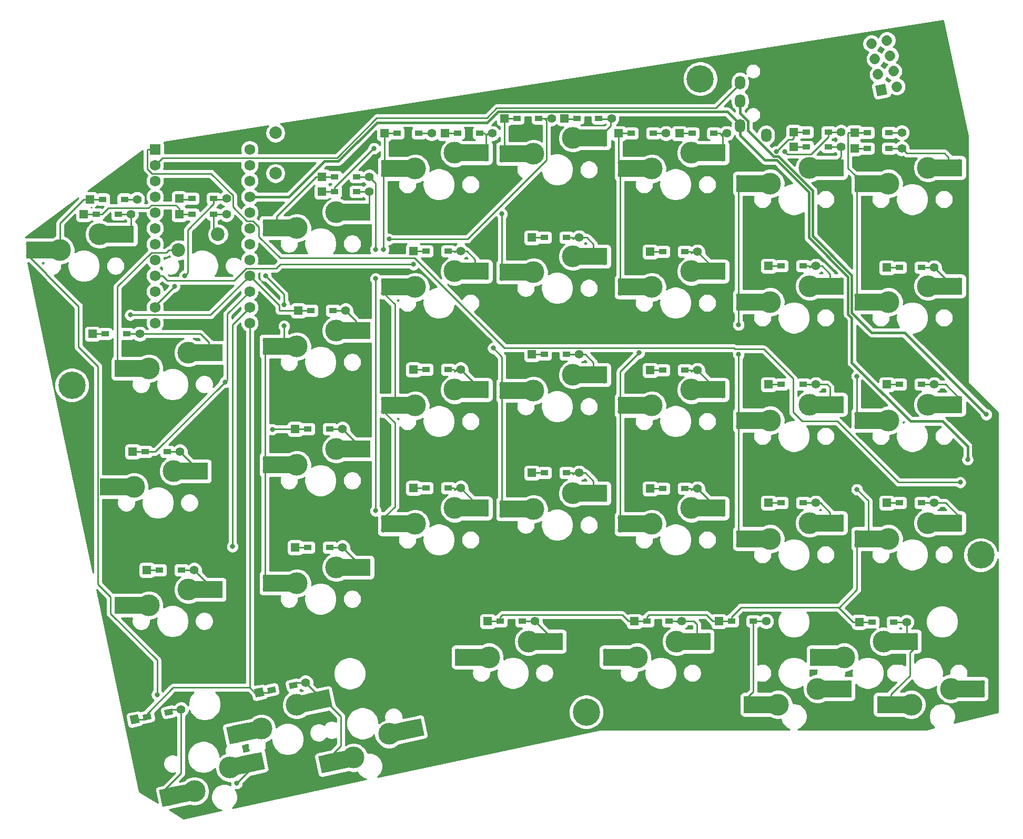
<source format=gbl>
G04 #@! TF.GenerationSoftware,KiCad,Pcbnew,(5.1.5-0-10_14)*
G04 #@! TF.CreationDate,2020-04-18T19:56:34+09:00*
G04 #@! TF.ProjectId,Colice,436f6c69-6365-42e6-9b69-6361645f7063,rev?*
G04 #@! TF.SameCoordinates,Original*
G04 #@! TF.FileFunction,Copper,L2,Bot*
G04 #@! TF.FilePolarity,Positive*
%FSLAX46Y46*%
G04 Gerber Fmt 4.6, Leading zero omitted, Abs format (unit mm)*
G04 Created by KiCad (PCBNEW (5.1.5-0-10_14)) date 2020-04-18 19:56:34*
%MOMM*%
%LPD*%
G04 APERTURE LIST*
%ADD10R,1.300000X0.950000*%
%ADD11R,1.397000X1.397000*%
%ADD12C,1.397000*%
%ADD13R,1.752600X1.752600*%
%ADD14C,1.752600*%
%ADD15C,3.500000*%
%ADD16C,0.100000*%
%ADD17C,0.800000*%
%ADD18R,2.550000X2.800000*%
%ADD19R,4.500000X2.800000*%
%ADD20O,1.700000X2.200000*%
%ADD21C,2.000000*%
%ADD22C,1.700000*%
%ADD23C,2.200000*%
%ADD24C,4.400000*%
%ADD25C,0.700000*%
%ADD26C,0.250000*%
%ADD27C,0.400000*%
%ADD28C,0.254000*%
G04 APERTURE END LIST*
D10*
X165097000Y-51117500D03*
X161547000Y-51117500D03*
D11*
X159512000Y-51117500D03*
D12*
X167132000Y-51117500D03*
D13*
X56692800Y-53895625D03*
D14*
X56692800Y-56435625D03*
X56692800Y-58975625D03*
X56692800Y-61515625D03*
X56692800Y-64055625D03*
X56692800Y-66595625D03*
X56692800Y-69135625D03*
X56692800Y-71675625D03*
X56692800Y-74215625D03*
X56692800Y-76755625D03*
X56692800Y-79295625D03*
X71932800Y-81835625D03*
X71932800Y-79295625D03*
X71932800Y-76755625D03*
X71932800Y-74215625D03*
X71932800Y-71675625D03*
X71932800Y-69135625D03*
X71932800Y-66595625D03*
X71932800Y-64055625D03*
X71932800Y-61515625D03*
X71932800Y-58975625D03*
X71932800Y-56435625D03*
X56692800Y-81835625D03*
X71932800Y-53895625D03*
D12*
X176911000Y-51181000D03*
D11*
X169291000Y-51181000D03*
D10*
X171326000Y-51181000D03*
X174876000Y-51181000D03*
D12*
X54229000Y-83566000D03*
D11*
X46609000Y-83566000D03*
D10*
X48644000Y-83566000D03*
X52194000Y-83566000D03*
D15*
X79502960Y-143255512D03*
X73819818Y-147060247D03*
G04 #@! TA.AperFunction,SMDPad,CuDef*
D16*
G36*
X69660324Y-149375651D02*
G01*
X69078171Y-146636838D01*
X71572448Y-146106663D01*
X72154601Y-148845476D01*
X69660324Y-149375651D01*
G37*
G04 #@! TD.AperFunction*
G04 #@! TA.AperFunction,SMDPad,CuDef*
G36*
X81750331Y-144209096D02*
G01*
X81168178Y-141470283D01*
X83662455Y-140940108D01*
X84244608Y-143678921D01*
X81750331Y-144209096D01*
G37*
G04 #@! TD.AperFunction*
D17*
X68650817Y-147175460D03*
X84271938Y-141258343D03*
X69050839Y-149057416D03*
X84671960Y-143140299D03*
G04 #@! TA.AperFunction,Conductor*
D16*
G36*
X68706629Y-149578365D02*
G01*
X68124477Y-146839552D01*
X72526141Y-145903949D01*
X73108293Y-148642762D01*
X68706629Y-149578365D01*
G37*
G04 #@! TD.AperFunction*
G04 #@! TA.AperFunction,Conductor*
G36*
X80823047Y-144406196D02*
G01*
X80240895Y-141667383D01*
X84642559Y-140731780D01*
X85224711Y-143470593D01*
X80823047Y-144406196D01*
G37*
G04 #@! TD.AperFunction*
D12*
X101219000Y-51308000D03*
D11*
X93599000Y-51308000D03*
D10*
X95634000Y-51308000D03*
X99184000Y-51308000D03*
D12*
X91186000Y-60706000D03*
D11*
X83566000Y-60706000D03*
D10*
X85601000Y-60706000D03*
X89151000Y-60706000D03*
D15*
X47783750Y-67548125D03*
X41433750Y-70088125D03*
D18*
X38158750Y-70088125D03*
X51058750Y-67548125D03*
D17*
X36353750Y-69126125D03*
X52863750Y-66586125D03*
X36353750Y-71050125D03*
X52863750Y-68510125D03*
D19*
X38158750Y-70088125D03*
X51085750Y-67548125D03*
D12*
X53816250Y-61912500D03*
D11*
X46196250Y-61912500D03*
D10*
X48231250Y-61912500D03*
X51781250Y-61912500D03*
D12*
X52832000Y-64341375D03*
D11*
X45212000Y-64341375D03*
D10*
X47247000Y-64341375D03*
X50797000Y-64341375D03*
X66164000Y-61801375D03*
X62614000Y-61801375D03*
D11*
X60579000Y-61801375D03*
D12*
X68199000Y-61801375D03*
X68199000Y-64341375D03*
D11*
X60579000Y-64341375D03*
D10*
X62614000Y-64341375D03*
X66164000Y-64341375D03*
D12*
X60706000Y-102504875D03*
D11*
X53086000Y-102504875D03*
D10*
X55121000Y-102504875D03*
X58671000Y-102504875D03*
D12*
X62992000Y-121554875D03*
D11*
X55372000Y-121554875D03*
D10*
X57407000Y-121554875D03*
X60957000Y-121554875D03*
D12*
X80917342Y-139669856D03*
G04 #@! TA.AperFunction,ComponentPad*
D16*
G36*
X72925848Y-142082606D02*
G01*
X72635396Y-140716134D01*
X74001868Y-140425682D01*
X74292320Y-141792154D01*
X72925848Y-142082606D01*
G37*
G04 #@! TD.AperFunction*
G04 #@! TA.AperFunction,SMDPad,CuDef*
G36*
X74917350Y-141430806D02*
G01*
X74719834Y-140501565D01*
X75991426Y-140231280D01*
X76188942Y-141160521D01*
X74917350Y-141430806D01*
G37*
G04 #@! TD.AperFunction*
G04 #@! TA.AperFunction,SMDPad,CuDef*
G36*
X78389774Y-140692720D02*
G01*
X78192258Y-139763479D01*
X79463850Y-139493194D01*
X79661366Y-140422435D01*
X78389774Y-140692720D01*
G37*
G04 #@! TD.AperFunction*
D10*
X89151000Y-58293000D03*
D12*
X91186000Y-58293000D03*
D11*
X83566000Y-58293000D03*
D10*
X85601000Y-58293000D03*
D12*
X87376000Y-79819500D03*
D11*
X79756000Y-79819500D03*
D10*
X81791000Y-79819500D03*
X85341000Y-79819500D03*
D12*
X86868000Y-98869500D03*
D11*
X79248000Y-98869500D03*
D10*
X81283000Y-98869500D03*
X84833000Y-98869500D03*
D12*
X86868000Y-117919500D03*
D11*
X79248000Y-117919500D03*
D10*
X81283000Y-117919500D03*
X84833000Y-117919500D03*
D12*
X110998000Y-51308000D03*
D11*
X103378000Y-51308000D03*
D10*
X105413000Y-51308000D03*
X108963000Y-51308000D03*
D12*
X105918000Y-70262750D03*
D11*
X98298000Y-70262750D03*
D10*
X100333000Y-70262750D03*
X103883000Y-70262750D03*
D12*
X105918000Y-89312750D03*
D11*
X98298000Y-89312750D03*
D10*
X100333000Y-89312750D03*
X103883000Y-89312750D03*
D12*
X105918000Y-108362750D03*
D11*
X98298000Y-108362750D03*
D10*
X100333000Y-108362750D03*
X103883000Y-108362750D03*
D12*
X117856000Y-129794000D03*
D11*
X110236000Y-129794000D03*
D10*
X112271000Y-129794000D03*
X115821000Y-129794000D03*
X118488000Y-48895000D03*
X114938000Y-48895000D03*
D11*
X112903000Y-48895000D03*
D12*
X120523000Y-48895000D03*
X130175000Y-48895000D03*
D11*
X122555000Y-48895000D03*
D10*
X124590000Y-48895000D03*
X128140000Y-48895000D03*
D12*
X124968000Y-68072000D03*
D11*
X117348000Y-68072000D03*
D10*
X119383000Y-68072000D03*
X122933000Y-68072000D03*
D12*
X124968000Y-86868000D03*
D11*
X117348000Y-86868000D03*
D10*
X119383000Y-86868000D03*
X122933000Y-86868000D03*
D12*
X124968000Y-105918000D03*
D11*
X117348000Y-105918000D03*
D10*
X119383000Y-105918000D03*
X122933000Y-105918000D03*
D12*
X141478000Y-129794000D03*
D11*
X133858000Y-129794000D03*
D10*
X135893000Y-129794000D03*
X139443000Y-129794000D03*
D12*
X138938000Y-51308000D03*
D11*
X131318000Y-51308000D03*
D10*
X133353000Y-51308000D03*
X136903000Y-51308000D03*
D12*
X148717000Y-51308000D03*
D11*
X141097000Y-51308000D03*
D10*
X143132000Y-51308000D03*
X146682000Y-51308000D03*
D12*
X144018000Y-70358000D03*
D11*
X136398000Y-70358000D03*
D10*
X138433000Y-70358000D03*
X141983000Y-70358000D03*
D12*
X144018000Y-89408000D03*
D11*
X136398000Y-89408000D03*
D10*
X138433000Y-89408000D03*
X141983000Y-89408000D03*
D12*
X144018000Y-108458000D03*
D11*
X136398000Y-108458000D03*
D10*
X138433000Y-108458000D03*
X141983000Y-108458000D03*
D12*
X155067000Y-129794000D03*
D11*
X147447000Y-129794000D03*
D10*
X149482000Y-129794000D03*
X153032000Y-129794000D03*
D12*
X167132000Y-53467000D03*
D11*
X159512000Y-53467000D03*
D10*
X161547000Y-53467000D03*
X165097000Y-53467000D03*
D12*
X163068000Y-72644000D03*
D11*
X155448000Y-72644000D03*
D10*
X157483000Y-72644000D03*
X161033000Y-72644000D03*
D12*
X163068000Y-91694000D03*
D11*
X155448000Y-91694000D03*
D10*
X157483000Y-91694000D03*
X161033000Y-91694000D03*
D12*
X163068000Y-110744000D03*
D11*
X155448000Y-110744000D03*
D10*
X157483000Y-110744000D03*
X161033000Y-110744000D03*
D12*
X176911000Y-53721000D03*
D11*
X169291000Y-53721000D03*
D10*
X171326000Y-53721000D03*
X174876000Y-53721000D03*
D12*
X182118000Y-72898000D03*
D11*
X174498000Y-72898000D03*
D10*
X176533000Y-72898000D03*
X180083000Y-72898000D03*
D12*
X182118000Y-91694000D03*
D11*
X174498000Y-91694000D03*
D10*
X176533000Y-91694000D03*
X180083000Y-91694000D03*
D12*
X182118000Y-110744000D03*
D11*
X174498000Y-110744000D03*
D10*
X176533000Y-110744000D03*
X180083000Y-110744000D03*
D12*
X177673000Y-129921000D03*
D11*
X170053000Y-129921000D03*
D10*
X172088000Y-129921000D03*
X175638000Y-129921000D03*
D20*
X155071500Y-51614500D03*
X150871500Y-50114500D03*
X150871500Y-46114500D03*
X150871500Y-43114500D03*
D15*
X62071250Y-86598125D03*
X55721250Y-89138125D03*
D18*
X52446250Y-89138125D03*
X65346250Y-86598125D03*
D17*
X50641250Y-88176125D03*
X67151250Y-85636125D03*
X50641250Y-90100125D03*
X67151250Y-87560125D03*
D19*
X52446250Y-89138125D03*
X65373250Y-86598125D03*
D15*
X59690000Y-105648125D03*
X53340000Y-108188125D03*
D18*
X50065000Y-108188125D03*
X62965000Y-105648125D03*
D17*
X48260000Y-107226125D03*
X64770000Y-104686125D03*
X48260000Y-109150125D03*
X64770000Y-106610125D03*
D19*
X50065000Y-108188125D03*
X62992000Y-105648125D03*
D15*
X62071250Y-124698125D03*
X55721250Y-127238125D03*
D18*
X52446250Y-127238125D03*
X65346250Y-124698125D03*
D17*
X50641250Y-126276125D03*
X67151250Y-123736125D03*
X50641250Y-128200125D03*
X67151250Y-125660125D03*
D19*
X52446250Y-127238125D03*
X65373250Y-124698125D03*
D21*
X76073000Y-57733000D03*
X76073000Y-51233000D03*
D15*
X85883750Y-102076250D03*
X79533750Y-104616250D03*
D18*
X76258750Y-104616250D03*
X89158750Y-102076250D03*
D17*
X74453750Y-103654250D03*
X90963750Y-101114250D03*
X74453750Y-105578250D03*
X90963750Y-103038250D03*
D19*
X76258750Y-104616250D03*
X89185750Y-102076250D03*
D15*
X85883750Y-121126250D03*
X79533750Y-123666250D03*
D18*
X76258750Y-123666250D03*
X89158750Y-121126250D03*
D17*
X74453750Y-122704250D03*
X90963750Y-120164250D03*
X74453750Y-124628250D03*
X90963750Y-122088250D03*
D19*
X76258750Y-123666250D03*
X89185750Y-121126250D03*
D15*
X88678056Y-151731266D03*
X94361198Y-147926531D03*
G04 #@! TA.AperFunction,SMDPad,CuDef*
D16*
G36*
X98520692Y-145611127D02*
G01*
X99102845Y-148349940D01*
X96608568Y-148880115D01*
X96026415Y-146141302D01*
X98520692Y-145611127D01*
G37*
G04 #@! TD.AperFunction*
G04 #@! TA.AperFunction,SMDPad,CuDef*
G36*
X86430685Y-150777682D02*
G01*
X87012838Y-153516495D01*
X84518561Y-154046670D01*
X83936408Y-151307857D01*
X86430685Y-150777682D01*
G37*
G04 #@! TD.AperFunction*
D17*
X99530199Y-147811318D03*
X83909078Y-153728435D03*
X99130177Y-145929362D03*
X83509056Y-151846479D03*
G04 #@! TA.AperFunction,Conductor*
D16*
G36*
X99474387Y-145408413D02*
G01*
X100056539Y-148147226D01*
X95654875Y-149082829D01*
X95072723Y-146344016D01*
X99474387Y-145408413D01*
G37*
G04 #@! TD.AperFunction*
G04 #@! TA.AperFunction,Conductor*
G36*
X87357969Y-150580582D02*
G01*
X87940121Y-153319395D01*
X83538457Y-154254998D01*
X82956305Y-151516185D01*
X87357969Y-150580582D01*
G37*
G04 #@! TD.AperFunction*
D19*
X108235750Y-54451250D03*
X95308750Y-56991250D03*
D17*
X110013750Y-55413250D03*
X93503750Y-57953250D03*
X110013750Y-53489250D03*
X93503750Y-56029250D03*
D18*
X108208750Y-54451250D03*
X95308750Y-56991250D03*
D15*
X98583750Y-56991250D03*
X104933750Y-54451250D03*
D19*
X108235750Y-73501250D03*
X95308750Y-76041250D03*
D17*
X110013750Y-74463250D03*
X93503750Y-77003250D03*
X110013750Y-72539250D03*
X93503750Y-75079250D03*
D18*
X108208750Y-73501250D03*
X95308750Y-76041250D03*
D15*
X98583750Y-76041250D03*
X104933750Y-73501250D03*
D19*
X108235750Y-92551250D03*
X95308750Y-95091250D03*
D17*
X110013750Y-93513250D03*
X93503750Y-96053250D03*
X110013750Y-91589250D03*
X93503750Y-94129250D03*
D18*
X108208750Y-92551250D03*
X95308750Y-95091250D03*
D15*
X98583750Y-95091250D03*
X104933750Y-92551250D03*
D19*
X108235750Y-111601250D03*
X95308750Y-114141250D03*
D17*
X110013750Y-112563250D03*
X93503750Y-115103250D03*
X110013750Y-110639250D03*
X93503750Y-113179250D03*
D18*
X108208750Y-111601250D03*
X95308750Y-114141250D03*
D15*
X98583750Y-114141250D03*
X104933750Y-111601250D03*
D19*
X120142000Y-133032500D03*
X107215000Y-135572500D03*
D17*
X121920000Y-133994500D03*
X105410000Y-136534500D03*
X121920000Y-132070500D03*
X105410000Y-134610500D03*
D18*
X120115000Y-133032500D03*
X107215000Y-135572500D03*
D15*
X110490000Y-135572500D03*
X116840000Y-133032500D03*
D19*
X127285750Y-52070000D03*
X114358750Y-54610000D03*
D17*
X129063750Y-53032000D03*
X112553750Y-55572000D03*
X129063750Y-51108000D03*
X112553750Y-53648000D03*
D18*
X127258750Y-52070000D03*
X114358750Y-54610000D03*
D15*
X117633750Y-54610000D03*
X123983750Y-52070000D03*
D19*
X127285750Y-71120000D03*
X114358750Y-73660000D03*
D17*
X129063750Y-72082000D03*
X112553750Y-74622000D03*
X129063750Y-70158000D03*
X112553750Y-72698000D03*
D18*
X127258750Y-71120000D03*
X114358750Y-73660000D03*
D15*
X117633750Y-73660000D03*
X123983750Y-71120000D03*
D19*
X127285750Y-90170000D03*
X114358750Y-92710000D03*
D17*
X129063750Y-91132000D03*
X112553750Y-93672000D03*
X129063750Y-89208000D03*
X112553750Y-91748000D03*
D18*
X127258750Y-90170000D03*
X114358750Y-92710000D03*
D15*
X117633750Y-92710000D03*
X123983750Y-90170000D03*
D19*
X127285750Y-109220000D03*
X114358750Y-111760000D03*
D17*
X129063750Y-110182000D03*
X112553750Y-112722000D03*
X129063750Y-108258000D03*
X112553750Y-110798000D03*
D18*
X127258750Y-109220000D03*
X114358750Y-111760000D03*
D15*
X117633750Y-111760000D03*
X123983750Y-109220000D03*
D19*
X143954500Y-133032500D03*
X131027500Y-135572500D03*
D17*
X145732500Y-133994500D03*
X129222500Y-136534500D03*
X145732500Y-132070500D03*
X129222500Y-134610500D03*
D18*
X143927500Y-133032500D03*
X131027500Y-135572500D03*
D15*
X134302500Y-135572500D03*
X140652500Y-133032500D03*
X143033750Y-54451250D03*
X136683750Y-56991250D03*
D18*
X133408750Y-56991250D03*
X146308750Y-54451250D03*
D17*
X131603750Y-56029250D03*
X148113750Y-53489250D03*
X131603750Y-57953250D03*
X148113750Y-55413250D03*
D19*
X133408750Y-56991250D03*
X146335750Y-54451250D03*
D15*
X143033750Y-73501250D03*
X136683750Y-76041250D03*
D18*
X133408750Y-76041250D03*
X146308750Y-73501250D03*
D17*
X131603750Y-75079250D03*
X148113750Y-72539250D03*
X131603750Y-77003250D03*
X148113750Y-74463250D03*
D19*
X133408750Y-76041250D03*
X146335750Y-73501250D03*
D15*
X143033750Y-92551250D03*
X136683750Y-95091250D03*
D18*
X133408750Y-95091250D03*
X146308750Y-92551250D03*
D17*
X131603750Y-94129250D03*
X148113750Y-91589250D03*
X131603750Y-96053250D03*
X148113750Y-93513250D03*
D19*
X133408750Y-95091250D03*
X146335750Y-92551250D03*
D15*
X143033750Y-111601250D03*
X136683750Y-114141250D03*
D18*
X133408750Y-114141250D03*
X146308750Y-111601250D03*
D17*
X131603750Y-113179250D03*
X148113750Y-110639250D03*
X131603750Y-115103250D03*
X148113750Y-112563250D03*
D19*
X133408750Y-114141250D03*
X146335750Y-111601250D03*
D15*
X162083750Y-56832500D03*
X155733750Y-59372500D03*
D18*
X152458750Y-59372500D03*
X165358750Y-56832500D03*
D17*
X150653750Y-58410500D03*
X167163750Y-55870500D03*
X150653750Y-60334500D03*
X167163750Y-57794500D03*
D19*
X152458750Y-59372500D03*
X165385750Y-56832500D03*
D15*
X162083750Y-75882500D03*
X155733750Y-78422500D03*
D18*
X152458750Y-78422500D03*
X165358750Y-75882500D03*
D17*
X150653750Y-77460500D03*
X167163750Y-74920500D03*
X150653750Y-79384500D03*
X167163750Y-76844500D03*
D19*
X152458750Y-78422500D03*
X165385750Y-75882500D03*
D15*
X162083750Y-94932500D03*
X155733750Y-97472500D03*
D18*
X152458750Y-97472500D03*
X165358750Y-94932500D03*
D17*
X150653750Y-96510500D03*
X167163750Y-93970500D03*
X150653750Y-98434500D03*
X167163750Y-95894500D03*
D19*
X152458750Y-97472500D03*
X165385750Y-94932500D03*
D15*
X162083750Y-113982500D03*
X155733750Y-116522500D03*
D18*
X152458750Y-116522500D03*
X165358750Y-113982500D03*
D17*
X150653750Y-115560500D03*
X167163750Y-113020500D03*
X150653750Y-117484500D03*
X167163750Y-114944500D03*
D19*
X152458750Y-116522500D03*
X165385750Y-113982500D03*
D15*
X173990000Y-133032500D03*
X167640000Y-135572500D03*
D18*
X164365000Y-135572500D03*
X177265000Y-133032500D03*
D17*
X162560000Y-134610500D03*
X179070000Y-132070500D03*
X162560000Y-136534500D03*
X179070000Y-133994500D03*
D19*
X164365000Y-135572500D03*
X177292000Y-133032500D03*
D15*
X181133750Y-56832500D03*
X174783750Y-59372500D03*
D18*
X171508750Y-59372500D03*
X184408750Y-56832500D03*
D17*
X169703750Y-58410500D03*
X186213750Y-55870500D03*
X169703750Y-60334500D03*
X186213750Y-57794500D03*
D19*
X171508750Y-59372500D03*
X184435750Y-56832500D03*
D15*
X181133750Y-75882500D03*
X174783750Y-78422500D03*
D18*
X171508750Y-78422500D03*
X184408750Y-75882500D03*
D17*
X169703750Y-77460500D03*
X186213750Y-74920500D03*
X169703750Y-79384500D03*
X186213750Y-76844500D03*
D19*
X171508750Y-78422500D03*
X184435750Y-75882500D03*
D15*
X181133750Y-94932500D03*
X174783750Y-97472500D03*
D18*
X171508750Y-97472500D03*
X184408750Y-94932500D03*
D17*
X169703750Y-96510500D03*
X186213750Y-93970500D03*
X169703750Y-98434500D03*
X186213750Y-95894500D03*
D19*
X171508750Y-97472500D03*
X184435750Y-94932500D03*
D15*
X181133750Y-113982500D03*
X174783750Y-116522500D03*
D18*
X171508750Y-116522500D03*
X184408750Y-113982500D03*
D17*
X169703750Y-115560500D03*
X186213750Y-113020500D03*
X169703750Y-117484500D03*
X186213750Y-114944500D03*
D19*
X171508750Y-116522500D03*
X184435750Y-113982500D03*
D12*
X60876742Y-143987856D03*
G04 #@! TA.AperFunction,ComponentPad*
D16*
G36*
X52885248Y-146400606D02*
G01*
X52594796Y-145034134D01*
X53961268Y-144743682D01*
X54251720Y-146110154D01*
X52885248Y-146400606D01*
G37*
G04 #@! TD.AperFunction*
G04 #@! TA.AperFunction,SMDPad,CuDef*
G36*
X54876750Y-145748806D02*
G01*
X54679234Y-144819565D01*
X55950826Y-144549280D01*
X56148342Y-145478521D01*
X54876750Y-145748806D01*
G37*
G04 #@! TD.AperFunction*
G04 #@! TA.AperFunction,SMDPad,CuDef*
G36*
X58349174Y-145010720D02*
G01*
X58151658Y-144081479D01*
X59423250Y-143811194D01*
X59620766Y-144740435D01*
X58349174Y-145010720D01*
G37*
G04 #@! TD.AperFunction*
D15*
X63048770Y-157139937D03*
X68731912Y-153335202D03*
G04 #@! TA.AperFunction,SMDPad,CuDef*
D16*
G36*
X72891406Y-151019798D02*
G01*
X73473559Y-153758611D01*
X70979282Y-154288786D01*
X70397129Y-151549973D01*
X72891406Y-151019798D01*
G37*
G04 #@! TD.AperFunction*
G04 #@! TA.AperFunction,SMDPad,CuDef*
G36*
X60801399Y-156186353D02*
G01*
X61383552Y-158925166D01*
X58889275Y-159455341D01*
X58307122Y-156716528D01*
X60801399Y-156186353D01*
G37*
G04 #@! TD.AperFunction*
D17*
X73900913Y-153219989D03*
X58279792Y-159137106D03*
X73500891Y-151338033D03*
X57879770Y-157255150D03*
G04 #@! TA.AperFunction,Conductor*
D16*
G36*
X73845101Y-150817084D02*
G01*
X74427253Y-153555897D01*
X70025589Y-154491500D01*
X69443437Y-151752687D01*
X73845101Y-150817084D01*
G37*
G04 #@! TD.AperFunction*
G04 #@! TA.AperFunction,Conductor*
G36*
X61728683Y-155989253D02*
G01*
X62310835Y-158728066D01*
X57909171Y-159663669D01*
X57327019Y-156924856D01*
X61728683Y-155989253D01*
G37*
G04 #@! TD.AperFunction*
G04 #@! TA.AperFunction,ComponentPad*
G36*
X172954299Y-45331150D02*
G01*
X172600850Y-43668299D01*
X174263701Y-43314850D01*
X174617150Y-44977701D01*
X172954299Y-45331150D01*
G37*
G04 #@! TD.AperFunction*
D22*
X176093495Y-43794904D02*
X176093495Y-43794904D01*
X173080904Y-41838505D02*
X173080904Y-41838505D01*
X175565399Y-41310409D02*
X175565399Y-41310409D01*
X172552809Y-39354010D02*
X172552809Y-39354010D01*
X175037304Y-38825914D02*
X175037304Y-38825914D01*
X172024713Y-36869515D02*
X172024713Y-36869515D01*
X174509208Y-36341420D02*
X174509208Y-36341420D01*
D19*
X89185750Y-63976250D03*
X76258750Y-66516250D03*
D17*
X90963750Y-64938250D03*
X74453750Y-67478250D03*
X90963750Y-63014250D03*
X74453750Y-65554250D03*
D18*
X89158750Y-63976250D03*
X76258750Y-66516250D03*
D15*
X79533750Y-66516250D03*
X85883750Y-63976250D03*
X85883750Y-83026250D03*
X79533750Y-85566250D03*
D18*
X76258750Y-85566250D03*
X89158750Y-83026250D03*
D17*
X74453750Y-84604250D03*
X90963750Y-82064250D03*
X74453750Y-86528250D03*
X90963750Y-83988250D03*
D19*
X76258750Y-85566250D03*
X89185750Y-83026250D03*
D23*
X60483750Y-70088125D03*
X66833750Y-67548125D03*
D24*
X144462500Y-42545000D03*
D25*
X146112500Y-42545000D03*
X145629226Y-43711726D03*
X144462500Y-44195000D03*
X143295774Y-43711726D03*
X142812500Y-42545000D03*
X143295774Y-41378274D03*
X144462500Y-40895000D03*
X145629226Y-41378274D03*
X44473726Y-90654274D03*
X43307000Y-90171000D03*
X42140274Y-90654274D03*
X41657000Y-91821000D03*
X42140274Y-92987726D03*
X43307000Y-93471000D03*
X44473726Y-92987726D03*
X44957000Y-91821000D03*
D24*
X43307000Y-91821000D03*
X126111000Y-144399000D03*
D25*
X127761000Y-144399000D03*
X127277726Y-145565726D03*
X126111000Y-146049000D03*
X124944274Y-145565726D03*
X124461000Y-144399000D03*
X124944274Y-143232274D03*
X126111000Y-142749000D03*
X127277726Y-143232274D03*
D24*
X189611000Y-119126000D03*
D25*
X191261000Y-119126000D03*
X190777726Y-120292726D03*
X189611000Y-120776000D03*
X188444274Y-120292726D03*
X187961000Y-119126000D03*
X188444274Y-117959274D03*
X189611000Y-117476000D03*
X190777726Y-117959274D03*
D19*
X153701750Y-143192500D03*
X166628750Y-140652500D03*
D17*
X151923750Y-142230500D03*
X168433750Y-139690500D03*
X151923750Y-144154500D03*
X168433750Y-141614500D03*
D18*
X153728750Y-143192500D03*
X166628750Y-140652500D03*
D15*
X163353750Y-140652500D03*
X157003750Y-143192500D03*
X178435000Y-143192500D03*
X184785000Y-140652500D03*
D18*
X188060000Y-140652500D03*
X175160000Y-143192500D03*
D17*
X189865000Y-141614500D03*
X173355000Y-144154500D03*
X189865000Y-139690500D03*
X173355000Y-142230500D03*
D19*
X188060000Y-140652500D03*
X175133000Y-143192500D03*
D17*
X91948000Y-53721000D03*
X94361000Y-68326000D03*
X52705000Y-80518000D03*
X75565000Y-98933000D03*
X67945000Y-91313000D03*
X69157010Y-117786990D03*
X158051500Y-54229000D03*
X98298000Y-72390000D03*
X59817000Y-75946000D03*
X61468000Y-74228116D03*
X92202000Y-74676000D03*
X92202000Y-112014000D03*
X169672000Y-108585000D03*
X92202000Y-69977000D03*
X169672000Y-90360500D03*
X186309000Y-107442000D03*
X190500000Y-96520000D03*
X187492000Y-103796000D03*
X57023000Y-141605000D03*
X69850000Y-155829000D03*
X77470000Y-82296000D03*
X77470000Y-78867000D03*
X74485500Y-74231500D03*
X93472000Y-69977000D03*
X112522000Y-64262000D03*
X111125000Y-85852000D03*
X134620000Y-86614000D03*
X150622000Y-86868000D03*
X150622000Y-82105500D03*
X156718000Y-54229000D03*
D26*
X122428000Y-49022000D02*
X124463000Y-49022000D01*
X143132000Y-51308000D02*
X143132000Y-51308000D01*
X169291000Y-53721000D02*
X171326000Y-53721000D01*
X171326000Y-53721000D02*
X171326000Y-53721000D01*
X124463000Y-49022000D02*
X124463000Y-49022000D01*
X143132000Y-51308000D02*
X141097000Y-51308000D01*
X103251000Y-51308000D02*
X105286000Y-51308000D01*
X161547000Y-53467000D02*
X159512000Y-53467000D01*
X101219000Y-51308000D02*
X99184000Y-51308000D01*
X91861000Y-53721000D02*
X91948000Y-53721000D01*
X85601000Y-59981000D02*
X91861000Y-53721000D01*
X85601000Y-60706000D02*
X85601000Y-59981000D01*
X47247000Y-64293750D02*
X45212000Y-64293750D01*
X85601000Y-60706000D02*
X83566000Y-60706000D01*
X60579000Y-64341375D02*
X62614000Y-64341375D01*
X60579000Y-63392875D02*
X60579000Y-64341375D01*
X60040449Y-62854324D02*
X60579000Y-63392875D01*
X56116175Y-62854324D02*
X60040449Y-62854324D01*
X49170501Y-63317874D02*
X55652625Y-63317874D01*
X55652625Y-63317874D02*
X56116175Y-62854324D01*
X48147000Y-64341375D02*
X49170501Y-63317874D01*
X47247000Y-64341375D02*
X48147000Y-64341375D01*
X46609000Y-83566000D02*
X48644000Y-83566000D01*
X120523000Y-48895000D02*
X118488000Y-48895000D01*
X79756000Y-79819500D02*
X81791000Y-79819500D01*
X81791000Y-79819500D02*
X81791000Y-79819500D01*
X76695300Y-79819500D02*
X79756000Y-79819500D01*
X106988752Y-68326000D02*
X94361000Y-68326000D01*
X119388000Y-48895000D02*
X119708751Y-49215751D01*
X119708751Y-55606001D02*
X106988752Y-68326000D01*
X119708751Y-49215751D02*
X119708751Y-55606001D01*
X118488000Y-48895000D02*
X119388000Y-48895000D01*
X76695300Y-78978125D02*
X76695300Y-79819500D01*
X71932800Y-74215625D02*
X76695300Y-78978125D01*
X65630425Y-80518000D02*
X52705000Y-80518000D01*
X71932800Y-74215625D02*
X65630425Y-80518000D01*
X53086000Y-102489000D02*
X55121000Y-102489000D01*
X138938000Y-51308000D02*
X136903000Y-51308000D01*
X79248000Y-98869500D02*
X81283000Y-98869500D01*
X81283000Y-98869500D02*
X81283000Y-98869500D01*
X75628500Y-98869500D02*
X75565000Y-98933000D01*
X79248000Y-98869500D02*
X75628500Y-98869500D01*
X56753125Y-102504875D02*
X55121000Y-102504875D01*
X67945000Y-91313000D02*
X56753125Y-102504875D01*
X68344999Y-90913001D02*
X67945000Y-91313000D01*
X68344999Y-80343426D02*
X68344999Y-90913001D01*
X71932800Y-76755625D02*
X68344999Y-80343426D01*
X55369000Y-121539000D02*
X57404000Y-121539000D01*
X79248000Y-117919500D02*
X81216500Y-117919500D01*
X81216500Y-117919500D02*
X81283000Y-117919500D01*
X69157010Y-117786990D02*
X69157010Y-117786990D01*
X69157010Y-82071415D02*
X69157010Y-117786990D01*
X71932800Y-79295625D02*
X69157010Y-82071415D01*
X165097000Y-51117500D02*
X167132000Y-51117500D01*
X158051500Y-54229000D02*
X158451499Y-54628999D01*
X158451499Y-54628999D02*
X162310501Y-54628999D01*
X162310501Y-54628999D02*
X165097000Y-51842500D01*
X165097000Y-51842500D02*
X165097000Y-51117500D01*
X54990687Y-145572144D02*
X55413788Y-145149043D01*
X53423258Y-145572144D02*
X54990687Y-145572144D01*
X75031287Y-141254144D02*
X75454388Y-140831043D01*
X73463858Y-141254144D02*
X75031287Y-141254144D01*
X72749754Y-141254144D02*
X71957610Y-140462000D01*
X73463858Y-141254144D02*
X72749754Y-141254144D01*
X55413788Y-144663431D02*
X55413788Y-145149043D01*
X59615219Y-140462000D02*
X55413788Y-144663431D01*
X71628000Y-140462000D02*
X59615219Y-140462000D01*
X71957610Y-140462000D02*
X71628000Y-140462000D01*
X174876000Y-51181000D02*
X176911000Y-51181000D01*
X71932800Y-140437190D02*
X71957610Y-140462000D01*
X71932800Y-81835625D02*
X71932800Y-140437190D01*
X100333000Y-70262750D02*
X100333000Y-70262750D01*
X117348000Y-68072000D02*
X119383000Y-68072000D01*
X136398000Y-70358000D02*
X138433000Y-70358000D01*
X174498000Y-72898000D02*
X176533000Y-72898000D01*
X155448000Y-72644000D02*
X157483000Y-72644000D01*
X176533000Y-72898000D02*
X176533000Y-72898000D01*
X157483000Y-72644000D02*
X157483000Y-72644000D01*
X138433000Y-70358000D02*
X138433000Y-70358000D01*
X119383000Y-68072000D02*
X119383000Y-68072000D01*
X100333000Y-70262750D02*
X98298000Y-70262750D01*
X98298000Y-72390000D02*
X76835000Y-72390000D01*
X71356175Y-73014324D02*
X76210676Y-73014324D01*
X58669576Y-74953126D02*
X69417373Y-74953126D01*
X57932075Y-74215625D02*
X58669576Y-74953126D01*
X56692800Y-74215625D02*
X57932075Y-74215625D01*
X69417373Y-74953126D02*
X71356175Y-73014324D01*
X76210676Y-73014324D02*
X76835000Y-72390000D01*
X62992000Y-121539000D02*
X60957000Y-121539000D01*
X65405000Y-124714000D02*
X62103000Y-124714000D01*
X65373250Y-123936125D02*
X65373250Y-124698125D01*
X62992000Y-121554875D02*
X65373250Y-123936125D01*
X79349913Y-139669856D02*
X78926812Y-140092957D01*
X80917342Y-139669856D02*
X79349913Y-139669856D01*
X82732803Y-141485317D02*
X82732803Y-142568988D01*
X80917342Y-139669856D02*
X82732803Y-141485317D01*
X80189484Y-142568988D02*
X79502960Y-143255512D01*
X82732803Y-142568988D02*
X80189484Y-142568988D01*
X84100649Y-142568988D02*
X84671960Y-143140299D01*
X82732803Y-142568988D02*
X84100649Y-142568988D01*
X85448213Y-150986514D02*
X86614000Y-149820727D01*
X85448213Y-152417790D02*
X85448213Y-150986514D01*
X86614000Y-145082339D02*
X84671960Y-143140299D01*
X86614000Y-149820727D02*
X86614000Y-145082339D01*
X87991532Y-152417790D02*
X88678056Y-151731266D01*
X85448213Y-152417790D02*
X87991532Y-152417790D01*
X89185750Y-63976250D02*
X85883750Y-63976250D01*
X89185750Y-63976250D02*
X90001750Y-63976250D01*
X89151000Y-60709000D02*
X89151000Y-60706000D01*
X91186000Y-60706000D02*
X89151000Y-60706000D01*
X91186000Y-62792000D02*
X90963750Y-63014250D01*
X91186000Y-60706000D02*
X91186000Y-62792000D01*
X87376000Y-79819500D02*
X85341000Y-79819500D01*
X85883750Y-83026250D02*
X89185750Y-83026250D01*
X87376000Y-79819500D02*
X89090500Y-81534000D01*
X89090500Y-82958000D02*
X89158750Y-83026250D01*
X89090500Y-81534000D02*
X89090500Y-82958000D01*
X100333000Y-89312750D02*
X100333000Y-89312750D01*
X117348000Y-86868000D02*
X119383000Y-86868000D01*
X136398000Y-89408000D02*
X138433000Y-89408000D01*
X155448000Y-91694000D02*
X157483000Y-91694000D01*
X174498000Y-91694000D02*
X176533000Y-91694000D01*
X176533000Y-91694000D02*
X176533000Y-91694000D01*
X157483000Y-91694000D02*
X157483000Y-91694000D01*
X119383000Y-86868000D02*
X119383000Y-86868000D01*
X138433000Y-89408000D02*
X138433000Y-89408000D01*
X100333000Y-89312750D02*
X98298000Y-89312750D01*
X51689000Y-61912500D02*
X53724000Y-61912500D01*
X89185750Y-121126250D02*
X90001750Y-121126250D01*
X89185750Y-121126250D02*
X85883750Y-121126250D01*
X86868000Y-117919500D02*
X84833000Y-117919500D01*
X89185750Y-120237250D02*
X89185750Y-121126250D01*
X86868000Y-117919500D02*
X89185750Y-120237250D01*
X108235750Y-54451250D02*
X104933750Y-54451250D01*
X110299500Y-51308000D02*
X110871000Y-51308000D01*
X110013750Y-51593750D02*
X110299500Y-51308000D01*
X110013750Y-53489250D02*
X110013750Y-51593750D01*
X109404685Y-51308000D02*
X108839000Y-51308000D01*
X109736000Y-51308000D02*
X109404685Y-51308000D01*
X110013750Y-51585750D02*
X109736000Y-51308000D01*
X110013750Y-51593750D02*
X110013750Y-51585750D01*
X108235750Y-54451250D02*
X109051750Y-54451250D01*
X108235750Y-73501250D02*
X104933750Y-73501250D01*
X105060750Y-70262750D02*
X105918000Y-70262750D01*
X104933750Y-70389750D02*
X105060750Y-70262750D01*
X104806750Y-70262750D02*
X103883000Y-70262750D01*
X104933750Y-70389750D02*
X104806750Y-70262750D01*
X108235750Y-71851250D02*
X108235750Y-73501250D01*
X108235750Y-71592672D02*
X108235750Y-71851250D01*
X106905828Y-70262750D02*
X108235750Y-71592672D01*
X105918000Y-70262750D02*
X106905828Y-70262750D01*
X100333000Y-108362750D02*
X100333000Y-108362750D01*
X117348000Y-105918000D02*
X119383000Y-105918000D01*
X136398000Y-108458000D02*
X138433000Y-108458000D01*
X155448000Y-110744000D02*
X157483000Y-110744000D01*
X174498000Y-110744000D02*
X176530000Y-110744000D01*
X157483000Y-110744000D02*
X157483000Y-110744000D01*
X176530000Y-110744000D02*
X176533000Y-110744000D01*
X138433000Y-108458000D02*
X138433000Y-108458000D01*
X119383000Y-105918000D02*
X119383000Y-105918000D01*
X100333000Y-108362750D02*
X98298000Y-108362750D01*
X68199000Y-61912500D02*
X66164000Y-61912500D01*
X56692800Y-79070200D02*
X56692800Y-79295625D01*
X59817000Y-75946000D02*
X56692800Y-79070200D01*
X66164000Y-62631373D02*
X61968749Y-66826624D01*
X61867999Y-73828117D02*
X61468000Y-74228116D01*
X61968749Y-73727367D02*
X61867999Y-73828117D01*
X61968749Y-66826624D02*
X61968749Y-73727367D01*
X66164000Y-61801375D02*
X66164000Y-62631373D01*
X105251250Y-108362750D02*
X105918000Y-108362750D01*
X104933750Y-108680250D02*
X105251250Y-108362750D01*
X104783000Y-108362750D02*
X103883000Y-108362750D01*
X104933750Y-108513500D02*
X104783000Y-108362750D01*
X104933750Y-108680250D02*
X104933750Y-108513500D01*
X108235750Y-110680500D02*
X108235750Y-111601250D01*
X105918000Y-108362750D02*
X108235750Y-110680500D01*
X104933750Y-111601250D02*
X108208750Y-111601250D01*
X120142000Y-133032500D02*
X116840000Y-133032500D01*
X116868172Y-129794000D02*
X117856000Y-129794000D01*
X116840000Y-129822172D02*
X116868172Y-129794000D01*
X116721000Y-129794000D02*
X115821000Y-129794000D01*
X116811828Y-129794000D02*
X116721000Y-129794000D01*
X116840000Y-129822172D02*
X116811828Y-129794000D01*
X120115000Y-132053000D02*
X120115000Y-133032500D01*
X117856000Y-129794000D02*
X120115000Y-132053000D01*
X123983750Y-52070000D02*
X127285750Y-52070000D01*
X130048000Y-49022000D02*
X128013000Y-49022000D01*
X130048000Y-50123750D02*
X129063750Y-51108000D01*
X130048000Y-49022000D02*
X130048000Y-50123750D01*
X127285750Y-71120000D02*
X123983750Y-71120000D01*
X124206000Y-68072000D02*
X124968000Y-68072000D01*
X123983750Y-68294250D02*
X124206000Y-68072000D01*
X123833000Y-68072000D02*
X122933000Y-68072000D01*
X123983750Y-68222750D02*
X123833000Y-68072000D01*
X123983750Y-68294250D02*
X123983750Y-68222750D01*
X124968000Y-68072000D02*
X126238000Y-68072000D01*
X127285750Y-69470000D02*
X127285750Y-71120000D01*
X127285750Y-69119750D02*
X127285750Y-69470000D01*
X126238000Y-68072000D02*
X127285750Y-69119750D01*
X91186000Y-58293000D02*
X89151000Y-58293000D01*
X112271000Y-129794000D02*
X112271000Y-129794000D01*
X133858000Y-129794000D02*
X135893000Y-129794000D01*
X147447000Y-129794000D02*
X149482000Y-129794000D01*
X172088000Y-129921000D02*
X172088000Y-129921000D01*
X149482000Y-129794000D02*
X149482000Y-129794000D01*
X135893000Y-129794000D02*
X135893000Y-129794000D01*
X112271000Y-129794000D02*
X110236000Y-129794000D01*
X149482000Y-129069000D02*
X149482000Y-129794000D01*
X166722099Y-127538599D02*
X151012401Y-127538599D01*
X151012401Y-127538599D02*
X149482000Y-129069000D01*
X170053000Y-129921000D02*
X169104500Y-129921000D01*
X135893000Y-129069000D02*
X135893000Y-129794000D01*
X136191501Y-128770499D02*
X135893000Y-129069000D01*
X146498500Y-129794000D02*
X145474999Y-128770499D01*
X145474999Y-128770499D02*
X136191501Y-128770499D01*
X147447000Y-129794000D02*
X146498500Y-129794000D01*
X112569501Y-128770499D02*
X112271000Y-129069000D01*
X132909500Y-129794000D02*
X131885999Y-128770499D01*
X112271000Y-129069000D02*
X112271000Y-129794000D01*
X131885999Y-128770499D02*
X112569501Y-128770499D01*
X133858000Y-129794000D02*
X132909500Y-129794000D01*
X91186000Y-58293000D02*
X92209501Y-59316501D01*
X174783750Y-59372500D02*
X171508750Y-59372500D01*
X174783750Y-78422500D02*
X171508750Y-78422500D01*
X171508750Y-97472500D02*
X174783750Y-97472500D01*
X169703750Y-124682250D02*
X166751000Y-127635000D01*
X169703750Y-117484500D02*
X169703750Y-124682250D01*
X166751000Y-127635000D02*
X166722099Y-127538599D01*
X169104500Y-129921000D02*
X166751000Y-127635000D01*
X174783750Y-116522500D02*
X171508750Y-116522500D01*
X171508750Y-110421750D02*
X171508750Y-116522500D01*
X169672000Y-108585000D02*
X171508750Y-110421750D01*
X169703750Y-77460500D02*
X169703750Y-60334500D01*
X92209501Y-69969499D02*
X92202000Y-69977000D01*
X92209501Y-59316501D02*
X92209501Y-69969499D01*
X170053000Y-129921000D02*
X172088000Y-129921000D01*
X92202000Y-74676000D02*
X92202000Y-112014000D01*
X171326000Y-51181000D02*
X169291000Y-51181000D01*
X169303751Y-58010501D02*
X169703750Y-58410500D01*
X168267499Y-56974249D02*
X169303751Y-58010501D01*
X168267499Y-51256001D02*
X168267499Y-56974249D01*
X168342500Y-51181000D02*
X168267499Y-51256001D01*
X169291000Y-51181000D02*
X168342500Y-51181000D01*
X169703750Y-96510500D02*
X170269435Y-96510500D01*
X169703750Y-90392250D02*
X169672000Y-90360500D01*
X169703750Y-96510500D02*
X169703750Y-90392250D01*
X127285750Y-109220000D02*
X123983750Y-109220000D01*
X124206000Y-105918000D02*
X124968000Y-105918000D01*
X123983750Y-106140250D02*
X124206000Y-105918000D01*
X123833000Y-105918000D02*
X122933000Y-105918000D01*
X123983750Y-106068750D02*
X123833000Y-105918000D01*
X123983750Y-106140250D02*
X123983750Y-106068750D01*
X124968000Y-105918000D02*
X125984000Y-105918000D01*
X127285750Y-107570000D02*
X127285750Y-109220000D01*
X127285750Y-107219750D02*
X127285750Y-107570000D01*
X125984000Y-105918000D02*
X127285750Y-107219750D01*
X143954500Y-133032500D02*
X140652500Y-133032500D01*
X140716000Y-129794000D02*
X141478000Y-129794000D01*
X140652500Y-129857500D02*
X140716000Y-129794000D01*
X140589000Y-129794000D02*
X139443000Y-129794000D01*
X140652500Y-129857500D02*
X140589000Y-129794000D01*
X143927500Y-131382500D02*
X143927500Y-133032500D01*
X143456000Y-129794000D02*
X143927500Y-130265500D01*
X143927500Y-130265500D02*
X143927500Y-131382500D01*
X141478000Y-129794000D02*
X143456000Y-129794000D01*
X146335750Y-54451250D02*
X143033750Y-54451250D01*
X148082000Y-51308000D02*
X148717000Y-51308000D01*
X147859750Y-51530250D02*
X148082000Y-51308000D01*
X147637500Y-51308000D02*
X146682000Y-51308000D01*
X147859750Y-51530250D02*
X147637500Y-51308000D01*
X147151750Y-54451250D02*
X148113750Y-53489250D01*
X146335750Y-54451250D02*
X147151750Y-54451250D01*
X148113750Y-51784250D02*
X148113750Y-53489250D01*
X147859750Y-51530250D02*
X148113750Y-51784250D01*
X146335750Y-73501250D02*
X143033750Y-73501250D01*
X143256000Y-70358000D02*
X144018000Y-70358000D01*
X143033750Y-70580250D02*
X143256000Y-70358000D01*
X142883000Y-70358000D02*
X141983000Y-70358000D01*
X143033750Y-70508750D02*
X142883000Y-70358000D01*
X143033750Y-70580250D02*
X143033750Y-70508750D01*
X146335750Y-72675750D02*
X146335750Y-73501250D01*
X144018000Y-70358000D02*
X146335750Y-72675750D01*
X146335750Y-111601250D02*
X143033750Y-111601250D01*
X143256000Y-108458000D02*
X144018000Y-108458000D01*
X143033750Y-108680250D02*
X143256000Y-108458000D01*
X142883000Y-108458000D02*
X141983000Y-108458000D01*
X143033750Y-108608750D02*
X142883000Y-108458000D01*
X143033750Y-108680250D02*
X143033750Y-108608750D01*
X146308750Y-110748750D02*
X146308750Y-111601250D01*
X144018000Y-108458000D02*
X146308750Y-110748750D01*
X155067000Y-129794000D02*
X153032000Y-129794000D01*
X152323749Y-141830501D02*
X151923750Y-142230500D01*
X153032000Y-141122250D02*
X152323749Y-141830501D01*
X153032000Y-129794000D02*
X153032000Y-141122250D01*
X153728750Y-143192500D02*
X157003750Y-143192500D01*
X162083750Y-56832500D02*
X165385750Y-56832500D01*
X165385750Y-56673750D02*
X165385750Y-56832500D01*
X167132000Y-55086250D02*
X165385750Y-56832500D01*
X167132000Y-53467000D02*
X167132000Y-55086250D01*
X167132000Y-53467000D02*
X165097000Y-53467000D01*
X165385750Y-75882500D02*
X162083750Y-75882500D01*
X162306000Y-72644000D02*
X163068000Y-72644000D01*
X162083750Y-72866250D02*
X162306000Y-72644000D01*
X161933000Y-72644000D02*
X161033000Y-72644000D01*
X162083750Y-72794750D02*
X161933000Y-72644000D01*
X162083750Y-72866250D02*
X162083750Y-72794750D01*
X165385750Y-74232500D02*
X165385750Y-75882500D01*
X165385750Y-73973922D02*
X165385750Y-74232500D01*
X164055828Y-72644000D02*
X165385750Y-73973922D01*
X163068000Y-72644000D02*
X164055828Y-72644000D01*
X165385750Y-113982500D02*
X162083750Y-113982500D01*
X163797250Y-110744000D02*
X163068000Y-110744000D01*
X165385750Y-112332500D02*
X163797250Y-110744000D01*
X165385750Y-113982500D02*
X165385750Y-112332500D01*
X161033000Y-110744000D02*
X163068000Y-110744000D01*
X176911000Y-53721000D02*
X174876000Y-53721000D01*
X185251750Y-56832500D02*
X186213750Y-55870500D01*
X184435750Y-56832500D02*
X185251750Y-56832500D01*
X184435750Y-55182500D02*
X183768251Y-54515001D01*
X177705001Y-54515001D02*
X176911000Y-53721000D01*
X183768251Y-54515001D02*
X177705001Y-54515001D01*
X184435750Y-56832500D02*
X184435750Y-55182500D01*
X181133750Y-56832500D02*
X184408750Y-56832500D01*
X184435750Y-75882500D02*
X181133750Y-75882500D01*
X181130172Y-72898000D02*
X182118000Y-72898000D01*
X181102000Y-72926172D02*
X181130172Y-72898000D01*
X181073828Y-72898000D02*
X180083000Y-72898000D01*
X181102000Y-72926172D02*
X181073828Y-72898000D01*
X184140500Y-74920500D02*
X186213750Y-74920500D01*
X182118000Y-72898000D02*
X184140500Y-74920500D01*
X184435750Y-113982500D02*
X181133750Y-113982500D01*
X181356000Y-110744000D02*
X182118000Y-110744000D01*
X180983000Y-110744000D02*
X180083000Y-110744000D01*
X183937250Y-110744000D02*
X186213750Y-113020500D01*
X182118000Y-110744000D02*
X183937250Y-110744000D01*
X180083000Y-110744000D02*
X182118000Y-110744000D01*
X177673000Y-129921000D02*
X175638000Y-129921000D01*
X177292000Y-133032500D02*
X173990000Y-133032500D01*
X177673000Y-132651500D02*
X177292000Y-133032500D01*
X177673000Y-129921000D02*
X177673000Y-132651500D01*
X178435000Y-143192500D02*
X175160000Y-143192500D01*
X175160000Y-141542500D02*
X175986500Y-140716000D01*
X175160000Y-143192500D02*
X175160000Y-141542500D01*
X175986500Y-140716000D02*
X176022000Y-140716000D01*
X176022000Y-140716000D02*
X178181000Y-138557000D01*
X178181000Y-134883500D02*
X179070000Y-133994500D01*
X178181000Y-138557000D02*
X178181000Y-134883500D01*
X57894101Y-55234324D02*
X85989676Y-55234324D01*
X56692800Y-56435625D02*
X57894101Y-55234324D01*
X85989676Y-55234324D02*
X92392500Y-48831500D01*
X92392500Y-48831500D02*
X110107021Y-48831500D01*
X110107021Y-48831500D02*
X111694521Y-47244000D01*
X146992000Y-47244000D02*
X150871500Y-43364500D01*
X150871500Y-43364500D02*
X150871500Y-43114500D01*
X111694521Y-47244000D02*
X146992000Y-47244000D01*
X56253573Y-57774324D02*
X55491499Y-57012250D01*
X65686731Y-57774324D02*
X56253573Y-57774324D01*
X69222501Y-61310094D02*
X65686731Y-57774324D01*
X73441822Y-67934324D02*
X73441822Y-66326721D01*
X55491499Y-53970626D02*
X55566500Y-53895625D01*
X76882649Y-71375151D02*
X73441822Y-67934324D01*
X73441822Y-66326721D02*
X72509425Y-65394324D01*
X98491649Y-71375151D02*
X76882649Y-71375151D01*
X112960997Y-85844499D02*
X98491649Y-71375151D01*
X149831020Y-85844499D02*
X112960997Y-85844499D01*
X72509425Y-65394324D02*
X71493573Y-65394324D01*
X150020533Y-86034012D02*
X149831020Y-85844499D01*
X69222501Y-63123252D02*
X69222501Y-61310094D01*
X154684239Y-86034012D02*
X150020533Y-86034012D01*
X71493573Y-65394324D02*
X69222501Y-63123252D01*
X159408738Y-90758511D02*
X154684239Y-86034012D01*
X55566500Y-53895625D02*
X56692800Y-53895625D01*
X160834283Y-97607512D02*
X159408738Y-96181967D01*
X159408738Y-96181967D02*
X159408738Y-90758511D01*
X166531283Y-97607512D02*
X160834283Y-97607512D01*
X176365771Y-107442000D02*
X166531283Y-97607512D01*
X55491499Y-57012250D02*
X55491499Y-53970626D01*
X186309000Y-107442000D02*
X176365771Y-107442000D01*
D27*
X177336401Y-83356401D02*
X190100001Y-96120001D01*
X152121510Y-50816512D02*
X156333999Y-55029001D01*
X150871500Y-48096719D02*
X152121510Y-49346729D01*
X168858749Y-74136955D02*
X168858749Y-80142501D01*
X190100001Y-96120001D02*
X190500000Y-96520000D01*
X156333999Y-55029001D02*
X157051767Y-55029001D01*
X162537661Y-60514895D02*
X162537661Y-67815867D01*
X150871500Y-46114500D02*
X150871500Y-48096719D01*
X162537661Y-67815867D02*
X168858749Y-74136955D01*
X152121510Y-49346729D02*
X152121510Y-50816512D01*
X157051767Y-55029001D02*
X162537661Y-60514895D01*
X168858749Y-80142501D02*
X172072649Y-83356401D01*
X172072649Y-83356401D02*
X177336401Y-83356401D01*
X110133986Y-49547011D02*
X92419466Y-49547011D01*
X78226373Y-61515625D02*
X73172075Y-61515625D01*
X111884498Y-47796499D02*
X110133986Y-49547011D01*
X150871500Y-49864500D02*
X148803499Y-47796499D01*
X148803499Y-47796499D02*
X111884498Y-47796499D01*
X83982663Y-55759335D02*
X78226373Y-61515625D01*
X86207142Y-55759335D02*
X83982663Y-55759335D01*
X92419466Y-49547011D02*
X86207142Y-55759335D01*
X150871500Y-50114500D02*
X150871500Y-49864500D01*
X73172075Y-61515625D02*
X71932800Y-61515625D01*
X168858749Y-88171751D02*
X178305597Y-97618599D01*
X161937650Y-60763426D02*
X161937650Y-68064399D01*
X156803236Y-55629012D02*
X161937650Y-60763426D01*
X150871500Y-50114500D02*
X150871500Y-51614500D01*
X168258738Y-74385487D02*
X168258738Y-80391033D01*
X183470599Y-97618599D02*
X187492000Y-101640000D01*
X178305597Y-97618599D02*
X183470599Y-97618599D01*
X187492000Y-101640000D02*
X187492000Y-103230315D01*
X168258738Y-80391033D02*
X168858749Y-80991043D01*
X161937650Y-68064399D02*
X168258738Y-74385487D01*
X150871500Y-51614500D02*
X154886012Y-55629012D01*
X168858749Y-80991043D02*
X168858749Y-88171751D01*
X154886012Y-55629012D02*
X156803236Y-55629012D01*
X187492000Y-103230315D02*
X187492000Y-103796000D01*
D26*
X46228000Y-61912500D02*
X48263000Y-61912500D01*
X71254434Y-153335202D02*
X71935344Y-152654292D01*
X68731912Y-153335202D02*
X71254434Y-153335202D01*
X41433750Y-67613252D02*
X41433750Y-70088125D01*
X41433750Y-65726500D02*
X41433750Y-67613252D01*
X45247750Y-61912500D02*
X41433750Y-65726500D01*
X46196250Y-61912500D02*
X45247750Y-61912500D01*
X41433750Y-70088125D02*
X38158750Y-70088125D01*
X71935344Y-153743656D02*
X71935344Y-152654292D01*
X69850000Y-155829000D02*
X71935344Y-153743656D01*
X36353750Y-71050125D02*
X39131751Y-73828126D01*
X39131751Y-73828126D02*
X39157126Y-73828126D01*
X57023000Y-136049877D02*
X57023000Y-141605000D01*
X49530000Y-128556877D02*
X57023000Y-136049877D01*
X49530000Y-125857000D02*
X49530000Y-128556877D01*
X47489999Y-88764999D02*
X47489999Y-123816999D01*
X44386500Y-85661500D02*
X47489999Y-88764999D01*
X47489999Y-123816999D02*
X49530000Y-125857000D01*
X39131751Y-73828126D02*
X39131751Y-73866251D01*
X39131751Y-73866251D02*
X44386500Y-79121000D01*
X44386500Y-79121000D02*
X44386500Y-85661500D01*
X52832000Y-64293750D02*
X52832000Y-66506750D01*
X47752000Y-67564000D02*
X51054000Y-67564000D01*
X50797000Y-64341375D02*
X52832000Y-64341375D01*
X66164000Y-64293750D02*
X68199000Y-64293750D01*
X66164000Y-66878375D02*
X66833750Y-67548125D01*
X66164000Y-64341375D02*
X66164000Y-66878375D01*
X62071250Y-86614000D02*
X65373250Y-86614000D01*
X54229000Y-83566000D02*
X52194000Y-83566000D01*
X65346250Y-84921125D02*
X65346250Y-84948125D01*
X63991125Y-83566000D02*
X65346250Y-84921125D01*
X54229000Y-83566000D02*
X63991125Y-83566000D01*
X65373250Y-84948125D02*
X65373250Y-86598125D01*
X65346250Y-84921125D02*
X65373250Y-84948125D01*
X62992000Y-105664000D02*
X59690000Y-105664000D01*
X58671000Y-102504875D02*
X60706000Y-102504875D01*
X62992000Y-104790875D02*
X62992000Y-105648125D01*
X60706000Y-102504875D02*
X62992000Y-104790875D01*
X89185750Y-102076250D02*
X90001750Y-102076250D01*
X89185750Y-102076250D02*
X85883750Y-102076250D01*
X84833000Y-98869500D02*
X86868000Y-98869500D01*
X89185750Y-101187250D02*
X89185750Y-102076250D01*
X86868000Y-98869500D02*
X89185750Y-101187250D01*
X108235750Y-92551250D02*
X104933750Y-92551250D01*
X105251250Y-89312750D02*
X105918000Y-89312750D01*
X104933750Y-89630250D02*
X105251250Y-89312750D01*
X104783000Y-89312750D02*
X103883000Y-89312750D01*
X104933750Y-89463500D02*
X104783000Y-89312750D01*
X104933750Y-89630250D02*
X104933750Y-89463500D01*
X108208750Y-91603500D02*
X108208750Y-92551250D01*
X105918000Y-89312750D02*
X108208750Y-91603500D01*
X127285750Y-90170000D02*
X123983750Y-90170000D01*
X124015500Y-86868000D02*
X124968000Y-86868000D01*
X123983750Y-86899750D02*
X124015500Y-86868000D01*
X123952000Y-86868000D02*
X122933000Y-86868000D01*
X123983750Y-86899750D02*
X123952000Y-86868000D01*
X124968000Y-86868000D02*
X125984000Y-86868000D01*
X127285750Y-88520000D02*
X127285750Y-90170000D01*
X127285750Y-88169750D02*
X127285750Y-88520000D01*
X125984000Y-86868000D02*
X127285750Y-88169750D01*
X146335750Y-92551250D02*
X143033750Y-92551250D01*
X143033750Y-89630250D02*
X143256000Y-89408000D01*
X143256000Y-89408000D02*
X144018000Y-89408000D01*
X142883000Y-89408000D02*
X141983000Y-89408000D01*
X143033750Y-89558750D02*
X142883000Y-89408000D01*
X143033750Y-89630250D02*
X143033750Y-89558750D01*
X146335750Y-91725750D02*
X146335750Y-92551250D01*
X144018000Y-89408000D02*
X146335750Y-91725750D01*
X165385750Y-94932500D02*
X162083750Y-94932500D01*
X162115500Y-91694000D02*
X163068000Y-91694000D01*
X162083750Y-91725750D02*
X162115500Y-91694000D01*
X162052000Y-91694000D02*
X161033000Y-91694000D01*
X162083750Y-91725750D02*
X162052000Y-91694000D01*
X165385750Y-93282500D02*
X165385750Y-94932500D01*
X165385750Y-92192500D02*
X165385750Y-93282500D01*
X164887250Y-91694000D02*
X165385750Y-92192500D01*
X163068000Y-91694000D02*
X164887250Y-91694000D01*
X184435750Y-94932500D02*
X181133750Y-94932500D01*
X181102000Y-91722172D02*
X181130172Y-91694000D01*
X181130172Y-91694000D02*
X182118000Y-91694000D01*
X181073828Y-91694000D02*
X180083000Y-91694000D01*
X181102000Y-91722172D02*
X181073828Y-91694000D01*
X183937250Y-91694000D02*
X186213750Y-93970500D01*
X182118000Y-91694000D02*
X183937250Y-91694000D01*
X59309313Y-143987856D02*
X58886212Y-144410957D01*
X60876742Y-143987856D02*
X59309313Y-143987856D01*
X60505451Y-157139937D02*
X59818927Y-157826461D01*
X63048770Y-157139937D02*
X60505451Y-157139937D01*
X58279769Y-156855151D02*
X57879770Y-157255150D01*
X60876742Y-154258178D02*
X58279769Y-156855151D01*
X60876742Y-143987856D02*
X60876742Y-154258178D01*
X55726000Y-89154000D02*
X52451000Y-89154000D01*
X52446250Y-127254000D02*
X55721250Y-127254000D01*
X53340000Y-108140500D02*
X50065000Y-108140500D01*
X60579000Y-61912500D02*
X62614000Y-61912500D01*
X73138908Y-147741157D02*
X73819818Y-147060247D01*
X70616386Y-147741157D02*
X73138908Y-147741157D01*
X95042108Y-147245621D02*
X94361198Y-147926531D01*
X97564630Y-147245621D02*
X95042108Y-147245621D01*
X50641250Y-87610440D02*
X50641250Y-88176125D01*
X56116175Y-70474324D02*
X50641250Y-75949249D01*
X58541917Y-70474324D02*
X56116175Y-70474324D01*
X50641250Y-75949249D02*
X50641250Y-87610440D01*
X58928116Y-70088125D02*
X58541917Y-70474324D01*
X60483750Y-70088125D02*
X58928116Y-70088125D01*
X79533750Y-123666250D02*
X76258750Y-123666250D01*
X74453750Y-86528250D02*
X74453750Y-103654250D01*
X79533750Y-104616250D02*
X76258750Y-104616250D01*
X74453750Y-105578250D02*
X74453750Y-122704250D01*
X77057250Y-66516250D02*
X79533750Y-66516250D01*
X76258750Y-66516250D02*
X77057250Y-66516250D01*
X76258750Y-85566250D02*
X79533750Y-85566250D01*
X83566000Y-58293000D02*
X85601000Y-58293000D01*
X77470000Y-82296000D02*
X77470000Y-84355000D01*
X77470000Y-84355000D02*
X76258750Y-85566250D01*
X77470000Y-77216000D02*
X74485500Y-74231500D01*
X77470000Y-78867000D02*
X77470000Y-77216000D01*
X82617500Y-58293000D02*
X76258750Y-64651750D01*
X83566000Y-58293000D02*
X82617500Y-58293000D01*
X76258750Y-64651750D02*
X76258750Y-64866250D01*
X76258750Y-64866250D02*
X76258750Y-66516250D01*
X110490000Y-135572500D02*
X107215000Y-135572500D01*
X95631000Y-51308000D02*
X93599000Y-51308000D01*
X93599000Y-55934000D02*
X93503750Y-56029250D01*
X93599000Y-51308000D02*
X93599000Y-55934000D01*
X98583750Y-56991250D02*
X95308750Y-56991250D01*
X98583750Y-76041250D02*
X95308750Y-76041250D01*
X95308750Y-95091250D02*
X98583750Y-95091250D01*
X98583750Y-114141250D02*
X95308750Y-114141250D01*
X95308750Y-111374250D02*
X93903749Y-112779251D01*
X95308750Y-97858250D02*
X95308750Y-111374250D01*
X93903749Y-112779251D02*
X93503750Y-113179250D01*
X93503750Y-96053250D02*
X95308750Y-97858250D01*
X95308750Y-78808250D02*
X93503750Y-77003250D01*
X95308750Y-95091250D02*
X95308750Y-78808250D01*
X93503750Y-69945250D02*
X93472000Y-69977000D01*
X93503750Y-57953250D02*
X93503750Y-69945250D01*
X112903000Y-48895000D02*
X114935000Y-48895000D01*
X114935000Y-48895000D02*
X114938000Y-48895000D01*
X117633750Y-111760000D02*
X114358750Y-111760000D01*
X112903000Y-53298750D02*
X112553750Y-53648000D01*
X112903000Y-48895000D02*
X112903000Y-53298750D01*
X117633750Y-92710000D02*
X114358750Y-92710000D01*
X114358750Y-73660000D02*
X117633750Y-73660000D01*
X117633750Y-54610000D02*
X114358750Y-54610000D01*
X112522000Y-72666250D02*
X112553750Y-72698000D01*
X112522000Y-64262000D02*
X112522000Y-72666250D01*
X112553750Y-91182315D02*
X112553750Y-91748000D01*
X112553750Y-87280750D02*
X112553750Y-91182315D01*
X111125000Y-85852000D02*
X112553750Y-87280750D01*
X112553750Y-93672000D02*
X112553750Y-110798000D01*
X134302500Y-135572500D02*
X131027500Y-135572500D01*
X131318000Y-51308000D02*
X133353000Y-51308000D01*
X133353000Y-51308000D02*
X133353000Y-51308000D01*
X131318000Y-55743500D02*
X131603750Y-56029250D01*
X131318000Y-51308000D02*
X131318000Y-55743500D01*
X136683750Y-56991250D02*
X133408750Y-56991250D01*
X136683750Y-114141250D02*
X133408750Y-114141250D01*
X136683750Y-95091250D02*
X133408750Y-95091250D01*
X133408750Y-76041250D02*
X136683750Y-76041250D01*
X131883750Y-114141250D02*
X133408750Y-114141250D01*
X131603750Y-113861250D02*
X131883750Y-114141250D01*
X131603750Y-96053250D02*
X131603750Y-113861250D01*
X131603750Y-89630250D02*
X134620000Y-86614000D01*
X131603750Y-94129250D02*
X131603750Y-89630250D01*
X131603750Y-57271250D02*
X131603750Y-57953250D01*
X131603750Y-75079250D02*
X131603750Y-57271250D01*
X166628750Y-140652500D02*
X163353750Y-140652500D01*
X155733750Y-59372500D02*
X152458750Y-59372500D01*
X155733750Y-78422500D02*
X152458750Y-78422500D01*
X152458750Y-97472500D02*
X155733750Y-97472500D01*
X155733750Y-116522500D02*
X152458750Y-116522500D01*
X150933750Y-78422500D02*
X152458750Y-78422500D01*
X150653750Y-78142500D02*
X150933750Y-78422500D01*
X150653750Y-60334500D02*
X150653750Y-78142500D01*
X150622000Y-96478750D02*
X150653750Y-96510500D01*
X150622000Y-86868000D02*
X150622000Y-96478750D01*
X150653750Y-98434500D02*
X150653750Y-115560500D01*
X164365000Y-135572500D02*
X167640000Y-135572500D01*
X188060000Y-140652500D02*
X184785000Y-140652500D01*
X150653750Y-82073750D02*
X150622000Y-82105500D01*
X150653750Y-79384500D02*
X150653750Y-82073750D01*
X159512000Y-51117500D02*
X161547000Y-51117500D01*
X156718000Y-54229000D02*
X158623000Y-52324000D01*
X159512000Y-52066000D02*
X159512000Y-51117500D01*
X159254000Y-52324000D02*
X159512000Y-52066000D01*
X158623000Y-52324000D02*
X159254000Y-52324000D01*
D28*
G36*
X187554000Y-51695722D02*
G01*
X187554001Y-91155765D01*
X187550822Y-91190391D01*
X187557397Y-91252904D01*
X187563551Y-91315383D01*
X187564191Y-91317494D01*
X187564422Y-91319687D01*
X187583070Y-91379728D01*
X187601291Y-91439793D01*
X187602329Y-91441735D01*
X187602984Y-91443844D01*
X187633004Y-91499125D01*
X187662576Y-91554450D01*
X187663973Y-91556152D01*
X187665027Y-91558093D01*
X187705233Y-91606428D01*
X187745053Y-91654948D01*
X187771925Y-91677002D01*
X192380000Y-96224445D01*
X192380000Y-118514976D01*
X192337052Y-118299061D01*
X192123344Y-117783124D01*
X191813088Y-117318793D01*
X191418207Y-116923912D01*
X190953876Y-116613656D01*
X190437939Y-116399948D01*
X189890223Y-116291000D01*
X189331777Y-116291000D01*
X188784061Y-116399948D01*
X188268124Y-116613656D01*
X187803793Y-116923912D01*
X187408912Y-117318793D01*
X187098656Y-117783124D01*
X186884948Y-118299061D01*
X186776000Y-118846777D01*
X186776000Y-119405223D01*
X186884948Y-119952939D01*
X187098656Y-120468876D01*
X187408912Y-120933207D01*
X187803793Y-121328088D01*
X188268124Y-121638344D01*
X188784061Y-121852052D01*
X189331777Y-121961000D01*
X189890223Y-121961000D01*
X190437939Y-121852052D01*
X190953876Y-121638344D01*
X191418207Y-121328088D01*
X191813088Y-120933207D01*
X192123344Y-120468876D01*
X192337052Y-119952939D01*
X192380000Y-119737023D01*
X192380001Y-144448557D01*
X185297370Y-146126023D01*
X185301281Y-146120170D01*
X185464030Y-145727257D01*
X185547000Y-145310143D01*
X185547000Y-144884857D01*
X185464030Y-144467743D01*
X185301281Y-144074830D01*
X185065004Y-143721218D01*
X184764282Y-143420496D01*
X184410670Y-143184219D01*
X184017757Y-143021470D01*
X183600643Y-142938500D01*
X183175357Y-142938500D01*
X182758243Y-143021470D01*
X182365330Y-143184219D01*
X182011718Y-143420496D01*
X181710996Y-143721218D01*
X181474719Y-144074830D01*
X181311970Y-144467743D01*
X181229000Y-144884857D01*
X181229000Y-145310143D01*
X181311970Y-145727257D01*
X181474719Y-146120170D01*
X181710996Y-146473782D01*
X182011718Y-146774504D01*
X182155029Y-146870262D01*
X180897911Y-147168000D01*
X160155108Y-147168000D01*
X160534670Y-147010781D01*
X160888282Y-146774504D01*
X161189004Y-146473782D01*
X161425281Y-146120170D01*
X161588030Y-145727257D01*
X161671000Y-145310143D01*
X161671000Y-144884857D01*
X161588030Y-144467743D01*
X161425281Y-144074830D01*
X161189004Y-143721218D01*
X160888282Y-143420496D01*
X160534670Y-143184219D01*
X160141757Y-143021470D01*
X159724643Y-142938500D01*
X159384951Y-142938500D01*
X159297096Y-142496821D01*
X159117310Y-142062779D01*
X158856300Y-141672151D01*
X158524099Y-141339950D01*
X158133471Y-141078940D01*
X157699429Y-140899154D01*
X157238652Y-140807500D01*
X156768848Y-140807500D01*
X156308071Y-140899154D01*
X155874029Y-141078940D01*
X155761054Y-141154428D01*
X153792507Y-141154428D01*
X153795676Y-141122251D01*
X153792000Y-141084928D01*
X153792000Y-139468664D01*
X154023299Y-139564471D01*
X154315028Y-139622500D01*
X154612472Y-139622500D01*
X154904201Y-139564471D01*
X155179003Y-139450644D01*
X155426319Y-139285393D01*
X155636643Y-139075069D01*
X155801894Y-138827753D01*
X155915721Y-138552951D01*
X155973750Y-138261222D01*
X155973750Y-137963778D01*
X155951830Y-137853576D01*
X156914850Y-137853576D01*
X156914850Y-138371424D01*
X157015877Y-138879322D01*
X157214049Y-139357751D01*
X157501750Y-139788326D01*
X157867924Y-140154500D01*
X158298499Y-140442201D01*
X158776928Y-140640373D01*
X159284826Y-140741400D01*
X159802674Y-140741400D01*
X160310572Y-140640373D01*
X160789001Y-140442201D01*
X160990658Y-140307458D01*
X160968750Y-140417598D01*
X160968750Y-140887402D01*
X161060404Y-141348179D01*
X161240190Y-141782221D01*
X161501200Y-142172849D01*
X161833401Y-142505050D01*
X162224029Y-142766060D01*
X162658071Y-142945846D01*
X163118848Y-143037500D01*
X163588652Y-143037500D01*
X164049429Y-142945846D01*
X164483471Y-142766060D01*
X164596446Y-142690572D01*
X168878750Y-142690572D01*
X169003232Y-142678312D01*
X169122930Y-142642002D01*
X169233244Y-142583037D01*
X169329935Y-142503685D01*
X169409287Y-142406994D01*
X169468252Y-142296680D01*
X169504562Y-142176982D01*
X169516822Y-142052500D01*
X169516822Y-139897148D01*
X169774174Y-140154500D01*
X170204749Y-140442201D01*
X170683178Y-140640373D01*
X171191076Y-140741400D01*
X171708924Y-140741400D01*
X172216822Y-140640373D01*
X172695251Y-140442201D01*
X173125826Y-140154500D01*
X173492000Y-139788326D01*
X173779701Y-139357751D01*
X173977873Y-138879322D01*
X174078900Y-138371424D01*
X174078900Y-137853576D01*
X173977873Y-137345678D01*
X173779701Y-136867249D01*
X173492000Y-136436674D01*
X173125826Y-136070500D01*
X172695251Y-135782799D01*
X172216822Y-135584627D01*
X171708924Y-135483600D01*
X171191076Y-135483600D01*
X170683178Y-135584627D01*
X170204749Y-135782799D01*
X170003092Y-135917542D01*
X170025000Y-135807402D01*
X170025000Y-135337598D01*
X169933346Y-134876821D01*
X169753560Y-134442779D01*
X169492550Y-134052151D01*
X169160349Y-133719950D01*
X168769721Y-133458940D01*
X168335679Y-133279154D01*
X167874902Y-133187500D01*
X167405098Y-133187500D01*
X166944321Y-133279154D01*
X166510279Y-133458940D01*
X166397304Y-133534428D01*
X162115000Y-133534428D01*
X161990518Y-133546688D01*
X161870820Y-133582998D01*
X161760506Y-133641963D01*
X161663815Y-133721315D01*
X161584463Y-133818006D01*
X161525498Y-133928320D01*
X161489188Y-134048018D01*
X161476928Y-134172500D01*
X161476928Y-136327852D01*
X161219576Y-136070500D01*
X160789001Y-135782799D01*
X160310572Y-135584627D01*
X159802674Y-135483600D01*
X159284826Y-135483600D01*
X158776928Y-135584627D01*
X158298499Y-135782799D01*
X157867924Y-136070500D01*
X157501750Y-136436674D01*
X157214049Y-136867249D01*
X157015877Y-137345678D01*
X156914850Y-137853576D01*
X155951830Y-137853576D01*
X155915721Y-137672049D01*
X155801894Y-137397247D01*
X155636643Y-137149931D01*
X155426319Y-136939607D01*
X155179003Y-136774356D01*
X154904201Y-136660529D01*
X154612472Y-136602500D01*
X154315028Y-136602500D01*
X154023299Y-136660529D01*
X153792000Y-136756336D01*
X153792000Y-130896238D01*
X153806482Y-130894812D01*
X153926180Y-130858502D01*
X154036494Y-130799537D01*
X154118985Y-130731839D01*
X154216943Y-130829797D01*
X154435351Y-130975732D01*
X154678032Y-131076254D01*
X154935662Y-131127500D01*
X155198338Y-131127500D01*
X155455968Y-131076254D01*
X155698649Y-130975732D01*
X155917057Y-130829797D01*
X156102797Y-130644057D01*
X156248732Y-130425649D01*
X156349254Y-130182968D01*
X156400500Y-129925338D01*
X156400500Y-129662662D01*
X156349254Y-129405032D01*
X156248732Y-129162351D01*
X156102797Y-128943943D01*
X155917057Y-128758203D01*
X155698649Y-128612268D01*
X155455968Y-128511746D01*
X155198338Y-128460500D01*
X154935662Y-128460500D01*
X154678032Y-128511746D01*
X154435351Y-128612268D01*
X154216943Y-128758203D01*
X154118985Y-128856161D01*
X154036494Y-128788463D01*
X153926180Y-128729498D01*
X153806482Y-128693188D01*
X153682000Y-128680928D01*
X152382000Y-128680928D01*
X152257518Y-128693188D01*
X152137820Y-128729498D01*
X152027506Y-128788463D01*
X151930815Y-128867815D01*
X151851463Y-128964506D01*
X151792498Y-129074820D01*
X151756188Y-129194518D01*
X151743928Y-129319000D01*
X151743928Y-130269000D01*
X151756188Y-130393482D01*
X151792498Y-130513180D01*
X151851463Y-130623494D01*
X151930815Y-130720185D01*
X152027506Y-130799537D01*
X152137820Y-130858502D01*
X152257518Y-130894812D01*
X152272000Y-130896238D01*
X152272001Y-140807447D01*
X151925021Y-141154428D01*
X151451750Y-141154428D01*
X151327268Y-141166688D01*
X151207570Y-141202998D01*
X151097256Y-141261963D01*
X151000565Y-141341315D01*
X150921213Y-141438006D01*
X150862248Y-141548320D01*
X150825938Y-141668018D01*
X150813678Y-141792500D01*
X150813678Y-144592500D01*
X150825938Y-144716982D01*
X150862248Y-144836680D01*
X150921213Y-144946994D01*
X151000565Y-145043685D01*
X151097256Y-145123037D01*
X151207570Y-145182002D01*
X151327268Y-145218312D01*
X151451750Y-145230572D01*
X155761054Y-145230572D01*
X155874029Y-145306060D01*
X156308071Y-145485846D01*
X156768848Y-145577500D01*
X157238652Y-145577500D01*
X157399805Y-145545445D01*
X157435970Y-145727257D01*
X157598719Y-146120170D01*
X157834996Y-146473782D01*
X158135718Y-146774504D01*
X158489330Y-147010781D01*
X158868892Y-147168000D01*
X128551941Y-147168000D01*
X128515033Y-147164868D01*
X128454885Y-147171614D01*
X128394617Y-147177550D01*
X128359166Y-147188304D01*
X92515473Y-154823248D01*
X92580327Y-154779913D01*
X92881049Y-154479191D01*
X93117326Y-154125579D01*
X93280075Y-153732666D01*
X93363045Y-153315552D01*
X93363045Y-152890266D01*
X93280075Y-152473152D01*
X93117326Y-152080239D01*
X92881049Y-151726627D01*
X92580327Y-151425905D01*
X92226715Y-151189628D01*
X91833802Y-151026879D01*
X91416688Y-150943909D01*
X90991402Y-150943909D01*
X90937841Y-150954563D01*
X90791616Y-150601545D01*
X90530606Y-150210917D01*
X90198405Y-149878716D01*
X89807777Y-149617706D01*
X89373735Y-149437920D01*
X88912958Y-149346266D01*
X88443154Y-149346266D01*
X87982377Y-149437920D01*
X87548335Y-149617706D01*
X87374000Y-149734193D01*
X87374000Y-145975256D01*
X87477460Y-145975256D01*
X87477460Y-146493104D01*
X87578487Y-147001002D01*
X87776659Y-147479431D01*
X88064360Y-147910006D01*
X88430534Y-148276180D01*
X88861109Y-148563881D01*
X89339538Y-148762053D01*
X89847436Y-148863080D01*
X90365284Y-148863080D01*
X90873182Y-148762053D01*
X91351611Y-148563881D01*
X91782186Y-148276180D01*
X91976198Y-148082168D01*
X91976198Y-148161433D01*
X92067852Y-148622210D01*
X92247638Y-149056252D01*
X92508648Y-149446880D01*
X92840849Y-149779081D01*
X93231477Y-150040091D01*
X93665519Y-150219877D01*
X94126296Y-150311531D01*
X94596100Y-150311531D01*
X95056877Y-150219877D01*
X95490919Y-150040091D01*
X95881547Y-149779081D01*
X95998514Y-149662114D01*
X100189202Y-148771355D01*
X100308414Y-148733481D01*
X100417947Y-148673078D01*
X100513591Y-148592467D01*
X100591671Y-148494745D01*
X100649186Y-148383668D01*
X100683926Y-148263506D01*
X100694556Y-148138874D01*
X100680668Y-148014564D01*
X100098516Y-145275751D01*
X100060642Y-145156538D01*
X100000239Y-145047005D01*
X99919628Y-144951361D01*
X99821906Y-144873281D01*
X99710829Y-144815766D01*
X99590666Y-144781026D01*
X99466035Y-144770396D01*
X99341724Y-144784284D01*
X98388031Y-144986998D01*
X98388029Y-144986998D01*
X96576324Y-145372088D01*
X96585350Y-145326711D01*
X96585350Y-145029267D01*
X96527321Y-144737538D01*
X96413494Y-144462736D01*
X96248243Y-144215420D01*
X96152600Y-144119777D01*
X123276000Y-144119777D01*
X123276000Y-144678223D01*
X123384948Y-145225939D01*
X123598656Y-145741876D01*
X123908912Y-146206207D01*
X124303793Y-146601088D01*
X124768124Y-146911344D01*
X125284061Y-147125052D01*
X125831777Y-147234000D01*
X126390223Y-147234000D01*
X126937939Y-147125052D01*
X127453876Y-146911344D01*
X127918207Y-146601088D01*
X128313088Y-146206207D01*
X128623344Y-145741876D01*
X128837052Y-145225939D01*
X128946000Y-144678223D01*
X128946000Y-144119777D01*
X128837052Y-143572061D01*
X128623344Y-143056124D01*
X128313088Y-142591793D01*
X127918207Y-142196912D01*
X127453876Y-141886656D01*
X126937939Y-141672948D01*
X126390223Y-141564000D01*
X125831777Y-141564000D01*
X125284061Y-141672948D01*
X124768124Y-141886656D01*
X124303793Y-142196912D01*
X123908912Y-142591793D01*
X123598656Y-143056124D01*
X123384948Y-143572061D01*
X123276000Y-144119777D01*
X96152600Y-144119777D01*
X96037919Y-144005096D01*
X95790603Y-143839845D01*
X95515801Y-143726018D01*
X95224072Y-143667989D01*
X94926628Y-143667989D01*
X94634899Y-143726018D01*
X94360097Y-143839845D01*
X94112781Y-144005096D01*
X93902457Y-144215420D01*
X93737206Y-144462736D01*
X93623379Y-144737538D01*
X93565350Y-145029267D01*
X93565350Y-145326711D01*
X93623379Y-145618440D01*
X93634763Y-145645924D01*
X93231477Y-145812971D01*
X92840849Y-146073981D01*
X92735260Y-146179570D01*
X92735260Y-145975256D01*
X92634233Y-145467358D01*
X92436061Y-144988929D01*
X92148360Y-144558354D01*
X91782186Y-144192180D01*
X91351611Y-143904479D01*
X90873182Y-143706307D01*
X90365284Y-143605280D01*
X89847436Y-143605280D01*
X89339538Y-143706307D01*
X88861109Y-143904479D01*
X88430534Y-144192180D01*
X88064360Y-144558354D01*
X87776659Y-144988929D01*
X87578487Y-145467358D01*
X87477460Y-145975256D01*
X87374000Y-145975256D01*
X87374000Y-145119661D01*
X87377676Y-145082338D01*
X87374000Y-145045015D01*
X87374000Y-145045006D01*
X87363003Y-144933353D01*
X87319546Y-144790092D01*
X87248974Y-144658063D01*
X87154001Y-144542338D01*
X87125003Y-144518540D01*
X85823047Y-143216585D01*
X85266688Y-140599118D01*
X85228814Y-140479905D01*
X85168411Y-140370372D01*
X85087800Y-140274728D01*
X84990078Y-140196648D01*
X84879001Y-140139133D01*
X84758838Y-140104393D01*
X84634207Y-140093763D01*
X84509896Y-140107651D01*
X82794547Y-140472260D01*
X82229711Y-139907424D01*
X82250842Y-139801194D01*
X82250842Y-139538518D01*
X82199596Y-139280888D01*
X82099074Y-139038207D01*
X81953139Y-138819799D01*
X81767399Y-138634059D01*
X81548991Y-138488124D01*
X81306310Y-138387602D01*
X81048680Y-138336356D01*
X80786004Y-138336356D01*
X80528374Y-138387602D01*
X80285693Y-138488124D01*
X80067285Y-138634059D01*
X79881545Y-138819799D01*
X79821371Y-138909856D01*
X79718270Y-138909856D01*
X79700292Y-138900547D01*
X79580129Y-138865807D01*
X79455498Y-138855177D01*
X79331187Y-138869065D01*
X78059595Y-139139350D01*
X77940383Y-139177224D01*
X77830850Y-139237627D01*
X77735206Y-139318238D01*
X77657126Y-139415960D01*
X77599611Y-139527037D01*
X77564871Y-139647199D01*
X77554241Y-139771831D01*
X77568129Y-139896141D01*
X77765645Y-140825382D01*
X77803519Y-140944595D01*
X77863922Y-141054128D01*
X77944533Y-141149772D01*
X78042255Y-141227852D01*
X78153332Y-141285367D01*
X78157012Y-141286431D01*
X77982611Y-141402962D01*
X77650410Y-141735163D01*
X77389400Y-142125791D01*
X77209614Y-142559833D01*
X77117960Y-143020610D01*
X77117960Y-143490414D01*
X77209614Y-143951191D01*
X77389400Y-144385233D01*
X77650410Y-144775861D01*
X77982611Y-145108062D01*
X78373239Y-145369072D01*
X78807281Y-145548858D01*
X79268058Y-145640512D01*
X79737862Y-145640512D01*
X80198639Y-145548858D01*
X80632681Y-145369072D01*
X81023309Y-145108062D01*
X81140277Y-144991094D01*
X81882990Y-144833225D01*
X81882994Y-144833225D01*
X84377271Y-144303050D01*
X84377277Y-144303048D01*
X84692834Y-144235974D01*
X85854001Y-145397142D01*
X85854001Y-145953148D01*
X85852623Y-145952227D01*
X85577821Y-145838400D01*
X85286092Y-145780371D01*
X84988648Y-145780371D01*
X84696919Y-145838400D01*
X84422117Y-145952227D01*
X84174801Y-146117478D01*
X83964477Y-146327802D01*
X83886953Y-146443826D01*
X83758899Y-146358263D01*
X83484097Y-146244436D01*
X83192368Y-146186407D01*
X82894924Y-146186407D01*
X82603195Y-146244436D01*
X82328393Y-146358263D01*
X82081077Y-146523514D01*
X81870753Y-146733838D01*
X81705502Y-146981154D01*
X81591675Y-147255956D01*
X81533646Y-147547685D01*
X81533646Y-147845129D01*
X81591675Y-148136858D01*
X81705502Y-148411660D01*
X81870753Y-148658976D01*
X82081077Y-148869300D01*
X82328393Y-149034551D01*
X82603195Y-149148378D01*
X82894924Y-149206407D01*
X83192368Y-149206407D01*
X83484097Y-149148378D01*
X83758899Y-149034551D01*
X84006215Y-148869300D01*
X84216539Y-148658976D01*
X84294063Y-148542952D01*
X84422117Y-148628515D01*
X84696919Y-148742342D01*
X84988648Y-148800371D01*
X85286092Y-148800371D01*
X85577821Y-148742342D01*
X85852623Y-148628515D01*
X85854000Y-148627595D01*
X85854000Y-149505925D01*
X84937211Y-150422715D01*
X84908213Y-150446513D01*
X84905774Y-150449484D01*
X83803745Y-150683728D01*
X83803739Y-150683730D01*
X82823642Y-150892056D01*
X82704430Y-150929930D01*
X82594897Y-150990333D01*
X82499253Y-151070944D01*
X82421173Y-151168666D01*
X82363658Y-151279743D01*
X82328918Y-151399905D01*
X82318288Y-151524537D01*
X82332176Y-151648847D01*
X82914328Y-154387660D01*
X82952202Y-154506873D01*
X83012605Y-154616406D01*
X83093216Y-154712050D01*
X83190938Y-154790130D01*
X83302015Y-154847645D01*
X83422178Y-154882385D01*
X83546809Y-154893015D01*
X83671120Y-154879127D01*
X87883662Y-153983723D01*
X87982377Y-154024612D01*
X88443154Y-154116266D01*
X88912958Y-154116266D01*
X89258442Y-154047545D01*
X89290764Y-154125579D01*
X89527041Y-154479191D01*
X89827763Y-154779913D01*
X90181375Y-155016190D01*
X90574288Y-155178939D01*
X90714591Y-155206847D01*
X69138131Y-159802776D01*
X69226075Y-159744013D01*
X69526797Y-159443291D01*
X69763074Y-159089679D01*
X69925823Y-158696766D01*
X70008793Y-158279652D01*
X70008793Y-157854366D01*
X69925823Y-157437252D01*
X69763074Y-157044339D01*
X69626406Y-156839801D01*
X69748061Y-156864000D01*
X69951939Y-156864000D01*
X70151898Y-156824226D01*
X70340256Y-156746205D01*
X70509774Y-156632937D01*
X70653937Y-156488774D01*
X70767205Y-156319256D01*
X70845226Y-156130898D01*
X70885000Y-155930939D01*
X70885000Y-155868801D01*
X72037652Y-154716150D01*
X74559916Y-154180026D01*
X74679128Y-154142152D01*
X74788661Y-154081749D01*
X74884305Y-154001138D01*
X74962385Y-153903416D01*
X75019900Y-153792339D01*
X75054640Y-153672177D01*
X75065270Y-153547545D01*
X75051382Y-153423235D01*
X74469230Y-150684422D01*
X74431356Y-150565209D01*
X74424550Y-150552867D01*
X74443810Y-150524042D01*
X74557637Y-150249240D01*
X74615666Y-149957511D01*
X74615666Y-149660067D01*
X74557637Y-149368338D01*
X74546253Y-149340854D01*
X74949539Y-149173807D01*
X75340167Y-148912797D01*
X75445756Y-148807208D01*
X75445756Y-149011522D01*
X75546783Y-149519420D01*
X75744955Y-149997849D01*
X76032656Y-150428424D01*
X76398830Y-150794598D01*
X76829405Y-151082299D01*
X77307834Y-151280471D01*
X77815732Y-151381498D01*
X78333580Y-151381498D01*
X78841478Y-151280471D01*
X79319907Y-151082299D01*
X79750482Y-150794598D01*
X80116656Y-150428424D01*
X80404357Y-149997849D01*
X80602529Y-149519420D01*
X80703556Y-149011522D01*
X80703556Y-148493674D01*
X80602529Y-147985776D01*
X80404357Y-147507347D01*
X80116656Y-147076772D01*
X79750482Y-146710598D01*
X79319907Y-146422897D01*
X78841478Y-146224725D01*
X78333580Y-146123698D01*
X77815732Y-146123698D01*
X77307834Y-146224725D01*
X76829405Y-146422897D01*
X76398830Y-146710598D01*
X76204818Y-146904610D01*
X76204818Y-146825345D01*
X76113164Y-146364568D01*
X75933378Y-145930526D01*
X75672368Y-145539898D01*
X75340167Y-145207697D01*
X74949539Y-144946687D01*
X74515497Y-144766901D01*
X74054720Y-144675247D01*
X73584916Y-144675247D01*
X73124139Y-144766901D01*
X72690097Y-144946687D01*
X72299469Y-145207697D01*
X72182502Y-145324664D01*
X67991814Y-146215423D01*
X67872602Y-146253297D01*
X67763069Y-146313700D01*
X67667425Y-146394311D01*
X67589345Y-146492033D01*
X67531830Y-146603110D01*
X67497090Y-146723272D01*
X67486460Y-146847904D01*
X67500348Y-146972214D01*
X68082500Y-149711027D01*
X68120374Y-149830240D01*
X68127180Y-149842582D01*
X68107920Y-149871407D01*
X67994093Y-150146209D01*
X67936064Y-150437938D01*
X67936064Y-150735382D01*
X67994093Y-151027111D01*
X68005477Y-151054595D01*
X67602191Y-151221642D01*
X67211563Y-151482652D01*
X67105974Y-151588241D01*
X67105974Y-151383927D01*
X67004947Y-150876029D01*
X66806775Y-150397600D01*
X66519074Y-149967025D01*
X66152900Y-149600851D01*
X65722325Y-149313150D01*
X65243896Y-149114978D01*
X64735998Y-149013951D01*
X64218150Y-149013951D01*
X63710252Y-149114978D01*
X63231823Y-149313150D01*
X62801248Y-149600851D01*
X62435074Y-149967025D01*
X62147373Y-150397600D01*
X61949201Y-150876029D01*
X61848174Y-151383927D01*
X61848174Y-151901775D01*
X61949201Y-152409673D01*
X62147373Y-152888102D01*
X62435074Y-153318677D01*
X62801248Y-153684851D01*
X63231823Y-153972552D01*
X63710252Y-154170724D01*
X64218150Y-154271751D01*
X64735998Y-154271751D01*
X65243896Y-154170724D01*
X65722325Y-153972552D01*
X66152900Y-153684851D01*
X66346912Y-153490839D01*
X66346912Y-153570104D01*
X66438566Y-154030881D01*
X66618352Y-154464923D01*
X66879362Y-154855551D01*
X67211563Y-155187752D01*
X67602191Y-155448762D01*
X68036233Y-155628548D01*
X68497010Y-155720202D01*
X68816364Y-155720202D01*
X68815000Y-155727061D01*
X68815000Y-155930939D01*
X68854774Y-156130898D01*
X68862526Y-156149612D01*
X68479550Y-155990979D01*
X68062436Y-155908009D01*
X67637150Y-155908009D01*
X67220036Y-155990979D01*
X66827123Y-156153728D01*
X66473511Y-156390005D01*
X66172789Y-156690727D01*
X65936512Y-157044339D01*
X65773763Y-157437252D01*
X65690793Y-157854366D01*
X65690793Y-158279652D01*
X65773763Y-158696766D01*
X65936512Y-159089679D01*
X66172789Y-159443291D01*
X66473511Y-159744013D01*
X66827123Y-159980290D01*
X67220036Y-160143039D01*
X67385853Y-160176022D01*
X61268583Y-161479041D01*
X58972700Y-160089936D01*
X62254376Y-159392394D01*
X62353091Y-159433283D01*
X62813868Y-159524937D01*
X63283672Y-159524937D01*
X63744449Y-159433283D01*
X64178491Y-159253497D01*
X64569119Y-158992487D01*
X64901320Y-158660286D01*
X65162330Y-158269658D01*
X65342116Y-157835616D01*
X65433770Y-157374839D01*
X65433770Y-156905035D01*
X65342116Y-156444258D01*
X65162330Y-156010216D01*
X64901320Y-155619588D01*
X64569119Y-155287387D01*
X64178491Y-155026377D01*
X63744449Y-154846591D01*
X63283672Y-154754937D01*
X62813868Y-154754937D01*
X62353091Y-154846591D01*
X61919049Y-155026377D01*
X61528421Y-155287387D01*
X61411453Y-155404355D01*
X60668740Y-155562224D01*
X60668736Y-155562224D01*
X60641766Y-155567957D01*
X61387750Y-154821973D01*
X61416743Y-154798179D01*
X61440537Y-154769186D01*
X61440541Y-154769182D01*
X61511715Y-154682455D01*
X61516204Y-154674057D01*
X61582288Y-154550425D01*
X61625745Y-154407164D01*
X61636742Y-154295511D01*
X61636742Y-154295502D01*
X61640418Y-154258179D01*
X61636742Y-154220856D01*
X61636742Y-145083827D01*
X61726799Y-145023653D01*
X61912539Y-144837913D01*
X62058474Y-144619505D01*
X62158996Y-144376824D01*
X62210242Y-144119194D01*
X62210242Y-144064220D01*
X62351518Y-144405290D01*
X62639219Y-144835865D01*
X63005393Y-145202039D01*
X63435968Y-145489740D01*
X63914397Y-145687912D01*
X64422295Y-145788939D01*
X64940143Y-145788939D01*
X65448041Y-145687912D01*
X65926470Y-145489740D01*
X66357045Y-145202039D01*
X66723219Y-144835865D01*
X67010920Y-144405290D01*
X67209092Y-143926861D01*
X67310119Y-143418963D01*
X67310119Y-142901115D01*
X67209092Y-142393217D01*
X67010920Y-141914788D01*
X66723219Y-141484213D01*
X66461006Y-141222000D01*
X71642809Y-141222000D01*
X72185955Y-141765146D01*
X72209753Y-141794145D01*
X72212725Y-141796584D01*
X72301719Y-142215268D01*
X72339593Y-142334481D01*
X72399996Y-142444014D01*
X72480607Y-142539658D01*
X72578329Y-142617738D01*
X72689405Y-142675253D01*
X72809568Y-142709993D01*
X72934200Y-142720623D01*
X73058510Y-142706735D01*
X74424982Y-142416283D01*
X74544195Y-142378409D01*
X74653728Y-142318006D01*
X74749372Y-142237395D01*
X74827452Y-142139673D01*
X74866742Y-142063794D01*
X74925702Y-142068823D01*
X75050013Y-142054935D01*
X76321605Y-141784650D01*
X76440817Y-141746776D01*
X76550350Y-141686373D01*
X76645994Y-141605762D01*
X76724074Y-141508040D01*
X76781589Y-141396963D01*
X76816329Y-141276801D01*
X76826959Y-141152169D01*
X76813071Y-141027859D01*
X76615555Y-140098618D01*
X76577681Y-139979405D01*
X76517278Y-139869872D01*
X76436667Y-139774228D01*
X76338945Y-139696148D01*
X76227868Y-139638633D01*
X76107705Y-139603893D01*
X75983074Y-139593263D01*
X75858763Y-139607151D01*
X74587171Y-139877436D01*
X74467959Y-139915310D01*
X74416140Y-139943886D01*
X74349387Y-139890550D01*
X74238311Y-139833035D01*
X74118148Y-139798295D01*
X73993516Y-139787665D01*
X73869206Y-139801553D01*
X72692800Y-140051605D01*
X72692800Y-137937016D01*
X85406571Y-137937016D01*
X85406571Y-138454864D01*
X85507598Y-138962762D01*
X85705770Y-139441191D01*
X85993471Y-139871766D01*
X86359645Y-140237940D01*
X86790220Y-140525641D01*
X87268649Y-140723813D01*
X87776547Y-140824840D01*
X88294395Y-140824840D01*
X88802293Y-140723813D01*
X89280722Y-140525641D01*
X89711297Y-140237940D01*
X90077471Y-139871766D01*
X90365172Y-139441191D01*
X90563344Y-138962762D01*
X90664371Y-138454864D01*
X90664371Y-137937016D01*
X90563344Y-137429118D01*
X90365172Y-136950689D01*
X90077471Y-136520114D01*
X89711297Y-136153940D01*
X89280722Y-135866239D01*
X88802293Y-135668067D01*
X88294395Y-135567040D01*
X87776547Y-135567040D01*
X87268649Y-135668067D01*
X86790220Y-135866239D01*
X86359645Y-136153940D01*
X85993471Y-136520114D01*
X85705770Y-136950689D01*
X85507598Y-137429118D01*
X85406571Y-137937016D01*
X72692800Y-137937016D01*
X72692800Y-134172500D01*
X104326928Y-134172500D01*
X104326928Y-136972500D01*
X104339188Y-137096982D01*
X104375498Y-137216680D01*
X104434463Y-137326994D01*
X104513815Y-137423685D01*
X104610506Y-137503037D01*
X104720820Y-137562002D01*
X104840518Y-137598312D01*
X104965000Y-137610572D01*
X107793494Y-137610572D01*
X107768029Y-137672049D01*
X107710000Y-137963778D01*
X107710000Y-138261222D01*
X107768029Y-138552951D01*
X107881856Y-138827753D01*
X108047107Y-139075069D01*
X108257431Y-139285393D01*
X108504747Y-139450644D01*
X108779549Y-139564471D01*
X109071278Y-139622500D01*
X109368722Y-139622500D01*
X109660451Y-139564471D01*
X109935253Y-139450644D01*
X110182569Y-139285393D01*
X110392893Y-139075069D01*
X110558144Y-138827753D01*
X110671971Y-138552951D01*
X110730000Y-138261222D01*
X110730000Y-137963778D01*
X110728605Y-137956763D01*
X111185679Y-137865846D01*
X111619721Y-137686060D01*
X111717404Y-137620790D01*
X111671100Y-137853576D01*
X111671100Y-138371424D01*
X111772127Y-138879322D01*
X111970299Y-139357751D01*
X112258000Y-139788326D01*
X112624174Y-140154500D01*
X113054749Y-140442201D01*
X113533178Y-140640373D01*
X114041076Y-140741400D01*
X114558924Y-140741400D01*
X115066822Y-140640373D01*
X115545251Y-140442201D01*
X115975826Y-140154500D01*
X116342000Y-139788326D01*
X116629701Y-139357751D01*
X116827873Y-138879322D01*
X116928900Y-138371424D01*
X116928900Y-137963778D01*
X117870000Y-137963778D01*
X117870000Y-138261222D01*
X117928029Y-138552951D01*
X118041856Y-138827753D01*
X118207107Y-139075069D01*
X118417431Y-139285393D01*
X118664747Y-139450644D01*
X118939549Y-139564471D01*
X119231278Y-139622500D01*
X119528722Y-139622500D01*
X119820451Y-139564471D01*
X120095253Y-139450644D01*
X120342569Y-139285393D01*
X120552893Y-139075069D01*
X120718144Y-138827753D01*
X120831971Y-138552951D01*
X120890000Y-138261222D01*
X120890000Y-137963778D01*
X120831971Y-137672049D01*
X120718144Y-137397247D01*
X120552893Y-137149931D01*
X120342569Y-136939607D01*
X120095253Y-136774356D01*
X119820451Y-136660529D01*
X119528722Y-136602500D01*
X119231278Y-136602500D01*
X118939549Y-136660529D01*
X118664747Y-136774356D01*
X118417431Y-136939607D01*
X118207107Y-137149931D01*
X118041856Y-137397247D01*
X117928029Y-137672049D01*
X117870000Y-137963778D01*
X116928900Y-137963778D01*
X116928900Y-137853576D01*
X116827873Y-137345678D01*
X116629701Y-136867249D01*
X116342000Y-136436674D01*
X115975826Y-136070500D01*
X115545251Y-135782799D01*
X115066822Y-135584627D01*
X114558924Y-135483600D01*
X114041076Y-135483600D01*
X113533178Y-135584627D01*
X113054749Y-135782799D01*
X112853092Y-135917542D01*
X112875000Y-135807402D01*
X112875000Y-135337598D01*
X112783346Y-134876821D01*
X112603560Y-134442779D01*
X112342550Y-134052151D01*
X112010349Y-133719950D01*
X111619721Y-133458940D01*
X111185679Y-133279154D01*
X110724902Y-133187500D01*
X110255098Y-133187500D01*
X109794321Y-133279154D01*
X109360279Y-133458940D01*
X109247304Y-133534428D01*
X104965000Y-133534428D01*
X104840518Y-133546688D01*
X104720820Y-133582998D01*
X104610506Y-133641963D01*
X104513815Y-133721315D01*
X104434463Y-133818006D01*
X104375498Y-133928320D01*
X104339188Y-134048018D01*
X104326928Y-134172500D01*
X72692800Y-134172500D01*
X72692800Y-129095500D01*
X108899428Y-129095500D01*
X108899428Y-130492500D01*
X108911688Y-130616982D01*
X108947998Y-130736680D01*
X109006963Y-130846994D01*
X109086315Y-130943685D01*
X109183006Y-131023037D01*
X109293320Y-131082002D01*
X109413018Y-131118312D01*
X109537500Y-131130572D01*
X110934500Y-131130572D01*
X111058982Y-131118312D01*
X111178680Y-131082002D01*
X111288994Y-131023037D01*
X111385685Y-130943685D01*
X111439891Y-130877634D01*
X111496518Y-130894812D01*
X111621000Y-130907072D01*
X112921000Y-130907072D01*
X113045482Y-130894812D01*
X113165180Y-130858502D01*
X113275494Y-130799537D01*
X113372185Y-130720185D01*
X113451537Y-130623494D01*
X113510502Y-130513180D01*
X113546812Y-130393482D01*
X113559072Y-130269000D01*
X113559072Y-129530499D01*
X114532928Y-129530499D01*
X114532928Y-130269000D01*
X114545188Y-130393482D01*
X114581498Y-130513180D01*
X114640463Y-130623494D01*
X114719815Y-130720185D01*
X114816506Y-130799537D01*
X114926820Y-130858502D01*
X115046518Y-130894812D01*
X115171000Y-130907072D01*
X115738931Y-130907072D01*
X115710279Y-130918940D01*
X115319651Y-131179950D01*
X114987450Y-131512151D01*
X114726440Y-131902779D01*
X114546654Y-132336821D01*
X114455000Y-132797598D01*
X114455000Y-133267402D01*
X114546654Y-133728179D01*
X114726440Y-134162221D01*
X114987450Y-134552849D01*
X115319651Y-134885050D01*
X115710279Y-135146060D01*
X116144321Y-135325846D01*
X116605098Y-135417500D01*
X117074902Y-135417500D01*
X117535679Y-135325846D01*
X117969721Y-135146060D01*
X118082696Y-135070572D01*
X122392000Y-135070572D01*
X122516482Y-135058312D01*
X122636180Y-135022002D01*
X122746494Y-134963037D01*
X122843185Y-134883685D01*
X122922537Y-134786994D01*
X122981502Y-134676680D01*
X123017812Y-134556982D01*
X123030072Y-134432500D01*
X123030072Y-134172500D01*
X128139428Y-134172500D01*
X128139428Y-136972500D01*
X128151688Y-137096982D01*
X128187998Y-137216680D01*
X128246963Y-137326994D01*
X128326315Y-137423685D01*
X128423006Y-137503037D01*
X128533320Y-137562002D01*
X128653018Y-137598312D01*
X128777500Y-137610572D01*
X131605994Y-137610572D01*
X131580529Y-137672049D01*
X131522500Y-137963778D01*
X131522500Y-138261222D01*
X131580529Y-138552951D01*
X131694356Y-138827753D01*
X131859607Y-139075069D01*
X132069931Y-139285393D01*
X132317247Y-139450644D01*
X132592049Y-139564471D01*
X132883778Y-139622500D01*
X133181222Y-139622500D01*
X133472951Y-139564471D01*
X133747753Y-139450644D01*
X133995069Y-139285393D01*
X134205393Y-139075069D01*
X134370644Y-138827753D01*
X134484471Y-138552951D01*
X134542500Y-138261222D01*
X134542500Y-137963778D01*
X134541105Y-137956763D01*
X134998179Y-137865846D01*
X135432221Y-137686060D01*
X135529904Y-137620790D01*
X135483600Y-137853576D01*
X135483600Y-138371424D01*
X135584627Y-138879322D01*
X135782799Y-139357751D01*
X136070500Y-139788326D01*
X136436674Y-140154500D01*
X136867249Y-140442201D01*
X137345678Y-140640373D01*
X137853576Y-140741400D01*
X138371424Y-140741400D01*
X138879322Y-140640373D01*
X139357751Y-140442201D01*
X139788326Y-140154500D01*
X140154500Y-139788326D01*
X140442201Y-139357751D01*
X140640373Y-138879322D01*
X140741400Y-138371424D01*
X140741400Y-137963778D01*
X141682500Y-137963778D01*
X141682500Y-138261222D01*
X141740529Y-138552951D01*
X141854356Y-138827753D01*
X142019607Y-139075069D01*
X142229931Y-139285393D01*
X142477247Y-139450644D01*
X142752049Y-139564471D01*
X143043778Y-139622500D01*
X143341222Y-139622500D01*
X143632951Y-139564471D01*
X143907753Y-139450644D01*
X144155069Y-139285393D01*
X144365393Y-139075069D01*
X144530644Y-138827753D01*
X144644471Y-138552951D01*
X144702500Y-138261222D01*
X144702500Y-137963778D01*
X144644471Y-137672049D01*
X144530644Y-137397247D01*
X144365393Y-137149931D01*
X144155069Y-136939607D01*
X143907753Y-136774356D01*
X143632951Y-136660529D01*
X143341222Y-136602500D01*
X143043778Y-136602500D01*
X142752049Y-136660529D01*
X142477247Y-136774356D01*
X142229931Y-136939607D01*
X142019607Y-137149931D01*
X141854356Y-137397247D01*
X141740529Y-137672049D01*
X141682500Y-137963778D01*
X140741400Y-137963778D01*
X140741400Y-137853576D01*
X140640373Y-137345678D01*
X140442201Y-136867249D01*
X140154500Y-136436674D01*
X139788326Y-136070500D01*
X139357751Y-135782799D01*
X138879322Y-135584627D01*
X138371424Y-135483600D01*
X137853576Y-135483600D01*
X137345678Y-135584627D01*
X136867249Y-135782799D01*
X136665592Y-135917542D01*
X136687500Y-135807402D01*
X136687500Y-135337598D01*
X136595846Y-134876821D01*
X136416060Y-134442779D01*
X136155050Y-134052151D01*
X135822849Y-133719950D01*
X135432221Y-133458940D01*
X134998179Y-133279154D01*
X134537402Y-133187500D01*
X134067598Y-133187500D01*
X133606821Y-133279154D01*
X133172779Y-133458940D01*
X133059804Y-133534428D01*
X128777500Y-133534428D01*
X128653018Y-133546688D01*
X128533320Y-133582998D01*
X128423006Y-133641963D01*
X128326315Y-133721315D01*
X128246963Y-133818006D01*
X128187998Y-133928320D01*
X128151688Y-134048018D01*
X128139428Y-134172500D01*
X123030072Y-134172500D01*
X123030072Y-131632500D01*
X123017812Y-131508018D01*
X122981502Y-131388320D01*
X122922537Y-131278006D01*
X122843185Y-131181315D01*
X122746494Y-131101963D01*
X122636180Y-131042998D01*
X122516482Y-131006688D01*
X122392000Y-130994428D01*
X120131231Y-130994428D01*
X119168369Y-130031568D01*
X119189500Y-129925338D01*
X119189500Y-129662662D01*
X119163211Y-129530499D01*
X131571198Y-129530499D01*
X132345700Y-130305002D01*
X132369499Y-130334001D01*
X132398497Y-130357799D01*
X132485223Y-130428974D01*
X132521428Y-130448326D01*
X132521428Y-130492500D01*
X132533688Y-130616982D01*
X132569998Y-130736680D01*
X132628963Y-130846994D01*
X132708315Y-130943685D01*
X132805006Y-131023037D01*
X132915320Y-131082002D01*
X133035018Y-131118312D01*
X133159500Y-131130572D01*
X134556500Y-131130572D01*
X134680982Y-131118312D01*
X134800680Y-131082002D01*
X134910994Y-131023037D01*
X135007685Y-130943685D01*
X135061891Y-130877634D01*
X135118518Y-130894812D01*
X135243000Y-130907072D01*
X136543000Y-130907072D01*
X136667482Y-130894812D01*
X136787180Y-130858502D01*
X136897494Y-130799537D01*
X136994185Y-130720185D01*
X137073537Y-130623494D01*
X137132502Y-130513180D01*
X137168812Y-130393482D01*
X137181072Y-130269000D01*
X137181072Y-129530499D01*
X138154928Y-129530499D01*
X138154928Y-130269000D01*
X138167188Y-130393482D01*
X138203498Y-130513180D01*
X138262463Y-130623494D01*
X138341815Y-130720185D01*
X138438506Y-130799537D01*
X138548820Y-130858502D01*
X138668518Y-130894812D01*
X138793000Y-130907072D01*
X139551431Y-130907072D01*
X139522779Y-130918940D01*
X139132151Y-131179950D01*
X138799950Y-131512151D01*
X138538940Y-131902779D01*
X138359154Y-132336821D01*
X138267500Y-132797598D01*
X138267500Y-133267402D01*
X138359154Y-133728179D01*
X138538940Y-134162221D01*
X138799950Y-134552849D01*
X139132151Y-134885050D01*
X139522779Y-135146060D01*
X139956821Y-135325846D01*
X140417598Y-135417500D01*
X140887402Y-135417500D01*
X141348179Y-135325846D01*
X141782221Y-135146060D01*
X141895196Y-135070572D01*
X146204500Y-135070572D01*
X146328982Y-135058312D01*
X146448680Y-135022002D01*
X146558994Y-134963037D01*
X146655685Y-134883685D01*
X146735037Y-134786994D01*
X146794002Y-134676680D01*
X146830312Y-134556982D01*
X146842572Y-134432500D01*
X146842572Y-131632500D01*
X146830312Y-131508018D01*
X146794002Y-131388320D01*
X146735037Y-131278006D01*
X146655685Y-131181315D01*
X146558994Y-131101963D01*
X146544391Y-131094157D01*
X146624018Y-131118312D01*
X146748500Y-131130572D01*
X148145500Y-131130572D01*
X148269982Y-131118312D01*
X148389680Y-131082002D01*
X148499994Y-131023037D01*
X148596685Y-130943685D01*
X148650891Y-130877634D01*
X148707518Y-130894812D01*
X148832000Y-130907072D01*
X150132000Y-130907072D01*
X150256482Y-130894812D01*
X150376180Y-130858502D01*
X150486494Y-130799537D01*
X150583185Y-130720185D01*
X150662537Y-130623494D01*
X150721502Y-130513180D01*
X150757812Y-130393482D01*
X150770072Y-130269000D01*
X150770072Y-129319000D01*
X150757812Y-129194518D01*
X150721502Y-129074820D01*
X150662537Y-128964506D01*
X150661977Y-128963824D01*
X151327203Y-128298599D01*
X157391873Y-128298599D01*
X157182299Y-128612249D01*
X156984127Y-129090678D01*
X156883100Y-129598576D01*
X156883100Y-130116424D01*
X156984127Y-130624322D01*
X157182299Y-131102751D01*
X157470000Y-131533326D01*
X157836174Y-131899500D01*
X158266749Y-132187201D01*
X158745178Y-132385373D01*
X159253076Y-132486400D01*
X159770924Y-132486400D01*
X160278822Y-132385373D01*
X160757251Y-132187201D01*
X161187826Y-131899500D01*
X161554000Y-131533326D01*
X161841701Y-131102751D01*
X162039873Y-130624322D01*
X162140900Y-130116424D01*
X162140900Y-129598576D01*
X162039873Y-129090678D01*
X161841701Y-128612249D01*
X161632127Y-128298599D01*
X166343408Y-128298599D01*
X168544216Y-130436287D01*
X168564499Y-130461001D01*
X168597780Y-130488314D01*
X168601753Y-130492173D01*
X168626628Y-130511989D01*
X168680224Y-130555974D01*
X168685144Y-130558604D01*
X168689505Y-130562078D01*
X168716428Y-130575969D01*
X168716428Y-130619500D01*
X168728688Y-130743982D01*
X168764998Y-130863680D01*
X168823963Y-130973994D01*
X168903315Y-131070685D01*
X169000006Y-131150037D01*
X169110320Y-131209002D01*
X169230018Y-131245312D01*
X169354500Y-131257572D01*
X170751500Y-131257572D01*
X170875982Y-131245312D01*
X170995680Y-131209002D01*
X171105994Y-131150037D01*
X171202685Y-131070685D01*
X171256891Y-131004634D01*
X171313518Y-131021812D01*
X171438000Y-131034072D01*
X172687972Y-131034072D01*
X172469651Y-131179950D01*
X172137450Y-131512151D01*
X171876440Y-131902779D01*
X171696654Y-132336821D01*
X171605000Y-132797598D01*
X171605000Y-133267402D01*
X171696654Y-133728179D01*
X171876440Y-134162221D01*
X172137450Y-134552849D01*
X172469651Y-134885050D01*
X172860279Y-135146060D01*
X173294321Y-135325846D01*
X173755098Y-135417500D01*
X174224902Y-135417500D01*
X174685679Y-135325846D01*
X175119721Y-135146060D01*
X175232696Y-135070572D01*
X177421001Y-135070572D01*
X177421000Y-136891787D01*
X177245253Y-136774356D01*
X176970451Y-136660529D01*
X176678722Y-136602500D01*
X176381278Y-136602500D01*
X176212500Y-136636072D01*
X176043722Y-136602500D01*
X175746278Y-136602500D01*
X175454549Y-136660529D01*
X175179747Y-136774356D01*
X174932431Y-136939607D01*
X174722107Y-137149931D01*
X174556856Y-137397247D01*
X174443029Y-137672049D01*
X174385000Y-137963778D01*
X174385000Y-138261222D01*
X174443029Y-138552951D01*
X174556856Y-138827753D01*
X174722107Y-139075069D01*
X174932431Y-139285393D01*
X175179747Y-139450644D01*
X175454549Y-139564471D01*
X175746278Y-139622500D01*
X176040699Y-139622500D01*
X175605081Y-140058118D01*
X175562224Y-140081026D01*
X175446499Y-140175999D01*
X175422701Y-140204998D01*
X174648998Y-140978701D01*
X174620000Y-141002499D01*
X174596202Y-141031497D01*
X174596201Y-141031498D01*
X174525026Y-141118224D01*
X174505674Y-141154428D01*
X172883000Y-141154428D01*
X172758518Y-141166688D01*
X172638820Y-141202998D01*
X172528506Y-141261963D01*
X172431815Y-141341315D01*
X172352463Y-141438006D01*
X172293498Y-141548320D01*
X172257188Y-141668018D01*
X172244928Y-141792500D01*
X172244928Y-144592500D01*
X172257188Y-144716982D01*
X172293498Y-144836680D01*
X172352463Y-144946994D01*
X172431815Y-145043685D01*
X172528506Y-145123037D01*
X172638820Y-145182002D01*
X172758518Y-145218312D01*
X172883000Y-145230572D01*
X177192304Y-145230572D01*
X177305279Y-145306060D01*
X177739321Y-145485846D01*
X178200098Y-145577500D01*
X178669902Y-145577500D01*
X179130679Y-145485846D01*
X179564721Y-145306060D01*
X179955349Y-145045050D01*
X180287550Y-144712849D01*
X180548560Y-144322221D01*
X180728346Y-143888179D01*
X180820000Y-143427402D01*
X180820000Y-142957598D01*
X180728346Y-142496821D01*
X180548560Y-142062779D01*
X180287550Y-141672151D01*
X179955349Y-141339950D01*
X179564721Y-141078940D01*
X179130679Y-140899154D01*
X178669902Y-140807500D01*
X178200098Y-140807500D01*
X177739321Y-140899154D01*
X177305279Y-141078940D01*
X177192304Y-141154428D01*
X176658373Y-141154428D01*
X178589577Y-139223225D01*
X178645299Y-139357751D01*
X178933000Y-139788326D01*
X179299174Y-140154500D01*
X179729749Y-140442201D01*
X180208178Y-140640373D01*
X180716076Y-140741400D01*
X181233924Y-140741400D01*
X181741822Y-140640373D01*
X182220251Y-140442201D01*
X182421908Y-140307458D01*
X182400000Y-140417598D01*
X182400000Y-140887402D01*
X182491654Y-141348179D01*
X182671440Y-141782221D01*
X182932450Y-142172849D01*
X183264651Y-142505050D01*
X183655279Y-142766060D01*
X184089321Y-142945846D01*
X184550098Y-143037500D01*
X185019902Y-143037500D01*
X185480679Y-142945846D01*
X185914721Y-142766060D01*
X186027696Y-142690572D01*
X190310000Y-142690572D01*
X190434482Y-142678312D01*
X190554180Y-142642002D01*
X190664494Y-142583037D01*
X190761185Y-142503685D01*
X190840537Y-142406994D01*
X190899502Y-142296680D01*
X190935812Y-142176982D01*
X190948072Y-142052500D01*
X190948072Y-139252500D01*
X190935812Y-139128018D01*
X190899502Y-139008320D01*
X190840537Y-138898006D01*
X190761185Y-138801315D01*
X190664494Y-138721963D01*
X190554180Y-138662998D01*
X190434482Y-138626688D01*
X190310000Y-138614428D01*
X187481506Y-138614428D01*
X187506971Y-138552951D01*
X187565000Y-138261222D01*
X187565000Y-137963778D01*
X187506971Y-137672049D01*
X187393144Y-137397247D01*
X187227893Y-137149931D01*
X187017569Y-136939607D01*
X186770253Y-136774356D01*
X186495451Y-136660529D01*
X186203722Y-136602500D01*
X185906278Y-136602500D01*
X185614549Y-136660529D01*
X185339747Y-136774356D01*
X185092431Y-136939607D01*
X184882107Y-137149931D01*
X184716856Y-137397247D01*
X184603029Y-137672049D01*
X184545000Y-137963778D01*
X184545000Y-138261222D01*
X184546395Y-138268237D01*
X184089321Y-138359154D01*
X183655279Y-138538940D01*
X183557596Y-138604210D01*
X183603900Y-138371424D01*
X183603900Y-137853576D01*
X183502873Y-137345678D01*
X183304701Y-136867249D01*
X183017000Y-136436674D01*
X182650826Y-136070500D01*
X182220251Y-135782799D01*
X181741822Y-135584627D01*
X181233924Y-135483600D01*
X180716076Y-135483600D01*
X180208178Y-135584627D01*
X179729749Y-135782799D01*
X179299174Y-136070500D01*
X178941000Y-136428674D01*
X178941000Y-135198301D01*
X179068729Y-135070572D01*
X179542000Y-135070572D01*
X179666482Y-135058312D01*
X179786180Y-135022002D01*
X179896494Y-134963037D01*
X179993185Y-134883685D01*
X180072537Y-134786994D01*
X180131502Y-134676680D01*
X180167812Y-134556982D01*
X180180072Y-134432500D01*
X180180072Y-131632500D01*
X180167812Y-131508018D01*
X180131502Y-131388320D01*
X180072537Y-131278006D01*
X179993185Y-131181315D01*
X179896494Y-131101963D01*
X179786180Y-131042998D01*
X179666482Y-131006688D01*
X179542000Y-130994428D01*
X178466738Y-130994428D01*
X178523057Y-130956797D01*
X178708797Y-130771057D01*
X178854732Y-130552649D01*
X178955254Y-130309968D01*
X179006500Y-130052338D01*
X179006500Y-129789662D01*
X178968491Y-129598576D01*
X180759100Y-129598576D01*
X180759100Y-130116424D01*
X180860127Y-130624322D01*
X181058299Y-131102751D01*
X181346000Y-131533326D01*
X181712174Y-131899500D01*
X182142749Y-132187201D01*
X182621178Y-132385373D01*
X183129076Y-132486400D01*
X183646924Y-132486400D01*
X184154822Y-132385373D01*
X184633251Y-132187201D01*
X185063826Y-131899500D01*
X185430000Y-131533326D01*
X185717701Y-131102751D01*
X185915873Y-130624322D01*
X186016900Y-130116424D01*
X186016900Y-129598576D01*
X185915873Y-129090678D01*
X185717701Y-128612249D01*
X185430000Y-128181674D01*
X185063826Y-127815500D01*
X184633251Y-127527799D01*
X184154822Y-127329627D01*
X183646924Y-127228600D01*
X183129076Y-127228600D01*
X182621178Y-127329627D01*
X182142749Y-127527799D01*
X181712174Y-127815500D01*
X181346000Y-128181674D01*
X181058299Y-128612249D01*
X180860127Y-129090678D01*
X180759100Y-129598576D01*
X178968491Y-129598576D01*
X178955254Y-129532032D01*
X178854732Y-129289351D01*
X178708797Y-129070943D01*
X178523057Y-128885203D01*
X178304649Y-128739268D01*
X178061968Y-128638746D01*
X177804338Y-128587500D01*
X177541662Y-128587500D01*
X177284032Y-128638746D01*
X177041351Y-128739268D01*
X176822943Y-128885203D01*
X176724985Y-128983161D01*
X176642494Y-128915463D01*
X176532180Y-128856498D01*
X176412482Y-128820188D01*
X176288000Y-128807928D01*
X174988000Y-128807928D01*
X174863518Y-128820188D01*
X174743820Y-128856498D01*
X174633506Y-128915463D01*
X174536815Y-128994815D01*
X174457463Y-129091506D01*
X174398498Y-129201820D01*
X174362188Y-129321518D01*
X174349928Y-129446000D01*
X174349928Y-130396000D01*
X174362188Y-130520482D01*
X174398498Y-130640180D01*
X174423529Y-130687009D01*
X174224902Y-130647500D01*
X173755098Y-130647500D01*
X173294321Y-130739154D01*
X173268990Y-130749646D01*
X173327502Y-130640180D01*
X173363812Y-130520482D01*
X173376072Y-130396000D01*
X173376072Y-129446000D01*
X173363812Y-129321518D01*
X173327502Y-129201820D01*
X173268537Y-129091506D01*
X173189185Y-128994815D01*
X173092494Y-128915463D01*
X172982180Y-128856498D01*
X172862482Y-128820188D01*
X172738000Y-128807928D01*
X171438000Y-128807928D01*
X171313518Y-128820188D01*
X171256891Y-128837366D01*
X171202685Y-128771315D01*
X171105994Y-128691963D01*
X170995680Y-128632998D01*
X170875982Y-128596688D01*
X170751500Y-128584428D01*
X169354500Y-128584428D01*
X169230018Y-128596688D01*
X169110320Y-128632998D01*
X169000006Y-128691963D01*
X168962038Y-128723123D01*
X167833677Y-127627124D01*
X170214753Y-125246049D01*
X170243751Y-125222251D01*
X170301853Y-125151454D01*
X170338724Y-125106527D01*
X170409296Y-124974497D01*
X170452753Y-124831236D01*
X170463750Y-124719583D01*
X170463750Y-124719574D01*
X170467426Y-124682251D01*
X170463750Y-124644928D01*
X170463750Y-118560572D01*
X172087244Y-118560572D01*
X172061779Y-118622049D01*
X172003750Y-118913778D01*
X172003750Y-119211222D01*
X172061779Y-119502951D01*
X172175606Y-119777753D01*
X172340857Y-120025069D01*
X172551181Y-120235393D01*
X172798497Y-120400644D01*
X173073299Y-120514471D01*
X173365028Y-120572500D01*
X173662472Y-120572500D01*
X173954201Y-120514471D01*
X174229003Y-120400644D01*
X174476319Y-120235393D01*
X174686643Y-120025069D01*
X174851894Y-119777753D01*
X174965721Y-119502951D01*
X175023750Y-119211222D01*
X175023750Y-118913778D01*
X175022355Y-118906763D01*
X175479429Y-118815846D01*
X175913471Y-118636060D01*
X176011154Y-118570790D01*
X175964850Y-118803576D01*
X175964850Y-119321424D01*
X176065877Y-119829322D01*
X176264049Y-120307751D01*
X176551750Y-120738326D01*
X176917924Y-121104500D01*
X177348499Y-121392201D01*
X177826928Y-121590373D01*
X178334826Y-121691400D01*
X178852674Y-121691400D01*
X179360572Y-121590373D01*
X179839001Y-121392201D01*
X180269576Y-121104500D01*
X180635750Y-120738326D01*
X180923451Y-120307751D01*
X181121623Y-119829322D01*
X181222650Y-119321424D01*
X181222650Y-118913778D01*
X182163750Y-118913778D01*
X182163750Y-119211222D01*
X182221779Y-119502951D01*
X182335606Y-119777753D01*
X182500857Y-120025069D01*
X182711181Y-120235393D01*
X182958497Y-120400644D01*
X183233299Y-120514471D01*
X183525028Y-120572500D01*
X183822472Y-120572500D01*
X184114201Y-120514471D01*
X184389003Y-120400644D01*
X184636319Y-120235393D01*
X184846643Y-120025069D01*
X185011894Y-119777753D01*
X185125721Y-119502951D01*
X185183750Y-119211222D01*
X185183750Y-118913778D01*
X185125721Y-118622049D01*
X185011894Y-118347247D01*
X184846643Y-118099931D01*
X184636319Y-117889607D01*
X184389003Y-117724356D01*
X184114201Y-117610529D01*
X183822472Y-117552500D01*
X183525028Y-117552500D01*
X183233299Y-117610529D01*
X182958497Y-117724356D01*
X182711181Y-117889607D01*
X182500857Y-118099931D01*
X182335606Y-118347247D01*
X182221779Y-118622049D01*
X182163750Y-118913778D01*
X181222650Y-118913778D01*
X181222650Y-118803576D01*
X181121623Y-118295678D01*
X180923451Y-117817249D01*
X180635750Y-117386674D01*
X180269576Y-117020500D01*
X179839001Y-116732799D01*
X179360572Y-116534627D01*
X178852674Y-116433600D01*
X178334826Y-116433600D01*
X177826928Y-116534627D01*
X177348499Y-116732799D01*
X177146842Y-116867542D01*
X177168750Y-116757402D01*
X177168750Y-116287598D01*
X177077096Y-115826821D01*
X176897310Y-115392779D01*
X176636300Y-115002151D01*
X176304099Y-114669950D01*
X175913471Y-114408940D01*
X175479429Y-114229154D01*
X175018652Y-114137500D01*
X174548848Y-114137500D01*
X174088071Y-114229154D01*
X173654029Y-114408940D01*
X173541054Y-114484428D01*
X172268750Y-114484428D01*
X172268750Y-113747598D01*
X178748750Y-113747598D01*
X178748750Y-114217402D01*
X178840404Y-114678179D01*
X179020190Y-115112221D01*
X179281200Y-115502849D01*
X179613401Y-115835050D01*
X180004029Y-116096060D01*
X180438071Y-116275846D01*
X180898848Y-116367500D01*
X181368652Y-116367500D01*
X181829429Y-116275846D01*
X182263471Y-116096060D01*
X182376446Y-116020572D01*
X186685750Y-116020572D01*
X186810232Y-116008312D01*
X186929930Y-115972002D01*
X187040244Y-115913037D01*
X187136935Y-115833685D01*
X187216287Y-115736994D01*
X187275252Y-115626680D01*
X187311562Y-115506982D01*
X187323822Y-115382500D01*
X187323822Y-112582500D01*
X187311562Y-112458018D01*
X187275252Y-112338320D01*
X187216287Y-112228006D01*
X187136935Y-112131315D01*
X187040244Y-112051963D01*
X186929930Y-111992998D01*
X186810232Y-111956688D01*
X186685750Y-111944428D01*
X186212480Y-111944428D01*
X184501054Y-110233003D01*
X184477251Y-110203999D01*
X184361526Y-110109026D01*
X184229497Y-110038454D01*
X184086236Y-109994997D01*
X183974583Y-109984000D01*
X183974572Y-109984000D01*
X183937250Y-109980324D01*
X183899928Y-109984000D01*
X183213971Y-109984000D01*
X183153797Y-109893943D01*
X182968057Y-109708203D01*
X182749649Y-109562268D01*
X182506968Y-109461746D01*
X182249338Y-109410500D01*
X181986662Y-109410500D01*
X181729032Y-109461746D01*
X181486351Y-109562268D01*
X181267943Y-109708203D01*
X181169985Y-109806161D01*
X181087494Y-109738463D01*
X180977180Y-109679498D01*
X180857482Y-109643188D01*
X180733000Y-109630928D01*
X179433000Y-109630928D01*
X179308518Y-109643188D01*
X179188820Y-109679498D01*
X179078506Y-109738463D01*
X178981815Y-109817815D01*
X178902463Y-109914506D01*
X178843498Y-110024820D01*
X178807188Y-110144518D01*
X178794928Y-110269000D01*
X178794928Y-111219000D01*
X178807188Y-111343482D01*
X178843498Y-111463180D01*
X178902463Y-111573494D01*
X178981815Y-111670185D01*
X179078506Y-111749537D01*
X179188820Y-111808502D01*
X179308518Y-111844812D01*
X179433000Y-111857072D01*
X180032681Y-111857072D01*
X180004029Y-111868940D01*
X179613401Y-112129950D01*
X179281200Y-112462151D01*
X179020190Y-112852779D01*
X178840404Y-113286821D01*
X178748750Y-113747598D01*
X172268750Y-113747598D01*
X172268750Y-110459075D01*
X172272426Y-110421750D01*
X172268750Y-110384425D01*
X172268750Y-110384417D01*
X172257753Y-110272764D01*
X172214296Y-110129503D01*
X172169395Y-110045500D01*
X173161428Y-110045500D01*
X173161428Y-111442500D01*
X173173688Y-111566982D01*
X173209998Y-111686680D01*
X173268963Y-111796994D01*
X173348315Y-111893685D01*
X173445006Y-111973037D01*
X173555320Y-112032002D01*
X173675018Y-112068312D01*
X173799500Y-112080572D01*
X175196500Y-112080572D01*
X175320982Y-112068312D01*
X175440680Y-112032002D01*
X175550994Y-111973037D01*
X175647685Y-111893685D01*
X175701891Y-111827634D01*
X175758518Y-111844812D01*
X175883000Y-111857072D01*
X177183000Y-111857072D01*
X177307482Y-111844812D01*
X177427180Y-111808502D01*
X177537494Y-111749537D01*
X177634185Y-111670185D01*
X177713537Y-111573494D01*
X177772502Y-111463180D01*
X177808812Y-111343482D01*
X177821072Y-111219000D01*
X177821072Y-110269000D01*
X177808812Y-110144518D01*
X177772502Y-110024820D01*
X177713537Y-109914506D01*
X177634185Y-109817815D01*
X177537494Y-109738463D01*
X177427180Y-109679498D01*
X177307482Y-109643188D01*
X177183000Y-109630928D01*
X175883000Y-109630928D01*
X175758518Y-109643188D01*
X175701891Y-109660366D01*
X175647685Y-109594315D01*
X175550994Y-109514963D01*
X175440680Y-109455998D01*
X175320982Y-109419688D01*
X175196500Y-109407428D01*
X173799500Y-109407428D01*
X173675018Y-109419688D01*
X173555320Y-109455998D01*
X173445006Y-109514963D01*
X173348315Y-109594315D01*
X173268963Y-109691006D01*
X173209998Y-109801320D01*
X173173688Y-109921018D01*
X173161428Y-110045500D01*
X172169395Y-110045500D01*
X172143724Y-109997474D01*
X172048751Y-109881749D01*
X172019754Y-109857952D01*
X170707000Y-108545199D01*
X170707000Y-108483061D01*
X170667226Y-108283102D01*
X170589205Y-108094744D01*
X170475937Y-107925226D01*
X170331774Y-107781063D01*
X170162256Y-107667795D01*
X169973898Y-107589774D01*
X169773939Y-107550000D01*
X169570061Y-107550000D01*
X169370102Y-107589774D01*
X169181744Y-107667795D01*
X169012226Y-107781063D01*
X168868063Y-107925226D01*
X168754795Y-108094744D01*
X168676774Y-108283102D01*
X168637000Y-108483061D01*
X168637000Y-108686939D01*
X168676774Y-108886898D01*
X168754795Y-109075256D01*
X168868063Y-109244774D01*
X169012226Y-109388937D01*
X169181744Y-109502205D01*
X169370102Y-109580226D01*
X169570061Y-109620000D01*
X169632199Y-109620000D01*
X170748750Y-110736552D01*
X170748751Y-114484428D01*
X169258750Y-114484428D01*
X169134268Y-114496688D01*
X169014570Y-114532998D01*
X168904256Y-114591963D01*
X168807565Y-114671315D01*
X168728213Y-114768006D01*
X168669248Y-114878320D01*
X168632938Y-114998018D01*
X168620678Y-115122500D01*
X168620678Y-117922500D01*
X168632938Y-118046982D01*
X168669248Y-118166680D01*
X168728213Y-118276994D01*
X168807565Y-118373685D01*
X168904256Y-118453037D01*
X168943750Y-118474147D01*
X168943751Y-124367447D01*
X166532600Y-126778599D01*
X151049724Y-126778599D01*
X151012401Y-126774923D01*
X150975078Y-126778599D01*
X150975068Y-126778599D01*
X150863415Y-126789596D01*
X150720154Y-126833053D01*
X150588125Y-126903625D01*
X150472400Y-126998598D01*
X150448602Y-127027596D01*
X148971003Y-128505196D01*
X148941999Y-128528999D01*
X148896510Y-128584428D01*
X148847026Y-128644724D01*
X148827434Y-128681378D01*
X148707518Y-128693188D01*
X148650891Y-128710366D01*
X148596685Y-128644315D01*
X148499994Y-128564963D01*
X148389680Y-128505998D01*
X148269982Y-128469688D01*
X148145500Y-128457428D01*
X146748500Y-128457428D01*
X146624018Y-128469688D01*
X146504320Y-128505998D01*
X146394006Y-128564963D01*
X146366686Y-128587384D01*
X146038803Y-128259501D01*
X146015000Y-128230498D01*
X145899275Y-128135525D01*
X145767246Y-128064953D01*
X145623985Y-128021496D01*
X145512332Y-128010499D01*
X145512321Y-128010499D01*
X145474999Y-128006823D01*
X145437677Y-128010499D01*
X136228823Y-128010499D01*
X136191500Y-128006823D01*
X136154177Y-128010499D01*
X136154168Y-128010499D01*
X136042515Y-128021496D01*
X135899254Y-128064953D01*
X135767225Y-128135525D01*
X135651500Y-128230498D01*
X135627697Y-128259502D01*
X135382003Y-128505196D01*
X135352999Y-128528999D01*
X135307510Y-128584428D01*
X135258026Y-128644724D01*
X135238434Y-128681378D01*
X135118518Y-128693188D01*
X135061891Y-128710366D01*
X135007685Y-128644315D01*
X134910994Y-128564963D01*
X134800680Y-128505998D01*
X134680982Y-128469688D01*
X134556500Y-128457428D01*
X133159500Y-128457428D01*
X133035018Y-128469688D01*
X132915320Y-128505998D01*
X132805006Y-128564963D01*
X132777686Y-128587384D01*
X132449803Y-128259501D01*
X132426000Y-128230498D01*
X132310275Y-128135525D01*
X132178246Y-128064953D01*
X132034985Y-128021496D01*
X131923332Y-128010499D01*
X131923321Y-128010499D01*
X131885999Y-128006823D01*
X131848677Y-128010499D01*
X112606823Y-128010499D01*
X112569500Y-128006823D01*
X112532177Y-128010499D01*
X112532168Y-128010499D01*
X112420515Y-128021496D01*
X112277254Y-128064953D01*
X112145225Y-128135525D01*
X112029500Y-128230498D01*
X112005697Y-128259502D01*
X111760003Y-128505196D01*
X111730999Y-128528999D01*
X111685510Y-128584428D01*
X111636026Y-128644724D01*
X111616434Y-128681378D01*
X111496518Y-128693188D01*
X111439891Y-128710366D01*
X111385685Y-128644315D01*
X111288994Y-128564963D01*
X111178680Y-128505998D01*
X111058982Y-128469688D01*
X110934500Y-128457428D01*
X109537500Y-128457428D01*
X109413018Y-128469688D01*
X109293320Y-128505998D01*
X109183006Y-128564963D01*
X109086315Y-128644315D01*
X109006963Y-128741006D01*
X108947998Y-128851320D01*
X108911688Y-128971018D01*
X108899428Y-129095500D01*
X72692800Y-129095500D01*
X72692800Y-84166250D01*
X73370678Y-84166250D01*
X73370678Y-86966250D01*
X73382938Y-87090732D01*
X73419248Y-87210430D01*
X73478213Y-87320744D01*
X73557565Y-87417435D01*
X73654256Y-87496787D01*
X73693750Y-87517897D01*
X73693751Y-102664602D01*
X73654256Y-102685713D01*
X73557565Y-102765065D01*
X73478213Y-102861756D01*
X73419248Y-102972070D01*
X73382938Y-103091768D01*
X73370678Y-103216250D01*
X73370678Y-106016250D01*
X73382938Y-106140732D01*
X73419248Y-106260430D01*
X73478213Y-106370744D01*
X73557565Y-106467435D01*
X73654256Y-106546787D01*
X73693750Y-106567897D01*
X73693751Y-121714602D01*
X73654256Y-121735713D01*
X73557565Y-121815065D01*
X73478213Y-121911756D01*
X73419248Y-122022070D01*
X73382938Y-122141768D01*
X73370678Y-122266250D01*
X73370678Y-125066250D01*
X73382938Y-125190732D01*
X73419248Y-125310430D01*
X73478213Y-125420744D01*
X73557565Y-125517435D01*
X73654256Y-125596787D01*
X73764570Y-125655752D01*
X73884268Y-125692062D01*
X74008750Y-125704322D01*
X76837244Y-125704322D01*
X76811779Y-125765799D01*
X76753750Y-126057528D01*
X76753750Y-126354972D01*
X76811779Y-126646701D01*
X76925606Y-126921503D01*
X77090857Y-127168819D01*
X77301181Y-127379143D01*
X77548497Y-127544394D01*
X77823299Y-127658221D01*
X78115028Y-127716250D01*
X78412472Y-127716250D01*
X78704201Y-127658221D01*
X78979003Y-127544394D01*
X79226319Y-127379143D01*
X79436643Y-127168819D01*
X79601894Y-126921503D01*
X79715721Y-126646701D01*
X79773750Y-126354972D01*
X79773750Y-126057528D01*
X79772355Y-126050513D01*
X80229429Y-125959596D01*
X80663471Y-125779810D01*
X80761154Y-125714540D01*
X80714850Y-125947326D01*
X80714850Y-126465174D01*
X80815877Y-126973072D01*
X81014049Y-127451501D01*
X81301750Y-127882076D01*
X81667924Y-128248250D01*
X82098499Y-128535951D01*
X82576928Y-128734123D01*
X83084826Y-128835150D01*
X83602674Y-128835150D01*
X84110572Y-128734123D01*
X84589001Y-128535951D01*
X85019576Y-128248250D01*
X85385750Y-127882076D01*
X85673451Y-127451501D01*
X85871623Y-126973072D01*
X85972650Y-126465174D01*
X85972650Y-126057528D01*
X86913750Y-126057528D01*
X86913750Y-126354972D01*
X86971779Y-126646701D01*
X87085606Y-126921503D01*
X87250857Y-127168819D01*
X87461181Y-127379143D01*
X87708497Y-127544394D01*
X87983299Y-127658221D01*
X88275028Y-127716250D01*
X88572472Y-127716250D01*
X88864201Y-127658221D01*
X89139003Y-127544394D01*
X89386319Y-127379143D01*
X89596643Y-127168819D01*
X89761894Y-126921503D01*
X89875721Y-126646701D01*
X89933750Y-126354972D01*
X89933750Y-126057528D01*
X89875721Y-125765799D01*
X89761894Y-125490997D01*
X89596643Y-125243681D01*
X89386319Y-125033357D01*
X89139003Y-124868106D01*
X88864201Y-124754279D01*
X88572472Y-124696250D01*
X88275028Y-124696250D01*
X87983299Y-124754279D01*
X87708497Y-124868106D01*
X87461181Y-125033357D01*
X87250857Y-125243681D01*
X87085606Y-125490997D01*
X86971779Y-125765799D01*
X86913750Y-126057528D01*
X85972650Y-126057528D01*
X85972650Y-125947326D01*
X85871623Y-125439428D01*
X85673451Y-124960999D01*
X85385750Y-124530424D01*
X85019576Y-124164250D01*
X84589001Y-123876549D01*
X84110572Y-123678377D01*
X83602674Y-123577350D01*
X83084826Y-123577350D01*
X82576928Y-123678377D01*
X82098499Y-123876549D01*
X81896842Y-124011292D01*
X81918750Y-123901152D01*
X81918750Y-123431348D01*
X81827096Y-122970571D01*
X81647310Y-122536529D01*
X81386300Y-122145901D01*
X81054099Y-121813700D01*
X80663471Y-121552690D01*
X80229429Y-121372904D01*
X79768652Y-121281250D01*
X79298848Y-121281250D01*
X78838071Y-121372904D01*
X78404029Y-121552690D01*
X78291054Y-121628178D01*
X75213750Y-121628178D01*
X75213750Y-120891348D01*
X83498750Y-120891348D01*
X83498750Y-121361152D01*
X83590404Y-121821929D01*
X83770190Y-122255971D01*
X84031200Y-122646599D01*
X84363401Y-122978800D01*
X84754029Y-123239810D01*
X85188071Y-123419596D01*
X85648848Y-123511250D01*
X86118652Y-123511250D01*
X86579429Y-123419596D01*
X87013471Y-123239810D01*
X87126446Y-123164322D01*
X91435750Y-123164322D01*
X91560232Y-123152062D01*
X91679930Y-123115752D01*
X91790244Y-123056787D01*
X91886935Y-122977435D01*
X91966287Y-122880744D01*
X92025252Y-122770430D01*
X92061562Y-122650732D01*
X92073822Y-122526250D01*
X92073822Y-119726250D01*
X92061562Y-119601768D01*
X92025252Y-119482070D01*
X91966287Y-119371756D01*
X91886935Y-119275065D01*
X91790244Y-119195713D01*
X91679930Y-119136748D01*
X91560232Y-119100438D01*
X91435750Y-119088178D01*
X89111480Y-119088178D01*
X88180369Y-118157068D01*
X88201500Y-118050838D01*
X88201500Y-117788162D01*
X88150254Y-117530532D01*
X88049732Y-117287851D01*
X87903797Y-117069443D01*
X87718057Y-116883703D01*
X87499649Y-116737768D01*
X87256968Y-116637246D01*
X86999338Y-116586000D01*
X86736662Y-116586000D01*
X86479032Y-116637246D01*
X86236351Y-116737768D01*
X86017943Y-116883703D01*
X85919985Y-116981661D01*
X85837494Y-116913963D01*
X85727180Y-116854998D01*
X85607482Y-116818688D01*
X85483000Y-116806428D01*
X84183000Y-116806428D01*
X84058518Y-116818688D01*
X83938820Y-116854998D01*
X83828506Y-116913963D01*
X83731815Y-116993315D01*
X83652463Y-117090006D01*
X83593498Y-117200320D01*
X83557188Y-117320018D01*
X83544928Y-117444500D01*
X83544928Y-118394500D01*
X83557188Y-118518982D01*
X83593498Y-118638680D01*
X83652463Y-118748994D01*
X83731815Y-118845685D01*
X83828506Y-118925037D01*
X83938820Y-118984002D01*
X84058518Y-119020312D01*
X84183000Y-119032572D01*
X84724274Y-119032572D01*
X84363401Y-119273700D01*
X84031200Y-119605901D01*
X83770190Y-119996529D01*
X83590404Y-120430571D01*
X83498750Y-120891348D01*
X75213750Y-120891348D01*
X75213750Y-117221000D01*
X77911428Y-117221000D01*
X77911428Y-118618000D01*
X77923688Y-118742482D01*
X77959998Y-118862180D01*
X78018963Y-118972494D01*
X78098315Y-119069185D01*
X78195006Y-119148537D01*
X78305320Y-119207502D01*
X78425018Y-119243812D01*
X78549500Y-119256072D01*
X79946500Y-119256072D01*
X80070982Y-119243812D01*
X80190680Y-119207502D01*
X80300994Y-119148537D01*
X80397685Y-119069185D01*
X80451891Y-119003134D01*
X80508518Y-119020312D01*
X80633000Y-119032572D01*
X81933000Y-119032572D01*
X82057482Y-119020312D01*
X82177180Y-118984002D01*
X82287494Y-118925037D01*
X82384185Y-118845685D01*
X82463537Y-118748994D01*
X82522502Y-118638680D01*
X82558812Y-118518982D01*
X82571072Y-118394500D01*
X82571072Y-117444500D01*
X82558812Y-117320018D01*
X82522502Y-117200320D01*
X82463537Y-117090006D01*
X82384185Y-116993315D01*
X82287494Y-116913963D01*
X82177180Y-116854998D01*
X82057482Y-116818688D01*
X81933000Y-116806428D01*
X80633000Y-116806428D01*
X80508518Y-116818688D01*
X80451891Y-116835866D01*
X80397685Y-116769815D01*
X80300994Y-116690463D01*
X80190680Y-116631498D01*
X80070982Y-116595188D01*
X79946500Y-116582928D01*
X78549500Y-116582928D01*
X78425018Y-116595188D01*
X78305320Y-116631498D01*
X78195006Y-116690463D01*
X78098315Y-116769815D01*
X78018963Y-116866506D01*
X77959998Y-116976820D01*
X77923688Y-117096518D01*
X77911428Y-117221000D01*
X75213750Y-117221000D01*
X75213750Y-106654322D01*
X76837244Y-106654322D01*
X76811779Y-106715799D01*
X76753750Y-107007528D01*
X76753750Y-107304972D01*
X76811779Y-107596701D01*
X76925606Y-107871503D01*
X77090857Y-108118819D01*
X77301181Y-108329143D01*
X77548497Y-108494394D01*
X77823299Y-108608221D01*
X78115028Y-108666250D01*
X78412472Y-108666250D01*
X78704201Y-108608221D01*
X78979003Y-108494394D01*
X79226319Y-108329143D01*
X79436643Y-108118819D01*
X79601894Y-107871503D01*
X79715721Y-107596701D01*
X79773750Y-107304972D01*
X79773750Y-107007528D01*
X79772355Y-107000513D01*
X80229429Y-106909596D01*
X80663471Y-106729810D01*
X80761154Y-106664540D01*
X80714850Y-106897326D01*
X80714850Y-107415174D01*
X80815877Y-107923072D01*
X81014049Y-108401501D01*
X81301750Y-108832076D01*
X81667924Y-109198250D01*
X82098499Y-109485951D01*
X82576928Y-109684123D01*
X83084826Y-109785150D01*
X83602674Y-109785150D01*
X84110572Y-109684123D01*
X84589001Y-109485951D01*
X85019576Y-109198250D01*
X85385750Y-108832076D01*
X85673451Y-108401501D01*
X85871623Y-107923072D01*
X85972650Y-107415174D01*
X85972650Y-107007528D01*
X86913750Y-107007528D01*
X86913750Y-107304972D01*
X86971779Y-107596701D01*
X87085606Y-107871503D01*
X87250857Y-108118819D01*
X87461181Y-108329143D01*
X87708497Y-108494394D01*
X87983299Y-108608221D01*
X88275028Y-108666250D01*
X88572472Y-108666250D01*
X88864201Y-108608221D01*
X89139003Y-108494394D01*
X89386319Y-108329143D01*
X89596643Y-108118819D01*
X89761894Y-107871503D01*
X89875721Y-107596701D01*
X89933750Y-107304972D01*
X89933750Y-107007528D01*
X89875721Y-106715799D01*
X89761894Y-106440997D01*
X89596643Y-106193681D01*
X89386319Y-105983357D01*
X89139003Y-105818106D01*
X88864201Y-105704279D01*
X88572472Y-105646250D01*
X88275028Y-105646250D01*
X87983299Y-105704279D01*
X87708497Y-105818106D01*
X87461181Y-105983357D01*
X87250857Y-106193681D01*
X87085606Y-106440997D01*
X86971779Y-106715799D01*
X86913750Y-107007528D01*
X85972650Y-107007528D01*
X85972650Y-106897326D01*
X85871623Y-106389428D01*
X85673451Y-105910999D01*
X85385750Y-105480424D01*
X85019576Y-105114250D01*
X84589001Y-104826549D01*
X84110572Y-104628377D01*
X83602674Y-104527350D01*
X83084826Y-104527350D01*
X82576928Y-104628377D01*
X82098499Y-104826549D01*
X81896842Y-104961292D01*
X81918750Y-104851152D01*
X81918750Y-104381348D01*
X81827096Y-103920571D01*
X81647310Y-103486529D01*
X81386300Y-103095901D01*
X81054099Y-102763700D01*
X80663471Y-102502690D01*
X80229429Y-102322904D01*
X79768652Y-102231250D01*
X79298848Y-102231250D01*
X78838071Y-102322904D01*
X78404029Y-102502690D01*
X78291054Y-102578178D01*
X75213750Y-102578178D01*
X75213750Y-99907784D01*
X75263102Y-99928226D01*
X75463061Y-99968000D01*
X75666939Y-99968000D01*
X75866898Y-99928226D01*
X76055256Y-99850205D01*
X76224774Y-99736937D01*
X76332211Y-99629500D01*
X77917485Y-99629500D01*
X77923688Y-99692482D01*
X77959998Y-99812180D01*
X78018963Y-99922494D01*
X78098315Y-100019185D01*
X78195006Y-100098537D01*
X78305320Y-100157502D01*
X78425018Y-100193812D01*
X78549500Y-100206072D01*
X79946500Y-100206072D01*
X80070982Y-100193812D01*
X80190680Y-100157502D01*
X80300994Y-100098537D01*
X80397685Y-100019185D01*
X80451891Y-99953134D01*
X80508518Y-99970312D01*
X80633000Y-99982572D01*
X81933000Y-99982572D01*
X82057482Y-99970312D01*
X82177180Y-99934002D01*
X82287494Y-99875037D01*
X82384185Y-99795685D01*
X82463537Y-99698994D01*
X82522502Y-99588680D01*
X82558812Y-99468982D01*
X82571072Y-99344500D01*
X82571072Y-98394500D01*
X82558812Y-98270018D01*
X82522502Y-98150320D01*
X82463537Y-98040006D01*
X82384185Y-97943315D01*
X82287494Y-97863963D01*
X82177180Y-97804998D01*
X82057482Y-97768688D01*
X81933000Y-97756428D01*
X80633000Y-97756428D01*
X80508518Y-97768688D01*
X80451891Y-97785866D01*
X80397685Y-97719815D01*
X80300994Y-97640463D01*
X80190680Y-97581498D01*
X80070982Y-97545188D01*
X79946500Y-97532928D01*
X78549500Y-97532928D01*
X78425018Y-97545188D01*
X78305320Y-97581498D01*
X78195006Y-97640463D01*
X78098315Y-97719815D01*
X78018963Y-97816506D01*
X77959998Y-97926820D01*
X77923688Y-98046518D01*
X77917485Y-98109500D01*
X76195496Y-98109500D01*
X76055256Y-98015795D01*
X75866898Y-97937774D01*
X75666939Y-97898000D01*
X75463061Y-97898000D01*
X75263102Y-97937774D01*
X75213750Y-97958216D01*
X75213750Y-87604322D01*
X76837244Y-87604322D01*
X76811779Y-87665799D01*
X76753750Y-87957528D01*
X76753750Y-88254972D01*
X76811779Y-88546701D01*
X76925606Y-88821503D01*
X77090857Y-89068819D01*
X77301181Y-89279143D01*
X77548497Y-89444394D01*
X77823299Y-89558221D01*
X78115028Y-89616250D01*
X78412472Y-89616250D01*
X78704201Y-89558221D01*
X78979003Y-89444394D01*
X79226319Y-89279143D01*
X79436643Y-89068819D01*
X79601894Y-88821503D01*
X79715721Y-88546701D01*
X79773750Y-88254972D01*
X79773750Y-87957528D01*
X79772355Y-87950513D01*
X80229429Y-87859596D01*
X80663471Y-87679810D01*
X80761154Y-87614540D01*
X80714850Y-87847326D01*
X80714850Y-88365174D01*
X80815877Y-88873072D01*
X81014049Y-89351501D01*
X81301750Y-89782076D01*
X81667924Y-90148250D01*
X82098499Y-90435951D01*
X82576928Y-90634123D01*
X83084826Y-90735150D01*
X83602674Y-90735150D01*
X84110572Y-90634123D01*
X84589001Y-90435951D01*
X85019576Y-90148250D01*
X85385750Y-89782076D01*
X85673451Y-89351501D01*
X85871623Y-88873072D01*
X85972650Y-88365174D01*
X85972650Y-87957528D01*
X86913750Y-87957528D01*
X86913750Y-88254972D01*
X86971779Y-88546701D01*
X87085606Y-88821503D01*
X87250857Y-89068819D01*
X87461181Y-89279143D01*
X87708497Y-89444394D01*
X87983299Y-89558221D01*
X88275028Y-89616250D01*
X88572472Y-89616250D01*
X88864201Y-89558221D01*
X89139003Y-89444394D01*
X89386319Y-89279143D01*
X89596643Y-89068819D01*
X89761894Y-88821503D01*
X89875721Y-88546701D01*
X89933750Y-88254972D01*
X89933750Y-87957528D01*
X89875721Y-87665799D01*
X89761894Y-87390997D01*
X89596643Y-87143681D01*
X89386319Y-86933357D01*
X89139003Y-86768106D01*
X88864201Y-86654279D01*
X88572472Y-86596250D01*
X88275028Y-86596250D01*
X87983299Y-86654279D01*
X87708497Y-86768106D01*
X87461181Y-86933357D01*
X87250857Y-87143681D01*
X87085606Y-87390997D01*
X86971779Y-87665799D01*
X86913750Y-87957528D01*
X85972650Y-87957528D01*
X85972650Y-87847326D01*
X85871623Y-87339428D01*
X85673451Y-86860999D01*
X85385750Y-86430424D01*
X85019576Y-86064250D01*
X84589001Y-85776549D01*
X84110572Y-85578377D01*
X83602674Y-85477350D01*
X83084826Y-85477350D01*
X82576928Y-85578377D01*
X82098499Y-85776549D01*
X81896842Y-85911292D01*
X81918750Y-85801152D01*
X81918750Y-85331348D01*
X81827096Y-84870571D01*
X81647310Y-84436529D01*
X81386300Y-84045901D01*
X81054099Y-83713700D01*
X80663471Y-83452690D01*
X80229429Y-83272904D01*
X79768652Y-83181250D01*
X79298848Y-83181250D01*
X78838071Y-83272904D01*
X78404029Y-83452690D01*
X78291054Y-83528178D01*
X78230000Y-83528178D01*
X78230000Y-82999711D01*
X78273937Y-82955774D01*
X78387205Y-82786256D01*
X78465226Y-82597898D01*
X78505000Y-82397939D01*
X78505000Y-82194061D01*
X78465226Y-81994102D01*
X78387205Y-81805744D01*
X78273937Y-81636226D01*
X78129774Y-81492063D01*
X77960256Y-81378795D01*
X77771898Y-81300774D01*
X77571939Y-81261000D01*
X77368061Y-81261000D01*
X77168102Y-81300774D01*
X76979744Y-81378795D01*
X76810226Y-81492063D01*
X76666063Y-81636226D01*
X76552795Y-81805744D01*
X76474774Y-81994102D01*
X76435000Y-82194061D01*
X76435000Y-82397939D01*
X76474774Y-82597898D01*
X76552795Y-82786256D01*
X76666063Y-82955774D01*
X76710000Y-82999711D01*
X76710001Y-83528178D01*
X74008750Y-83528178D01*
X73884268Y-83540438D01*
X73764570Y-83576748D01*
X73654256Y-83635713D01*
X73557565Y-83715065D01*
X73478213Y-83811756D01*
X73419248Y-83922070D01*
X73382938Y-84041768D01*
X73370678Y-84166250D01*
X72692800Y-84166250D01*
X72692800Y-83145435D01*
X72896198Y-83009529D01*
X73106704Y-82799023D01*
X73272097Y-82551494D01*
X73386022Y-82276455D01*
X73444100Y-81984475D01*
X73444100Y-81686775D01*
X73386022Y-81394795D01*
X73272097Y-81119756D01*
X73106704Y-80872227D01*
X72896198Y-80661721D01*
X72752380Y-80565625D01*
X72896198Y-80469529D01*
X73106704Y-80259023D01*
X73272097Y-80011494D01*
X73386022Y-79736455D01*
X73444100Y-79444475D01*
X73444100Y-79146775D01*
X73386022Y-78854795D01*
X73272097Y-78579756D01*
X73106704Y-78332227D01*
X72896198Y-78121721D01*
X72752380Y-78025625D01*
X72896198Y-77929529D01*
X73106704Y-77719023D01*
X73272097Y-77471494D01*
X73386022Y-77196455D01*
X73444100Y-76904475D01*
X73444100Y-76801726D01*
X75935300Y-79292927D01*
X75935300Y-79782167D01*
X75931623Y-79819500D01*
X75946297Y-79968486D01*
X75989754Y-80111747D01*
X76060326Y-80243776D01*
X76155299Y-80359501D01*
X76271024Y-80454474D01*
X76403053Y-80525046D01*
X76546314Y-80568503D01*
X76657967Y-80579500D01*
X76695300Y-80583177D01*
X76732633Y-80579500D01*
X78425485Y-80579500D01*
X78431688Y-80642482D01*
X78467998Y-80762180D01*
X78526963Y-80872494D01*
X78606315Y-80969185D01*
X78703006Y-81048537D01*
X78813320Y-81107502D01*
X78933018Y-81143812D01*
X79057500Y-81156072D01*
X80454500Y-81156072D01*
X80578982Y-81143812D01*
X80698680Y-81107502D01*
X80808994Y-81048537D01*
X80905685Y-80969185D01*
X80959891Y-80903134D01*
X81016518Y-80920312D01*
X81141000Y-80932572D01*
X82441000Y-80932572D01*
X82565482Y-80920312D01*
X82685180Y-80884002D01*
X82795494Y-80825037D01*
X82892185Y-80745685D01*
X82971537Y-80648994D01*
X83030502Y-80538680D01*
X83066812Y-80418982D01*
X83079072Y-80294500D01*
X83079072Y-79344500D01*
X83066812Y-79220018D01*
X83030502Y-79100320D01*
X82971537Y-78990006D01*
X82892185Y-78893315D01*
X82795494Y-78813963D01*
X82685180Y-78754998D01*
X82565482Y-78718688D01*
X82441000Y-78706428D01*
X81141000Y-78706428D01*
X81016518Y-78718688D01*
X80959891Y-78735866D01*
X80905685Y-78669815D01*
X80808994Y-78590463D01*
X80698680Y-78531498D01*
X80578982Y-78495188D01*
X80454500Y-78482928D01*
X79057500Y-78482928D01*
X78933018Y-78495188D01*
X78813320Y-78531498D01*
X78703006Y-78590463D01*
X78606315Y-78669815D01*
X78526963Y-78766506D01*
X78505000Y-78807595D01*
X78505000Y-78765061D01*
X78465226Y-78565102D01*
X78387205Y-78376744D01*
X78273937Y-78207226D01*
X78230000Y-78163289D01*
X78230000Y-77253322D01*
X78233676Y-77215999D01*
X78230000Y-77178676D01*
X78230000Y-77178667D01*
X78219003Y-77067014D01*
X78175546Y-76923753D01*
X78104974Y-76791724D01*
X78091811Y-76775685D01*
X78033799Y-76704996D01*
X78033795Y-76704992D01*
X78010001Y-76675999D01*
X77981008Y-76652205D01*
X75520500Y-74191699D01*
X75520500Y-74129561D01*
X75480726Y-73929602D01*
X75416407Y-73774324D01*
X76173354Y-73774324D01*
X76210676Y-73778000D01*
X76247998Y-73774324D01*
X76248009Y-73774324D01*
X76359662Y-73763327D01*
X76502923Y-73719870D01*
X76634952Y-73649298D01*
X76750677Y-73554325D01*
X76774479Y-73525322D01*
X77149802Y-73150000D01*
X97594289Y-73150000D01*
X97638226Y-73193937D01*
X97807744Y-73307205D01*
X97996102Y-73385226D01*
X98196061Y-73425000D01*
X98399939Y-73425000D01*
X98599898Y-73385226D01*
X98788256Y-73307205D01*
X98957774Y-73193937D01*
X99096704Y-73055007D01*
X102017403Y-75975707D01*
X101626928Y-76053377D01*
X101148499Y-76251549D01*
X100946842Y-76386292D01*
X100968750Y-76276152D01*
X100968750Y-75806348D01*
X100877096Y-75345571D01*
X100697310Y-74911529D01*
X100436300Y-74520901D01*
X100104099Y-74188700D01*
X99713471Y-73927690D01*
X99279429Y-73747904D01*
X98818652Y-73656250D01*
X98348848Y-73656250D01*
X97888071Y-73747904D01*
X97454029Y-73927690D01*
X97341054Y-74003178D01*
X93058750Y-74003178D01*
X92998794Y-74009083D01*
X92861774Y-73872063D01*
X92692256Y-73758795D01*
X92503898Y-73680774D01*
X92303939Y-73641000D01*
X92100061Y-73641000D01*
X91900102Y-73680774D01*
X91711744Y-73758795D01*
X91542226Y-73872063D01*
X91398063Y-74016226D01*
X91284795Y-74185744D01*
X91206774Y-74374102D01*
X91167000Y-74574061D01*
X91167000Y-74777939D01*
X91206774Y-74977898D01*
X91284795Y-75166256D01*
X91398063Y-75335774D01*
X91442000Y-75379711D01*
X91442000Y-80988794D01*
X91435750Y-80988178D01*
X89623408Y-80988178D01*
X89601504Y-80970202D01*
X88688369Y-80057068D01*
X88709500Y-79950838D01*
X88709500Y-79688162D01*
X88658254Y-79430532D01*
X88557732Y-79187851D01*
X88411797Y-78969443D01*
X88226057Y-78783703D01*
X88007649Y-78637768D01*
X87764968Y-78537246D01*
X87507338Y-78486000D01*
X87244662Y-78486000D01*
X86987032Y-78537246D01*
X86744351Y-78637768D01*
X86525943Y-78783703D01*
X86427985Y-78881661D01*
X86345494Y-78813963D01*
X86235180Y-78754998D01*
X86115482Y-78718688D01*
X85991000Y-78706428D01*
X84691000Y-78706428D01*
X84566518Y-78718688D01*
X84446820Y-78754998D01*
X84336506Y-78813963D01*
X84239815Y-78893315D01*
X84160463Y-78990006D01*
X84101498Y-79100320D01*
X84065188Y-79220018D01*
X84052928Y-79344500D01*
X84052928Y-80294500D01*
X84065188Y-80418982D01*
X84101498Y-80538680D01*
X84160463Y-80648994D01*
X84239815Y-80745685D01*
X84336506Y-80825037D01*
X84446820Y-80884002D01*
X84566518Y-80920312D01*
X84691000Y-80932572D01*
X84724274Y-80932572D01*
X84363401Y-81173700D01*
X84031200Y-81505901D01*
X83770190Y-81896529D01*
X83590404Y-82330571D01*
X83498750Y-82791348D01*
X83498750Y-83261152D01*
X83590404Y-83721929D01*
X83770190Y-84155971D01*
X84031200Y-84546599D01*
X84363401Y-84878800D01*
X84754029Y-85139810D01*
X85188071Y-85319596D01*
X85648848Y-85411250D01*
X86118652Y-85411250D01*
X86579429Y-85319596D01*
X87013471Y-85139810D01*
X87126446Y-85064322D01*
X91435750Y-85064322D01*
X91442000Y-85063706D01*
X91442001Y-100038794D01*
X91435750Y-100038178D01*
X89111480Y-100038178D01*
X88180369Y-99107068D01*
X88201500Y-99000838D01*
X88201500Y-98738162D01*
X88150254Y-98480532D01*
X88049732Y-98237851D01*
X87903797Y-98019443D01*
X87718057Y-97833703D01*
X87499649Y-97687768D01*
X87256968Y-97587246D01*
X86999338Y-97536000D01*
X86736662Y-97536000D01*
X86479032Y-97587246D01*
X86236351Y-97687768D01*
X86017943Y-97833703D01*
X85919985Y-97931661D01*
X85837494Y-97863963D01*
X85727180Y-97804998D01*
X85607482Y-97768688D01*
X85483000Y-97756428D01*
X84183000Y-97756428D01*
X84058518Y-97768688D01*
X83938820Y-97804998D01*
X83828506Y-97863963D01*
X83731815Y-97943315D01*
X83652463Y-98040006D01*
X83593498Y-98150320D01*
X83557188Y-98270018D01*
X83544928Y-98394500D01*
X83544928Y-99344500D01*
X83557188Y-99468982D01*
X83593498Y-99588680D01*
X83652463Y-99698994D01*
X83731815Y-99795685D01*
X83828506Y-99875037D01*
X83938820Y-99934002D01*
X84058518Y-99970312D01*
X84183000Y-99982572D01*
X84724274Y-99982572D01*
X84363401Y-100223700D01*
X84031200Y-100555901D01*
X83770190Y-100946529D01*
X83590404Y-101380571D01*
X83498750Y-101841348D01*
X83498750Y-102311152D01*
X83590404Y-102771929D01*
X83770190Y-103205971D01*
X84031200Y-103596599D01*
X84363401Y-103928800D01*
X84754029Y-104189810D01*
X85188071Y-104369596D01*
X85648848Y-104461250D01*
X86118652Y-104461250D01*
X86579429Y-104369596D01*
X87013471Y-104189810D01*
X87126446Y-104114322D01*
X91435750Y-104114322D01*
X91442001Y-104113706D01*
X91442001Y-111310288D01*
X91398063Y-111354226D01*
X91284795Y-111523744D01*
X91206774Y-111712102D01*
X91167000Y-111912061D01*
X91167000Y-112115939D01*
X91206774Y-112315898D01*
X91284795Y-112504256D01*
X91398063Y-112673774D01*
X91542226Y-112817937D01*
X91711744Y-112931205D01*
X91900102Y-113009226D01*
X92100061Y-113049000D01*
X92303939Y-113049000D01*
X92420678Y-113025779D01*
X92420678Y-115541250D01*
X92432938Y-115665732D01*
X92469248Y-115785430D01*
X92528213Y-115895744D01*
X92607565Y-115992435D01*
X92704256Y-116071787D01*
X92814570Y-116130752D01*
X92934268Y-116167062D01*
X93058750Y-116179322D01*
X95887244Y-116179322D01*
X95861779Y-116240799D01*
X95803750Y-116532528D01*
X95803750Y-116829972D01*
X95861779Y-117121701D01*
X95975606Y-117396503D01*
X96140857Y-117643819D01*
X96351181Y-117854143D01*
X96598497Y-118019394D01*
X96873299Y-118133221D01*
X97165028Y-118191250D01*
X97462472Y-118191250D01*
X97754201Y-118133221D01*
X98029003Y-118019394D01*
X98276319Y-117854143D01*
X98486643Y-117643819D01*
X98651894Y-117396503D01*
X98765721Y-117121701D01*
X98823750Y-116829972D01*
X98823750Y-116532528D01*
X98822355Y-116525513D01*
X99279429Y-116434596D01*
X99713471Y-116254810D01*
X99811154Y-116189540D01*
X99764850Y-116422326D01*
X99764850Y-116940174D01*
X99865877Y-117448072D01*
X100064049Y-117926501D01*
X100351750Y-118357076D01*
X100717924Y-118723250D01*
X101148499Y-119010951D01*
X101626928Y-119209123D01*
X102134826Y-119310150D01*
X102652674Y-119310150D01*
X103160572Y-119209123D01*
X103639001Y-119010951D01*
X104069576Y-118723250D01*
X104435750Y-118357076D01*
X104723451Y-117926501D01*
X104921623Y-117448072D01*
X105022650Y-116940174D01*
X105022650Y-116532528D01*
X105963750Y-116532528D01*
X105963750Y-116829972D01*
X106021779Y-117121701D01*
X106135606Y-117396503D01*
X106300857Y-117643819D01*
X106511181Y-117854143D01*
X106758497Y-118019394D01*
X107033299Y-118133221D01*
X107325028Y-118191250D01*
X107622472Y-118191250D01*
X107914201Y-118133221D01*
X108189003Y-118019394D01*
X108436319Y-117854143D01*
X108646643Y-117643819D01*
X108811894Y-117396503D01*
X108925721Y-117121701D01*
X108983750Y-116829972D01*
X108983750Y-116532528D01*
X108925721Y-116240799D01*
X108811894Y-115965997D01*
X108646643Y-115718681D01*
X108436319Y-115508357D01*
X108189003Y-115343106D01*
X107914201Y-115229279D01*
X107622472Y-115171250D01*
X107325028Y-115171250D01*
X107033299Y-115229279D01*
X106758497Y-115343106D01*
X106511181Y-115508357D01*
X106300857Y-115718681D01*
X106135606Y-115965997D01*
X106021779Y-116240799D01*
X105963750Y-116532528D01*
X105022650Y-116532528D01*
X105022650Y-116422326D01*
X104921623Y-115914428D01*
X104723451Y-115435999D01*
X104435750Y-115005424D01*
X104069576Y-114639250D01*
X103639001Y-114351549D01*
X103160572Y-114153377D01*
X102652674Y-114052350D01*
X102134826Y-114052350D01*
X101626928Y-114153377D01*
X101148499Y-114351549D01*
X100946842Y-114486292D01*
X100968750Y-114376152D01*
X100968750Y-113906348D01*
X100877096Y-113445571D01*
X100697310Y-113011529D01*
X100436300Y-112620901D01*
X100104099Y-112288700D01*
X99713471Y-112027690D01*
X99279429Y-111847904D01*
X98818652Y-111756250D01*
X98348848Y-111756250D01*
X97888071Y-111847904D01*
X97454029Y-112027690D01*
X97341054Y-112103178D01*
X95654625Y-112103178D01*
X95819758Y-111938045D01*
X95848751Y-111914251D01*
X95872545Y-111885258D01*
X95872549Y-111885254D01*
X95943723Y-111798527D01*
X95943724Y-111798526D01*
X96014296Y-111666497D01*
X96057753Y-111523236D01*
X96068750Y-111411583D01*
X96068750Y-111411574D01*
X96072426Y-111374251D01*
X96071648Y-111366348D01*
X102548750Y-111366348D01*
X102548750Y-111836152D01*
X102640404Y-112296929D01*
X102820190Y-112730971D01*
X103081200Y-113121599D01*
X103413401Y-113453800D01*
X103804029Y-113714810D01*
X104238071Y-113894596D01*
X104698848Y-113986250D01*
X105168652Y-113986250D01*
X105629429Y-113894596D01*
X106063471Y-113714810D01*
X106176446Y-113639322D01*
X110485750Y-113639322D01*
X110610232Y-113627062D01*
X110729930Y-113590752D01*
X110840244Y-113531787D01*
X110936935Y-113452435D01*
X111016287Y-113355744D01*
X111075252Y-113245430D01*
X111111562Y-113125732D01*
X111123822Y-113001250D01*
X111123822Y-110201250D01*
X111111562Y-110076768D01*
X111075252Y-109957070D01*
X111016287Y-109846756D01*
X110936935Y-109750065D01*
X110840244Y-109670713D01*
X110729930Y-109611748D01*
X110610232Y-109575438D01*
X110485750Y-109563178D01*
X108193230Y-109563178D01*
X107230369Y-108600318D01*
X107251500Y-108494088D01*
X107251500Y-108231412D01*
X107200254Y-107973782D01*
X107099732Y-107731101D01*
X106953797Y-107512693D01*
X106768057Y-107326953D01*
X106549649Y-107181018D01*
X106306968Y-107080496D01*
X106049338Y-107029250D01*
X105786662Y-107029250D01*
X105529032Y-107080496D01*
X105286351Y-107181018D01*
X105067943Y-107326953D01*
X104969985Y-107424911D01*
X104887494Y-107357213D01*
X104777180Y-107298248D01*
X104657482Y-107261938D01*
X104533000Y-107249678D01*
X103233000Y-107249678D01*
X103108518Y-107261938D01*
X102988820Y-107298248D01*
X102878506Y-107357213D01*
X102781815Y-107436565D01*
X102702463Y-107533256D01*
X102643498Y-107643570D01*
X102607188Y-107763268D01*
X102594928Y-107887750D01*
X102594928Y-108837750D01*
X102607188Y-108962232D01*
X102643498Y-109081930D01*
X102702463Y-109192244D01*
X102781815Y-109288935D01*
X102878506Y-109368287D01*
X102988820Y-109427252D01*
X103108518Y-109463562D01*
X103233000Y-109475822D01*
X103832681Y-109475822D01*
X103804029Y-109487690D01*
X103413401Y-109748700D01*
X103081200Y-110080901D01*
X102820190Y-110471529D01*
X102640404Y-110905571D01*
X102548750Y-111366348D01*
X96071648Y-111366348D01*
X96068750Y-111336928D01*
X96068750Y-107664250D01*
X96961428Y-107664250D01*
X96961428Y-109061250D01*
X96973688Y-109185732D01*
X97009998Y-109305430D01*
X97068963Y-109415744D01*
X97148315Y-109512435D01*
X97245006Y-109591787D01*
X97355320Y-109650752D01*
X97475018Y-109687062D01*
X97599500Y-109699322D01*
X98996500Y-109699322D01*
X99120982Y-109687062D01*
X99240680Y-109650752D01*
X99350994Y-109591787D01*
X99447685Y-109512435D01*
X99501891Y-109446384D01*
X99558518Y-109463562D01*
X99683000Y-109475822D01*
X100983000Y-109475822D01*
X101107482Y-109463562D01*
X101227180Y-109427252D01*
X101337494Y-109368287D01*
X101434185Y-109288935D01*
X101513537Y-109192244D01*
X101572502Y-109081930D01*
X101608812Y-108962232D01*
X101621072Y-108837750D01*
X101621072Y-107887750D01*
X101608812Y-107763268D01*
X101572502Y-107643570D01*
X101513537Y-107533256D01*
X101434185Y-107436565D01*
X101337494Y-107357213D01*
X101227180Y-107298248D01*
X101107482Y-107261938D01*
X100983000Y-107249678D01*
X99683000Y-107249678D01*
X99558518Y-107261938D01*
X99501891Y-107279116D01*
X99447685Y-107213065D01*
X99350994Y-107133713D01*
X99240680Y-107074748D01*
X99120982Y-107038438D01*
X98996500Y-107026178D01*
X97599500Y-107026178D01*
X97475018Y-107038438D01*
X97355320Y-107074748D01*
X97245006Y-107133713D01*
X97148315Y-107213065D01*
X97068963Y-107309756D01*
X97009998Y-107420070D01*
X96973688Y-107539768D01*
X96961428Y-107664250D01*
X96068750Y-107664250D01*
X96068750Y-98485903D01*
X96140857Y-98593819D01*
X96351181Y-98804143D01*
X96598497Y-98969394D01*
X96873299Y-99083221D01*
X97165028Y-99141250D01*
X97462472Y-99141250D01*
X97754201Y-99083221D01*
X98029003Y-98969394D01*
X98276319Y-98804143D01*
X98486643Y-98593819D01*
X98651894Y-98346503D01*
X98765721Y-98071701D01*
X98823750Y-97779972D01*
X98823750Y-97482528D01*
X98822355Y-97475513D01*
X99279429Y-97384596D01*
X99713471Y-97204810D01*
X99811154Y-97139540D01*
X99764850Y-97372326D01*
X99764850Y-97890174D01*
X99865877Y-98398072D01*
X100064049Y-98876501D01*
X100351750Y-99307076D01*
X100717924Y-99673250D01*
X101148499Y-99960951D01*
X101626928Y-100159123D01*
X102134826Y-100260150D01*
X102652674Y-100260150D01*
X103160572Y-100159123D01*
X103639001Y-99960951D01*
X104069576Y-99673250D01*
X104435750Y-99307076D01*
X104723451Y-98876501D01*
X104921623Y-98398072D01*
X105022650Y-97890174D01*
X105022650Y-97482528D01*
X105963750Y-97482528D01*
X105963750Y-97779972D01*
X106021779Y-98071701D01*
X106135606Y-98346503D01*
X106300857Y-98593819D01*
X106511181Y-98804143D01*
X106758497Y-98969394D01*
X107033299Y-99083221D01*
X107325028Y-99141250D01*
X107622472Y-99141250D01*
X107914201Y-99083221D01*
X108189003Y-98969394D01*
X108436319Y-98804143D01*
X108646643Y-98593819D01*
X108811894Y-98346503D01*
X108925721Y-98071701D01*
X108983750Y-97779972D01*
X108983750Y-97482528D01*
X108925721Y-97190799D01*
X108811894Y-96915997D01*
X108646643Y-96668681D01*
X108436319Y-96458357D01*
X108189003Y-96293106D01*
X107914201Y-96179279D01*
X107622472Y-96121250D01*
X107325028Y-96121250D01*
X107033299Y-96179279D01*
X106758497Y-96293106D01*
X106511181Y-96458357D01*
X106300857Y-96668681D01*
X106135606Y-96915997D01*
X106021779Y-97190799D01*
X105963750Y-97482528D01*
X105022650Y-97482528D01*
X105022650Y-97372326D01*
X104921623Y-96864428D01*
X104723451Y-96385999D01*
X104435750Y-95955424D01*
X104069576Y-95589250D01*
X103639001Y-95301549D01*
X103160572Y-95103377D01*
X102652674Y-95002350D01*
X102134826Y-95002350D01*
X101626928Y-95103377D01*
X101148499Y-95301549D01*
X100946842Y-95436292D01*
X100968750Y-95326152D01*
X100968750Y-94856348D01*
X100877096Y-94395571D01*
X100697310Y-93961529D01*
X100436300Y-93570901D01*
X100104099Y-93238700D01*
X99713471Y-92977690D01*
X99279429Y-92797904D01*
X98818652Y-92706250D01*
X98348848Y-92706250D01*
X97888071Y-92797904D01*
X97454029Y-92977690D01*
X97341054Y-93053178D01*
X96068750Y-93053178D01*
X96068750Y-92316348D01*
X102548750Y-92316348D01*
X102548750Y-92786152D01*
X102640404Y-93246929D01*
X102820190Y-93680971D01*
X103081200Y-94071599D01*
X103413401Y-94403800D01*
X103804029Y-94664810D01*
X104238071Y-94844596D01*
X104698848Y-94936250D01*
X105168652Y-94936250D01*
X105629429Y-94844596D01*
X106063471Y-94664810D01*
X106176446Y-94589322D01*
X110485750Y-94589322D01*
X110610232Y-94577062D01*
X110729930Y-94540752D01*
X110840244Y-94481787D01*
X110936935Y-94402435D01*
X111016287Y-94305744D01*
X111075252Y-94195430D01*
X111111562Y-94075732D01*
X111123822Y-93951250D01*
X111123822Y-91151250D01*
X111111562Y-91026768D01*
X111075252Y-90907070D01*
X111016287Y-90796756D01*
X110936935Y-90700065D01*
X110840244Y-90620713D01*
X110729930Y-90561748D01*
X110610232Y-90525438D01*
X110485750Y-90513178D01*
X108193230Y-90513178D01*
X107230369Y-89550318D01*
X107251500Y-89444088D01*
X107251500Y-89181412D01*
X107200254Y-88923782D01*
X107099732Y-88681101D01*
X106953797Y-88462693D01*
X106768057Y-88276953D01*
X106549649Y-88131018D01*
X106306968Y-88030496D01*
X106049338Y-87979250D01*
X105786662Y-87979250D01*
X105529032Y-88030496D01*
X105286351Y-88131018D01*
X105067943Y-88276953D01*
X104969985Y-88374911D01*
X104887494Y-88307213D01*
X104777180Y-88248248D01*
X104657482Y-88211938D01*
X104533000Y-88199678D01*
X103233000Y-88199678D01*
X103108518Y-88211938D01*
X102988820Y-88248248D01*
X102878506Y-88307213D01*
X102781815Y-88386565D01*
X102702463Y-88483256D01*
X102643498Y-88593570D01*
X102607188Y-88713268D01*
X102594928Y-88837750D01*
X102594928Y-89787750D01*
X102607188Y-89912232D01*
X102643498Y-90031930D01*
X102702463Y-90142244D01*
X102781815Y-90238935D01*
X102878506Y-90318287D01*
X102988820Y-90377252D01*
X103108518Y-90413562D01*
X103233000Y-90425822D01*
X103832681Y-90425822D01*
X103804029Y-90437690D01*
X103413401Y-90698700D01*
X103081200Y-91030901D01*
X102820190Y-91421529D01*
X102640404Y-91855571D01*
X102548750Y-92316348D01*
X96068750Y-92316348D01*
X96068750Y-88614250D01*
X96961428Y-88614250D01*
X96961428Y-90011250D01*
X96973688Y-90135732D01*
X97009998Y-90255430D01*
X97068963Y-90365744D01*
X97148315Y-90462435D01*
X97245006Y-90541787D01*
X97355320Y-90600752D01*
X97475018Y-90637062D01*
X97599500Y-90649322D01*
X98996500Y-90649322D01*
X99120982Y-90637062D01*
X99240680Y-90600752D01*
X99350994Y-90541787D01*
X99447685Y-90462435D01*
X99501891Y-90396384D01*
X99558518Y-90413562D01*
X99683000Y-90425822D01*
X100983000Y-90425822D01*
X101107482Y-90413562D01*
X101227180Y-90377252D01*
X101337494Y-90318287D01*
X101434185Y-90238935D01*
X101513537Y-90142244D01*
X101572502Y-90031930D01*
X101608812Y-89912232D01*
X101621072Y-89787750D01*
X101621072Y-88837750D01*
X101608812Y-88713268D01*
X101572502Y-88593570D01*
X101513537Y-88483256D01*
X101434185Y-88386565D01*
X101337494Y-88307213D01*
X101227180Y-88248248D01*
X101107482Y-88211938D01*
X100983000Y-88199678D01*
X99683000Y-88199678D01*
X99558518Y-88211938D01*
X99501891Y-88229116D01*
X99447685Y-88163065D01*
X99350994Y-88083713D01*
X99240680Y-88024748D01*
X99120982Y-87988438D01*
X98996500Y-87976178D01*
X97599500Y-87976178D01*
X97475018Y-87988438D01*
X97355320Y-88024748D01*
X97245006Y-88083713D01*
X97148315Y-88163065D01*
X97068963Y-88259756D01*
X97009998Y-88370070D01*
X96973688Y-88489768D01*
X96961428Y-88614250D01*
X96068750Y-88614250D01*
X96068750Y-79435903D01*
X96140857Y-79543819D01*
X96351181Y-79754143D01*
X96598497Y-79919394D01*
X96873299Y-80033221D01*
X97165028Y-80091250D01*
X97462472Y-80091250D01*
X97754201Y-80033221D01*
X98029003Y-79919394D01*
X98276319Y-79754143D01*
X98486643Y-79543819D01*
X98651894Y-79296503D01*
X98765721Y-79021701D01*
X98823750Y-78729972D01*
X98823750Y-78432528D01*
X98822355Y-78425513D01*
X99279429Y-78334596D01*
X99713471Y-78154810D01*
X99811154Y-78089540D01*
X99764850Y-78322326D01*
X99764850Y-78840174D01*
X99865877Y-79348072D01*
X100064049Y-79826501D01*
X100351750Y-80257076D01*
X100717924Y-80623250D01*
X101148499Y-80910951D01*
X101626928Y-81109123D01*
X102134826Y-81210150D01*
X102652674Y-81210150D01*
X103160572Y-81109123D01*
X103639001Y-80910951D01*
X104069576Y-80623250D01*
X104435750Y-80257076D01*
X104723451Y-79826501D01*
X104921623Y-79348072D01*
X104999293Y-78957597D01*
X110885966Y-84844270D01*
X110823102Y-84856774D01*
X110634744Y-84934795D01*
X110465226Y-85048063D01*
X110321063Y-85192226D01*
X110207795Y-85361744D01*
X110129774Y-85550102D01*
X110090000Y-85750061D01*
X110090000Y-85953939D01*
X110129774Y-86153898D01*
X110207795Y-86342256D01*
X110321063Y-86511774D01*
X110465226Y-86655937D01*
X110634744Y-86769205D01*
X110823102Y-86847226D01*
X111023061Y-86887000D01*
X111085199Y-86887000D01*
X111793750Y-87595552D01*
X111793751Y-90758352D01*
X111754256Y-90779463D01*
X111657565Y-90858815D01*
X111578213Y-90955506D01*
X111519248Y-91065820D01*
X111482938Y-91185518D01*
X111470678Y-91310000D01*
X111470678Y-94110000D01*
X111482938Y-94234482D01*
X111519248Y-94354180D01*
X111578213Y-94464494D01*
X111657565Y-94561185D01*
X111754256Y-94640537D01*
X111793750Y-94661647D01*
X111793751Y-109808352D01*
X111754256Y-109829463D01*
X111657565Y-109908815D01*
X111578213Y-110005506D01*
X111519248Y-110115820D01*
X111482938Y-110235518D01*
X111470678Y-110360000D01*
X111470678Y-113160000D01*
X111482938Y-113284482D01*
X111519248Y-113404180D01*
X111578213Y-113514494D01*
X111657565Y-113611185D01*
X111754256Y-113690537D01*
X111864570Y-113749502D01*
X111984268Y-113785812D01*
X112108750Y-113798072D01*
X114937244Y-113798072D01*
X114911779Y-113859549D01*
X114853750Y-114151278D01*
X114853750Y-114448722D01*
X114911779Y-114740451D01*
X115025606Y-115015253D01*
X115190857Y-115262569D01*
X115401181Y-115472893D01*
X115648497Y-115638144D01*
X115923299Y-115751971D01*
X116215028Y-115810000D01*
X116512472Y-115810000D01*
X116804201Y-115751971D01*
X117079003Y-115638144D01*
X117326319Y-115472893D01*
X117536643Y-115262569D01*
X117701894Y-115015253D01*
X117815721Y-114740451D01*
X117873750Y-114448722D01*
X117873750Y-114151278D01*
X117872355Y-114144263D01*
X118329429Y-114053346D01*
X118763471Y-113873560D01*
X118861154Y-113808290D01*
X118814850Y-114041076D01*
X118814850Y-114558924D01*
X118915877Y-115066822D01*
X119114049Y-115545251D01*
X119401750Y-115975826D01*
X119767924Y-116342000D01*
X120198499Y-116629701D01*
X120676928Y-116827873D01*
X121184826Y-116928900D01*
X121702674Y-116928900D01*
X122210572Y-116827873D01*
X122689001Y-116629701D01*
X123119576Y-116342000D01*
X123485750Y-115975826D01*
X123773451Y-115545251D01*
X123971623Y-115066822D01*
X124072650Y-114558924D01*
X124072650Y-114151278D01*
X125013750Y-114151278D01*
X125013750Y-114448722D01*
X125071779Y-114740451D01*
X125185606Y-115015253D01*
X125350857Y-115262569D01*
X125561181Y-115472893D01*
X125808497Y-115638144D01*
X126083299Y-115751971D01*
X126375028Y-115810000D01*
X126672472Y-115810000D01*
X126964201Y-115751971D01*
X127239003Y-115638144D01*
X127486319Y-115472893D01*
X127696643Y-115262569D01*
X127861894Y-115015253D01*
X127975721Y-114740451D01*
X128033750Y-114448722D01*
X128033750Y-114151278D01*
X127975721Y-113859549D01*
X127861894Y-113584747D01*
X127696643Y-113337431D01*
X127486319Y-113127107D01*
X127239003Y-112961856D01*
X126964201Y-112848029D01*
X126672472Y-112790000D01*
X126375028Y-112790000D01*
X126083299Y-112848029D01*
X125808497Y-112961856D01*
X125561181Y-113127107D01*
X125350857Y-113337431D01*
X125185606Y-113584747D01*
X125071779Y-113859549D01*
X125013750Y-114151278D01*
X124072650Y-114151278D01*
X124072650Y-114041076D01*
X123971623Y-113533178D01*
X123773451Y-113054749D01*
X123485750Y-112624174D01*
X123119576Y-112258000D01*
X122689001Y-111970299D01*
X122210572Y-111772127D01*
X121702674Y-111671100D01*
X121184826Y-111671100D01*
X120676928Y-111772127D01*
X120198499Y-111970299D01*
X119996842Y-112105042D01*
X120018750Y-111994902D01*
X120018750Y-111525098D01*
X119927096Y-111064321D01*
X119747310Y-110630279D01*
X119486300Y-110239651D01*
X119154099Y-109907450D01*
X118763471Y-109646440D01*
X118329429Y-109466654D01*
X117868652Y-109375000D01*
X117398848Y-109375000D01*
X116938071Y-109466654D01*
X116504029Y-109646440D01*
X116391054Y-109721928D01*
X113313750Y-109721928D01*
X113313750Y-108985098D01*
X121598750Y-108985098D01*
X121598750Y-109454902D01*
X121690404Y-109915679D01*
X121870190Y-110349721D01*
X122131200Y-110740349D01*
X122463401Y-111072550D01*
X122854029Y-111333560D01*
X123288071Y-111513346D01*
X123748848Y-111605000D01*
X124218652Y-111605000D01*
X124679429Y-111513346D01*
X125113471Y-111333560D01*
X125226446Y-111258072D01*
X129535750Y-111258072D01*
X129660232Y-111245812D01*
X129779930Y-111209502D01*
X129890244Y-111150537D01*
X129986935Y-111071185D01*
X130066287Y-110974494D01*
X130125252Y-110864180D01*
X130161562Y-110744482D01*
X130173822Y-110620000D01*
X130173822Y-107820000D01*
X130161562Y-107695518D01*
X130125252Y-107575820D01*
X130066287Y-107465506D01*
X129986935Y-107368815D01*
X129890244Y-107289463D01*
X129779930Y-107230498D01*
X129660232Y-107194188D01*
X129535750Y-107181928D01*
X128045702Y-107181928D01*
X128034753Y-107070764D01*
X127991296Y-106927503D01*
X127920724Y-106795474D01*
X127849549Y-106708747D01*
X127825751Y-106679749D01*
X127796754Y-106655952D01*
X126547804Y-105407003D01*
X126524001Y-105377999D01*
X126408276Y-105283026D01*
X126276247Y-105212454D01*
X126132986Y-105168997D01*
X126066975Y-105162495D01*
X126003797Y-105067943D01*
X125818057Y-104882203D01*
X125599649Y-104736268D01*
X125356968Y-104635746D01*
X125099338Y-104584500D01*
X124836662Y-104584500D01*
X124579032Y-104635746D01*
X124336351Y-104736268D01*
X124117943Y-104882203D01*
X124019985Y-104980161D01*
X123937494Y-104912463D01*
X123827180Y-104853498D01*
X123707482Y-104817188D01*
X123583000Y-104804928D01*
X122283000Y-104804928D01*
X122158518Y-104817188D01*
X122038820Y-104853498D01*
X121928506Y-104912463D01*
X121831815Y-104991815D01*
X121752463Y-105088506D01*
X121693498Y-105198820D01*
X121657188Y-105318518D01*
X121644928Y-105443000D01*
X121644928Y-106393000D01*
X121657188Y-106517482D01*
X121693498Y-106637180D01*
X121752463Y-106747494D01*
X121831815Y-106844185D01*
X121928506Y-106923537D01*
X122038820Y-106982502D01*
X122158518Y-107018812D01*
X122283000Y-107031072D01*
X123035984Y-107031072D01*
X122854029Y-107106440D01*
X122463401Y-107367450D01*
X122131200Y-107699651D01*
X121870190Y-108090279D01*
X121690404Y-108524321D01*
X121598750Y-108985098D01*
X113313750Y-108985098D01*
X113313750Y-105219500D01*
X116011428Y-105219500D01*
X116011428Y-106616500D01*
X116023688Y-106740982D01*
X116059998Y-106860680D01*
X116118963Y-106970994D01*
X116198315Y-107067685D01*
X116295006Y-107147037D01*
X116405320Y-107206002D01*
X116525018Y-107242312D01*
X116649500Y-107254572D01*
X118046500Y-107254572D01*
X118170982Y-107242312D01*
X118290680Y-107206002D01*
X118400994Y-107147037D01*
X118497685Y-107067685D01*
X118551891Y-107001634D01*
X118608518Y-107018812D01*
X118733000Y-107031072D01*
X120033000Y-107031072D01*
X120157482Y-107018812D01*
X120277180Y-106982502D01*
X120387494Y-106923537D01*
X120484185Y-106844185D01*
X120563537Y-106747494D01*
X120622502Y-106637180D01*
X120658812Y-106517482D01*
X120671072Y-106393000D01*
X120671072Y-105443000D01*
X120658812Y-105318518D01*
X120622502Y-105198820D01*
X120563537Y-105088506D01*
X120484185Y-104991815D01*
X120387494Y-104912463D01*
X120277180Y-104853498D01*
X120157482Y-104817188D01*
X120033000Y-104804928D01*
X118733000Y-104804928D01*
X118608518Y-104817188D01*
X118551891Y-104834366D01*
X118497685Y-104768315D01*
X118400994Y-104688963D01*
X118290680Y-104629998D01*
X118170982Y-104593688D01*
X118046500Y-104581428D01*
X116649500Y-104581428D01*
X116525018Y-104593688D01*
X116405320Y-104629998D01*
X116295006Y-104688963D01*
X116198315Y-104768315D01*
X116118963Y-104865006D01*
X116059998Y-104975320D01*
X116023688Y-105095018D01*
X116011428Y-105219500D01*
X113313750Y-105219500D01*
X113313750Y-94748072D01*
X114937244Y-94748072D01*
X114911779Y-94809549D01*
X114853750Y-95101278D01*
X114853750Y-95398722D01*
X114911779Y-95690451D01*
X115025606Y-95965253D01*
X115190857Y-96212569D01*
X115401181Y-96422893D01*
X115648497Y-96588144D01*
X115923299Y-96701971D01*
X116215028Y-96760000D01*
X116512472Y-96760000D01*
X116804201Y-96701971D01*
X117079003Y-96588144D01*
X117326319Y-96422893D01*
X117536643Y-96212569D01*
X117701894Y-95965253D01*
X117815721Y-95690451D01*
X117873750Y-95398722D01*
X117873750Y-95101278D01*
X117872355Y-95094263D01*
X118329429Y-95003346D01*
X118763471Y-94823560D01*
X118861154Y-94758290D01*
X118814850Y-94991076D01*
X118814850Y-95508924D01*
X118915877Y-96016822D01*
X119114049Y-96495251D01*
X119401750Y-96925826D01*
X119767924Y-97292000D01*
X120198499Y-97579701D01*
X120676928Y-97777873D01*
X121184826Y-97878900D01*
X121702674Y-97878900D01*
X122210572Y-97777873D01*
X122689001Y-97579701D01*
X123119576Y-97292000D01*
X123485750Y-96925826D01*
X123773451Y-96495251D01*
X123971623Y-96016822D01*
X124072650Y-95508924D01*
X124072650Y-95101278D01*
X125013750Y-95101278D01*
X125013750Y-95398722D01*
X125071779Y-95690451D01*
X125185606Y-95965253D01*
X125350857Y-96212569D01*
X125561181Y-96422893D01*
X125808497Y-96588144D01*
X126083299Y-96701971D01*
X126375028Y-96760000D01*
X126672472Y-96760000D01*
X126964201Y-96701971D01*
X127239003Y-96588144D01*
X127486319Y-96422893D01*
X127696643Y-96212569D01*
X127861894Y-95965253D01*
X127975721Y-95690451D01*
X128033750Y-95398722D01*
X128033750Y-95101278D01*
X127975721Y-94809549D01*
X127861894Y-94534747D01*
X127696643Y-94287431D01*
X127486319Y-94077107D01*
X127239003Y-93911856D01*
X126964201Y-93798029D01*
X126672472Y-93740000D01*
X126375028Y-93740000D01*
X126083299Y-93798029D01*
X125808497Y-93911856D01*
X125561181Y-94077107D01*
X125350857Y-94287431D01*
X125185606Y-94534747D01*
X125071779Y-94809549D01*
X125013750Y-95101278D01*
X124072650Y-95101278D01*
X124072650Y-94991076D01*
X123971623Y-94483178D01*
X123773451Y-94004749D01*
X123485750Y-93574174D01*
X123119576Y-93208000D01*
X122689001Y-92920299D01*
X122210572Y-92722127D01*
X121702674Y-92621100D01*
X121184826Y-92621100D01*
X120676928Y-92722127D01*
X120198499Y-92920299D01*
X119996842Y-93055042D01*
X120018750Y-92944902D01*
X120018750Y-92475098D01*
X119927096Y-92014321D01*
X119747310Y-91580279D01*
X119486300Y-91189651D01*
X119154099Y-90857450D01*
X118763471Y-90596440D01*
X118329429Y-90416654D01*
X117868652Y-90325000D01*
X117398848Y-90325000D01*
X116938071Y-90416654D01*
X116504029Y-90596440D01*
X116391054Y-90671928D01*
X113313750Y-90671928D01*
X113313750Y-87318083D01*
X113317427Y-87280750D01*
X113302753Y-87131764D01*
X113259296Y-86988503D01*
X113188724Y-86856474D01*
X113117549Y-86769747D01*
X113093751Y-86740749D01*
X113064754Y-86716952D01*
X112955429Y-86607627D01*
X112960996Y-86608175D01*
X112998319Y-86604499D01*
X116011428Y-86604499D01*
X116011428Y-87566500D01*
X116023688Y-87690982D01*
X116059998Y-87810680D01*
X116118963Y-87920994D01*
X116198315Y-88017685D01*
X116295006Y-88097037D01*
X116405320Y-88156002D01*
X116525018Y-88192312D01*
X116649500Y-88204572D01*
X118046500Y-88204572D01*
X118170982Y-88192312D01*
X118290680Y-88156002D01*
X118400994Y-88097037D01*
X118497685Y-88017685D01*
X118551891Y-87951634D01*
X118608518Y-87968812D01*
X118733000Y-87981072D01*
X120033000Y-87981072D01*
X120157482Y-87968812D01*
X120277180Y-87932502D01*
X120387494Y-87873537D01*
X120484185Y-87794185D01*
X120563537Y-87697494D01*
X120622502Y-87587180D01*
X120658812Y-87467482D01*
X120671072Y-87343000D01*
X120671072Y-86604499D01*
X121644928Y-86604499D01*
X121644928Y-87343000D01*
X121657188Y-87467482D01*
X121693498Y-87587180D01*
X121752463Y-87697494D01*
X121831815Y-87794185D01*
X121928506Y-87873537D01*
X122038820Y-87932502D01*
X122158518Y-87968812D01*
X122283000Y-87981072D01*
X123035984Y-87981072D01*
X122854029Y-88056440D01*
X122463401Y-88317450D01*
X122131200Y-88649651D01*
X121870190Y-89040279D01*
X121690404Y-89474321D01*
X121598750Y-89935098D01*
X121598750Y-90404902D01*
X121690404Y-90865679D01*
X121870190Y-91299721D01*
X122131200Y-91690349D01*
X122463401Y-92022550D01*
X122854029Y-92283560D01*
X123288071Y-92463346D01*
X123748848Y-92555000D01*
X124218652Y-92555000D01*
X124679429Y-92463346D01*
X125113471Y-92283560D01*
X125226446Y-92208072D01*
X129535750Y-92208072D01*
X129660232Y-92195812D01*
X129779930Y-92159502D01*
X129890244Y-92100537D01*
X129986935Y-92021185D01*
X130066287Y-91924494D01*
X130125252Y-91814180D01*
X130161562Y-91694482D01*
X130173822Y-91570000D01*
X130173822Y-88770000D01*
X130161562Y-88645518D01*
X130125252Y-88525820D01*
X130066287Y-88415506D01*
X129986935Y-88318815D01*
X129890244Y-88239463D01*
X129779930Y-88180498D01*
X129660232Y-88144188D01*
X129535750Y-88131928D01*
X128045702Y-88131928D01*
X128034753Y-88020764D01*
X127991296Y-87877503D01*
X127920724Y-87745474D01*
X127849549Y-87658747D01*
X127825751Y-87629749D01*
X127796754Y-87605952D01*
X126795300Y-86604499D01*
X133554699Y-86604499D01*
X131092748Y-89066451D01*
X131063750Y-89090249D01*
X131039952Y-89119247D01*
X131039951Y-89119248D01*
X130968776Y-89205974D01*
X130898204Y-89338004D01*
X130854748Y-89481265D01*
X130840074Y-89630250D01*
X130843751Y-89667582D01*
X130843750Y-93139603D01*
X130804256Y-93160713D01*
X130707565Y-93240065D01*
X130628213Y-93336756D01*
X130569248Y-93447070D01*
X130532938Y-93566768D01*
X130520678Y-93691250D01*
X130520678Y-96491250D01*
X130532938Y-96615732D01*
X130569248Y-96735430D01*
X130628213Y-96845744D01*
X130707565Y-96942435D01*
X130804256Y-97021787D01*
X130843750Y-97042897D01*
X130843751Y-112189602D01*
X130804256Y-112210713D01*
X130707565Y-112290065D01*
X130628213Y-112386756D01*
X130569248Y-112497070D01*
X130532938Y-112616768D01*
X130520678Y-112741250D01*
X130520678Y-115541250D01*
X130532938Y-115665732D01*
X130569248Y-115785430D01*
X130628213Y-115895744D01*
X130707565Y-115992435D01*
X130804256Y-116071787D01*
X130914570Y-116130752D01*
X131034268Y-116167062D01*
X131158750Y-116179322D01*
X133987244Y-116179322D01*
X133961779Y-116240799D01*
X133903750Y-116532528D01*
X133903750Y-116829972D01*
X133961779Y-117121701D01*
X134075606Y-117396503D01*
X134240857Y-117643819D01*
X134451181Y-117854143D01*
X134698497Y-118019394D01*
X134973299Y-118133221D01*
X135265028Y-118191250D01*
X135562472Y-118191250D01*
X135854201Y-118133221D01*
X136129003Y-118019394D01*
X136376319Y-117854143D01*
X136586643Y-117643819D01*
X136751894Y-117396503D01*
X136865721Y-117121701D01*
X136923750Y-116829972D01*
X136923750Y-116532528D01*
X136922355Y-116525513D01*
X137379429Y-116434596D01*
X137813471Y-116254810D01*
X137911154Y-116189540D01*
X137864850Y-116422326D01*
X137864850Y-116940174D01*
X137965877Y-117448072D01*
X138164049Y-117926501D01*
X138451750Y-118357076D01*
X138817924Y-118723250D01*
X139248499Y-119010951D01*
X139726928Y-119209123D01*
X140234826Y-119310150D01*
X140752674Y-119310150D01*
X141260572Y-119209123D01*
X141739001Y-119010951D01*
X142169576Y-118723250D01*
X142535750Y-118357076D01*
X142823451Y-117926501D01*
X143021623Y-117448072D01*
X143122650Y-116940174D01*
X143122650Y-116532528D01*
X144063750Y-116532528D01*
X144063750Y-116829972D01*
X144121779Y-117121701D01*
X144235606Y-117396503D01*
X144400857Y-117643819D01*
X144611181Y-117854143D01*
X144858497Y-118019394D01*
X145133299Y-118133221D01*
X145425028Y-118191250D01*
X145722472Y-118191250D01*
X146014201Y-118133221D01*
X146289003Y-118019394D01*
X146536319Y-117854143D01*
X146746643Y-117643819D01*
X146911894Y-117396503D01*
X147025721Y-117121701D01*
X147083750Y-116829972D01*
X147083750Y-116532528D01*
X147025721Y-116240799D01*
X146911894Y-115965997D01*
X146746643Y-115718681D01*
X146536319Y-115508357D01*
X146289003Y-115343106D01*
X146014201Y-115229279D01*
X145722472Y-115171250D01*
X145425028Y-115171250D01*
X145133299Y-115229279D01*
X144858497Y-115343106D01*
X144611181Y-115508357D01*
X144400857Y-115718681D01*
X144235606Y-115965997D01*
X144121779Y-116240799D01*
X144063750Y-116532528D01*
X143122650Y-116532528D01*
X143122650Y-116422326D01*
X143021623Y-115914428D01*
X142823451Y-115435999D01*
X142535750Y-115005424D01*
X142169576Y-114639250D01*
X141739001Y-114351549D01*
X141260572Y-114153377D01*
X140752674Y-114052350D01*
X140234826Y-114052350D01*
X139726928Y-114153377D01*
X139248499Y-114351549D01*
X139046842Y-114486292D01*
X139068750Y-114376152D01*
X139068750Y-113906348D01*
X138977096Y-113445571D01*
X138797310Y-113011529D01*
X138536300Y-112620901D01*
X138204099Y-112288700D01*
X137813471Y-112027690D01*
X137379429Y-111847904D01*
X136918652Y-111756250D01*
X136448848Y-111756250D01*
X135988071Y-111847904D01*
X135554029Y-112027690D01*
X135441054Y-112103178D01*
X132363750Y-112103178D01*
X132363750Y-111366348D01*
X140648750Y-111366348D01*
X140648750Y-111836152D01*
X140740404Y-112296929D01*
X140920190Y-112730971D01*
X141181200Y-113121599D01*
X141513401Y-113453800D01*
X141904029Y-113714810D01*
X142338071Y-113894596D01*
X142798848Y-113986250D01*
X143268652Y-113986250D01*
X143729429Y-113894596D01*
X144163471Y-113714810D01*
X144276446Y-113639322D01*
X148585750Y-113639322D01*
X148710232Y-113627062D01*
X148829930Y-113590752D01*
X148940244Y-113531787D01*
X149036935Y-113452435D01*
X149116287Y-113355744D01*
X149175252Y-113245430D01*
X149211562Y-113125732D01*
X149223822Y-113001250D01*
X149223822Y-110201250D01*
X149211562Y-110076768D01*
X149175252Y-109957070D01*
X149116287Y-109846756D01*
X149036935Y-109750065D01*
X148940244Y-109670713D01*
X148829930Y-109611748D01*
X148710232Y-109575438D01*
X148585750Y-109563178D01*
X146197980Y-109563178D01*
X145330369Y-108695568D01*
X145351500Y-108589338D01*
X145351500Y-108326662D01*
X145300254Y-108069032D01*
X145199732Y-107826351D01*
X145053797Y-107607943D01*
X144868057Y-107422203D01*
X144649649Y-107276268D01*
X144406968Y-107175746D01*
X144149338Y-107124500D01*
X143886662Y-107124500D01*
X143629032Y-107175746D01*
X143386351Y-107276268D01*
X143167943Y-107422203D01*
X143069985Y-107520161D01*
X142987494Y-107452463D01*
X142877180Y-107393498D01*
X142757482Y-107357188D01*
X142633000Y-107344928D01*
X141333000Y-107344928D01*
X141208518Y-107357188D01*
X141088820Y-107393498D01*
X140978506Y-107452463D01*
X140881815Y-107531815D01*
X140802463Y-107628506D01*
X140743498Y-107738820D01*
X140707188Y-107858518D01*
X140694928Y-107983000D01*
X140694928Y-108933000D01*
X140707188Y-109057482D01*
X140743498Y-109177180D01*
X140802463Y-109287494D01*
X140881815Y-109384185D01*
X140978506Y-109463537D01*
X141088820Y-109522502D01*
X141208518Y-109558812D01*
X141333000Y-109571072D01*
X141779239Y-109571072D01*
X141513401Y-109748700D01*
X141181200Y-110080901D01*
X140920190Y-110471529D01*
X140740404Y-110905571D01*
X140648750Y-111366348D01*
X132363750Y-111366348D01*
X132363750Y-107759500D01*
X135061428Y-107759500D01*
X135061428Y-109156500D01*
X135073688Y-109280982D01*
X135109998Y-109400680D01*
X135168963Y-109510994D01*
X135248315Y-109607685D01*
X135345006Y-109687037D01*
X135455320Y-109746002D01*
X135575018Y-109782312D01*
X135699500Y-109794572D01*
X137096500Y-109794572D01*
X137220982Y-109782312D01*
X137340680Y-109746002D01*
X137450994Y-109687037D01*
X137547685Y-109607685D01*
X137601891Y-109541634D01*
X137658518Y-109558812D01*
X137783000Y-109571072D01*
X139083000Y-109571072D01*
X139207482Y-109558812D01*
X139327180Y-109522502D01*
X139437494Y-109463537D01*
X139534185Y-109384185D01*
X139613537Y-109287494D01*
X139672502Y-109177180D01*
X139708812Y-109057482D01*
X139721072Y-108933000D01*
X139721072Y-107983000D01*
X139708812Y-107858518D01*
X139672502Y-107738820D01*
X139613537Y-107628506D01*
X139534185Y-107531815D01*
X139437494Y-107452463D01*
X139327180Y-107393498D01*
X139207482Y-107357188D01*
X139083000Y-107344928D01*
X137783000Y-107344928D01*
X137658518Y-107357188D01*
X137601891Y-107374366D01*
X137547685Y-107308315D01*
X137450994Y-107228963D01*
X137340680Y-107169998D01*
X137220982Y-107133688D01*
X137096500Y-107121428D01*
X135699500Y-107121428D01*
X135575018Y-107133688D01*
X135455320Y-107169998D01*
X135345006Y-107228963D01*
X135248315Y-107308315D01*
X135168963Y-107405006D01*
X135109998Y-107515320D01*
X135073688Y-107635018D01*
X135061428Y-107759500D01*
X132363750Y-107759500D01*
X132363750Y-97129322D01*
X133987244Y-97129322D01*
X133961779Y-97190799D01*
X133903750Y-97482528D01*
X133903750Y-97779972D01*
X133961779Y-98071701D01*
X134075606Y-98346503D01*
X134240857Y-98593819D01*
X134451181Y-98804143D01*
X134698497Y-98969394D01*
X134973299Y-99083221D01*
X135265028Y-99141250D01*
X135562472Y-99141250D01*
X135854201Y-99083221D01*
X136129003Y-98969394D01*
X136376319Y-98804143D01*
X136586643Y-98593819D01*
X136751894Y-98346503D01*
X136865721Y-98071701D01*
X136923750Y-97779972D01*
X136923750Y-97482528D01*
X136922355Y-97475513D01*
X137379429Y-97384596D01*
X137813471Y-97204810D01*
X137911154Y-97139540D01*
X137864850Y-97372326D01*
X137864850Y-97890174D01*
X137965877Y-98398072D01*
X138164049Y-98876501D01*
X138451750Y-99307076D01*
X138817924Y-99673250D01*
X139248499Y-99960951D01*
X139726928Y-100159123D01*
X140234826Y-100260150D01*
X140752674Y-100260150D01*
X141260572Y-100159123D01*
X141739001Y-99960951D01*
X142169576Y-99673250D01*
X142535750Y-99307076D01*
X142823451Y-98876501D01*
X143021623Y-98398072D01*
X143122650Y-97890174D01*
X143122650Y-97482528D01*
X144063750Y-97482528D01*
X144063750Y-97779972D01*
X144121779Y-98071701D01*
X144235606Y-98346503D01*
X144400857Y-98593819D01*
X144611181Y-98804143D01*
X144858497Y-98969394D01*
X145133299Y-99083221D01*
X145425028Y-99141250D01*
X145722472Y-99141250D01*
X146014201Y-99083221D01*
X146289003Y-98969394D01*
X146536319Y-98804143D01*
X146746643Y-98593819D01*
X146911894Y-98346503D01*
X147025721Y-98071701D01*
X147083750Y-97779972D01*
X147083750Y-97482528D01*
X147025721Y-97190799D01*
X146911894Y-96915997D01*
X146746643Y-96668681D01*
X146536319Y-96458357D01*
X146289003Y-96293106D01*
X146014201Y-96179279D01*
X145722472Y-96121250D01*
X145425028Y-96121250D01*
X145133299Y-96179279D01*
X144858497Y-96293106D01*
X144611181Y-96458357D01*
X144400857Y-96668681D01*
X144235606Y-96915997D01*
X144121779Y-97190799D01*
X144063750Y-97482528D01*
X143122650Y-97482528D01*
X143122650Y-97372326D01*
X143021623Y-96864428D01*
X142823451Y-96385999D01*
X142535750Y-95955424D01*
X142169576Y-95589250D01*
X141739001Y-95301549D01*
X141260572Y-95103377D01*
X140752674Y-95002350D01*
X140234826Y-95002350D01*
X139726928Y-95103377D01*
X139248499Y-95301549D01*
X139046842Y-95436292D01*
X139068750Y-95326152D01*
X139068750Y-94856348D01*
X138977096Y-94395571D01*
X138797310Y-93961529D01*
X138536300Y-93570901D01*
X138204099Y-93238700D01*
X137813471Y-92977690D01*
X137379429Y-92797904D01*
X136918652Y-92706250D01*
X136448848Y-92706250D01*
X135988071Y-92797904D01*
X135554029Y-92977690D01*
X135441054Y-93053178D01*
X132363750Y-93053178D01*
X132363750Y-92316348D01*
X140648750Y-92316348D01*
X140648750Y-92786152D01*
X140740404Y-93246929D01*
X140920190Y-93680971D01*
X141181200Y-94071599D01*
X141513401Y-94403800D01*
X141904029Y-94664810D01*
X142338071Y-94844596D01*
X142798848Y-94936250D01*
X143268652Y-94936250D01*
X143729429Y-94844596D01*
X144163471Y-94664810D01*
X144276446Y-94589322D01*
X148585750Y-94589322D01*
X148710232Y-94577062D01*
X148829930Y-94540752D01*
X148940244Y-94481787D01*
X149036935Y-94402435D01*
X149116287Y-94305744D01*
X149175252Y-94195430D01*
X149211562Y-94075732D01*
X149223822Y-93951250D01*
X149223822Y-91151250D01*
X149211562Y-91026768D01*
X149175252Y-90907070D01*
X149116287Y-90796756D01*
X149036935Y-90700065D01*
X148940244Y-90620713D01*
X148829930Y-90561748D01*
X148710232Y-90525438D01*
X148585750Y-90513178D01*
X146197980Y-90513178D01*
X145330369Y-89645568D01*
X145351500Y-89539338D01*
X145351500Y-89276662D01*
X145300254Y-89019032D01*
X145199732Y-88776351D01*
X145053797Y-88557943D01*
X144868057Y-88372203D01*
X144649649Y-88226268D01*
X144406968Y-88125746D01*
X144149338Y-88074500D01*
X143886662Y-88074500D01*
X143629032Y-88125746D01*
X143386351Y-88226268D01*
X143167943Y-88372203D01*
X143069985Y-88470161D01*
X142987494Y-88402463D01*
X142877180Y-88343498D01*
X142757482Y-88307188D01*
X142633000Y-88294928D01*
X141333000Y-88294928D01*
X141208518Y-88307188D01*
X141088820Y-88343498D01*
X140978506Y-88402463D01*
X140881815Y-88481815D01*
X140802463Y-88578506D01*
X140743498Y-88688820D01*
X140707188Y-88808518D01*
X140694928Y-88933000D01*
X140694928Y-89883000D01*
X140707188Y-90007482D01*
X140743498Y-90127180D01*
X140802463Y-90237494D01*
X140881815Y-90334185D01*
X140978506Y-90413537D01*
X141088820Y-90472502D01*
X141208518Y-90508812D01*
X141333000Y-90521072D01*
X141779239Y-90521072D01*
X141513401Y-90698700D01*
X141181200Y-91030901D01*
X140920190Y-91421529D01*
X140740404Y-91855571D01*
X140648750Y-92316348D01*
X132363750Y-92316348D01*
X132363750Y-89945051D01*
X133599301Y-88709500D01*
X135061428Y-88709500D01*
X135061428Y-90106500D01*
X135073688Y-90230982D01*
X135109998Y-90350680D01*
X135168963Y-90460994D01*
X135248315Y-90557685D01*
X135345006Y-90637037D01*
X135455320Y-90696002D01*
X135575018Y-90732312D01*
X135699500Y-90744572D01*
X137096500Y-90744572D01*
X137220982Y-90732312D01*
X137340680Y-90696002D01*
X137450994Y-90637037D01*
X137547685Y-90557685D01*
X137601891Y-90491634D01*
X137658518Y-90508812D01*
X137783000Y-90521072D01*
X139083000Y-90521072D01*
X139207482Y-90508812D01*
X139327180Y-90472502D01*
X139437494Y-90413537D01*
X139534185Y-90334185D01*
X139613537Y-90237494D01*
X139672502Y-90127180D01*
X139708812Y-90007482D01*
X139721072Y-89883000D01*
X139721072Y-88933000D01*
X139708812Y-88808518D01*
X139672502Y-88688820D01*
X139613537Y-88578506D01*
X139534185Y-88481815D01*
X139437494Y-88402463D01*
X139327180Y-88343498D01*
X139207482Y-88307188D01*
X139083000Y-88294928D01*
X137783000Y-88294928D01*
X137658518Y-88307188D01*
X137601891Y-88324366D01*
X137547685Y-88258315D01*
X137450994Y-88178963D01*
X137340680Y-88119998D01*
X137220982Y-88083688D01*
X137096500Y-88071428D01*
X135699500Y-88071428D01*
X135575018Y-88083688D01*
X135455320Y-88119998D01*
X135345006Y-88178963D01*
X135248315Y-88258315D01*
X135168963Y-88355006D01*
X135109998Y-88465320D01*
X135073688Y-88585018D01*
X135061428Y-88709500D01*
X133599301Y-88709500D01*
X134659802Y-87649000D01*
X134721939Y-87649000D01*
X134921898Y-87609226D01*
X135110256Y-87531205D01*
X135279774Y-87417937D01*
X135423937Y-87273774D01*
X135537205Y-87104256D01*
X135615226Y-86915898D01*
X135655000Y-86715939D01*
X135655000Y-86604499D01*
X149517679Y-86604499D01*
X149596257Y-86668986D01*
X149605343Y-86673843D01*
X149587000Y-86766061D01*
X149587000Y-86969939D01*
X149626774Y-87169898D01*
X149704795Y-87358256D01*
X149818063Y-87527774D01*
X149862000Y-87571711D01*
X149862001Y-95537823D01*
X149854256Y-95541963D01*
X149757565Y-95621315D01*
X149678213Y-95718006D01*
X149619248Y-95828320D01*
X149582938Y-95948018D01*
X149570678Y-96072500D01*
X149570678Y-98872500D01*
X149582938Y-98996982D01*
X149619248Y-99116680D01*
X149678213Y-99226994D01*
X149757565Y-99323685D01*
X149854256Y-99403037D01*
X149893750Y-99424147D01*
X149893751Y-114570852D01*
X149854256Y-114591963D01*
X149757565Y-114671315D01*
X149678213Y-114768006D01*
X149619248Y-114878320D01*
X149582938Y-114998018D01*
X149570678Y-115122500D01*
X149570678Y-117922500D01*
X149582938Y-118046982D01*
X149619248Y-118166680D01*
X149678213Y-118276994D01*
X149757565Y-118373685D01*
X149854256Y-118453037D01*
X149964570Y-118512002D01*
X150084268Y-118548312D01*
X150208750Y-118560572D01*
X153037244Y-118560572D01*
X153011779Y-118622049D01*
X152953750Y-118913778D01*
X152953750Y-119211222D01*
X153011779Y-119502951D01*
X153125606Y-119777753D01*
X153290857Y-120025069D01*
X153501181Y-120235393D01*
X153748497Y-120400644D01*
X154023299Y-120514471D01*
X154315028Y-120572500D01*
X154612472Y-120572500D01*
X154904201Y-120514471D01*
X155179003Y-120400644D01*
X155426319Y-120235393D01*
X155636643Y-120025069D01*
X155801894Y-119777753D01*
X155915721Y-119502951D01*
X155973750Y-119211222D01*
X155973750Y-118913778D01*
X155972355Y-118906763D01*
X156429429Y-118815846D01*
X156863471Y-118636060D01*
X156961154Y-118570790D01*
X156914850Y-118803576D01*
X156914850Y-119321424D01*
X157015877Y-119829322D01*
X157214049Y-120307751D01*
X157501750Y-120738326D01*
X157867924Y-121104500D01*
X158298499Y-121392201D01*
X158776928Y-121590373D01*
X159284826Y-121691400D01*
X159802674Y-121691400D01*
X160310572Y-121590373D01*
X160789001Y-121392201D01*
X161219576Y-121104500D01*
X161585750Y-120738326D01*
X161873451Y-120307751D01*
X162071623Y-119829322D01*
X162172650Y-119321424D01*
X162172650Y-118913778D01*
X163113750Y-118913778D01*
X163113750Y-119211222D01*
X163171779Y-119502951D01*
X163285606Y-119777753D01*
X163450857Y-120025069D01*
X163661181Y-120235393D01*
X163908497Y-120400644D01*
X164183299Y-120514471D01*
X164475028Y-120572500D01*
X164772472Y-120572500D01*
X165064201Y-120514471D01*
X165339003Y-120400644D01*
X165586319Y-120235393D01*
X165796643Y-120025069D01*
X165961894Y-119777753D01*
X166075721Y-119502951D01*
X166133750Y-119211222D01*
X166133750Y-118913778D01*
X166075721Y-118622049D01*
X165961894Y-118347247D01*
X165796643Y-118099931D01*
X165586319Y-117889607D01*
X165339003Y-117724356D01*
X165064201Y-117610529D01*
X164772472Y-117552500D01*
X164475028Y-117552500D01*
X164183299Y-117610529D01*
X163908497Y-117724356D01*
X163661181Y-117889607D01*
X163450857Y-118099931D01*
X163285606Y-118347247D01*
X163171779Y-118622049D01*
X163113750Y-118913778D01*
X162172650Y-118913778D01*
X162172650Y-118803576D01*
X162071623Y-118295678D01*
X161873451Y-117817249D01*
X161585750Y-117386674D01*
X161219576Y-117020500D01*
X160789001Y-116732799D01*
X160310572Y-116534627D01*
X159802674Y-116433600D01*
X159284826Y-116433600D01*
X158776928Y-116534627D01*
X158298499Y-116732799D01*
X158096842Y-116867542D01*
X158118750Y-116757402D01*
X158118750Y-116287598D01*
X158027096Y-115826821D01*
X157847310Y-115392779D01*
X157586300Y-115002151D01*
X157254099Y-114669950D01*
X156863471Y-114408940D01*
X156429429Y-114229154D01*
X155968652Y-114137500D01*
X155498848Y-114137500D01*
X155038071Y-114229154D01*
X154604029Y-114408940D01*
X154491054Y-114484428D01*
X151413750Y-114484428D01*
X151413750Y-113747598D01*
X159698750Y-113747598D01*
X159698750Y-114217402D01*
X159790404Y-114678179D01*
X159970190Y-115112221D01*
X160231200Y-115502849D01*
X160563401Y-115835050D01*
X160954029Y-116096060D01*
X161388071Y-116275846D01*
X161848848Y-116367500D01*
X162318652Y-116367500D01*
X162779429Y-116275846D01*
X163213471Y-116096060D01*
X163326446Y-116020572D01*
X167635750Y-116020572D01*
X167760232Y-116008312D01*
X167879930Y-115972002D01*
X167990244Y-115913037D01*
X168086935Y-115833685D01*
X168166287Y-115736994D01*
X168225252Y-115626680D01*
X168261562Y-115506982D01*
X168273822Y-115382500D01*
X168273822Y-112582500D01*
X168261562Y-112458018D01*
X168225252Y-112338320D01*
X168166287Y-112228006D01*
X168086935Y-112131315D01*
X167990244Y-112051963D01*
X167879930Y-111992998D01*
X167760232Y-111956688D01*
X167635750Y-111944428D01*
X166040076Y-111944428D01*
X166020724Y-111908224D01*
X165925751Y-111792499D01*
X165896753Y-111768701D01*
X164361054Y-110233003D01*
X164337251Y-110203999D01*
X164262172Y-110142383D01*
X164249732Y-110112351D01*
X164103797Y-109893943D01*
X163918057Y-109708203D01*
X163699649Y-109562268D01*
X163456968Y-109461746D01*
X163199338Y-109410500D01*
X162936662Y-109410500D01*
X162679032Y-109461746D01*
X162436351Y-109562268D01*
X162217943Y-109708203D01*
X162119985Y-109806161D01*
X162037494Y-109738463D01*
X161927180Y-109679498D01*
X161807482Y-109643188D01*
X161683000Y-109630928D01*
X160383000Y-109630928D01*
X160258518Y-109643188D01*
X160138820Y-109679498D01*
X160028506Y-109738463D01*
X159931815Y-109817815D01*
X159852463Y-109914506D01*
X159793498Y-110024820D01*
X159757188Y-110144518D01*
X159744928Y-110269000D01*
X159744928Y-111219000D01*
X159757188Y-111343482D01*
X159793498Y-111463180D01*
X159852463Y-111573494D01*
X159931815Y-111670185D01*
X160028506Y-111749537D01*
X160138820Y-111808502D01*
X160258518Y-111844812D01*
X160383000Y-111857072D01*
X160982681Y-111857072D01*
X160954029Y-111868940D01*
X160563401Y-112129950D01*
X160231200Y-112462151D01*
X159970190Y-112852779D01*
X159790404Y-113286821D01*
X159698750Y-113747598D01*
X151413750Y-113747598D01*
X151413750Y-110045500D01*
X154111428Y-110045500D01*
X154111428Y-111442500D01*
X154123688Y-111566982D01*
X154159998Y-111686680D01*
X154218963Y-111796994D01*
X154298315Y-111893685D01*
X154395006Y-111973037D01*
X154505320Y-112032002D01*
X154625018Y-112068312D01*
X154749500Y-112080572D01*
X156146500Y-112080572D01*
X156270982Y-112068312D01*
X156390680Y-112032002D01*
X156500994Y-111973037D01*
X156597685Y-111893685D01*
X156651891Y-111827634D01*
X156708518Y-111844812D01*
X156833000Y-111857072D01*
X158133000Y-111857072D01*
X158257482Y-111844812D01*
X158377180Y-111808502D01*
X158487494Y-111749537D01*
X158584185Y-111670185D01*
X158663537Y-111573494D01*
X158722502Y-111463180D01*
X158758812Y-111343482D01*
X158771072Y-111219000D01*
X158771072Y-110269000D01*
X158758812Y-110144518D01*
X158722502Y-110024820D01*
X158663537Y-109914506D01*
X158584185Y-109817815D01*
X158487494Y-109738463D01*
X158377180Y-109679498D01*
X158257482Y-109643188D01*
X158133000Y-109630928D01*
X156833000Y-109630928D01*
X156708518Y-109643188D01*
X156651891Y-109660366D01*
X156597685Y-109594315D01*
X156500994Y-109514963D01*
X156390680Y-109455998D01*
X156270982Y-109419688D01*
X156146500Y-109407428D01*
X154749500Y-109407428D01*
X154625018Y-109419688D01*
X154505320Y-109455998D01*
X154395006Y-109514963D01*
X154298315Y-109594315D01*
X154218963Y-109691006D01*
X154159998Y-109801320D01*
X154123688Y-109921018D01*
X154111428Y-110045500D01*
X151413750Y-110045500D01*
X151413750Y-99510572D01*
X153037244Y-99510572D01*
X153011779Y-99572049D01*
X152953750Y-99863778D01*
X152953750Y-100161222D01*
X153011779Y-100452951D01*
X153125606Y-100727753D01*
X153290857Y-100975069D01*
X153501181Y-101185393D01*
X153748497Y-101350644D01*
X154023299Y-101464471D01*
X154315028Y-101522500D01*
X154612472Y-101522500D01*
X154904201Y-101464471D01*
X155179003Y-101350644D01*
X155426319Y-101185393D01*
X155636643Y-100975069D01*
X155801894Y-100727753D01*
X155915721Y-100452951D01*
X155973750Y-100161222D01*
X155973750Y-99863778D01*
X155972355Y-99856763D01*
X156429429Y-99765846D01*
X156863471Y-99586060D01*
X156961154Y-99520790D01*
X156914850Y-99753576D01*
X156914850Y-100271424D01*
X157015877Y-100779322D01*
X157214049Y-101257751D01*
X157501750Y-101688326D01*
X157867924Y-102054500D01*
X158298499Y-102342201D01*
X158776928Y-102540373D01*
X159284826Y-102641400D01*
X159802674Y-102641400D01*
X160310572Y-102540373D01*
X160789001Y-102342201D01*
X161219576Y-102054500D01*
X161585750Y-101688326D01*
X161873451Y-101257751D01*
X162071623Y-100779322D01*
X162172650Y-100271424D01*
X162172650Y-99863778D01*
X163113750Y-99863778D01*
X163113750Y-100161222D01*
X163171779Y-100452951D01*
X163285606Y-100727753D01*
X163450857Y-100975069D01*
X163661181Y-101185393D01*
X163908497Y-101350644D01*
X164183299Y-101464471D01*
X164475028Y-101522500D01*
X164772472Y-101522500D01*
X165064201Y-101464471D01*
X165339003Y-101350644D01*
X165586319Y-101185393D01*
X165796643Y-100975069D01*
X165961894Y-100727753D01*
X166075721Y-100452951D01*
X166133750Y-100161222D01*
X166133750Y-99863778D01*
X166075721Y-99572049D01*
X165961894Y-99297247D01*
X165796643Y-99049931D01*
X165586319Y-98839607D01*
X165339003Y-98674356D01*
X165064201Y-98560529D01*
X164772472Y-98502500D01*
X164475028Y-98502500D01*
X164183299Y-98560529D01*
X163908497Y-98674356D01*
X163661181Y-98839607D01*
X163450857Y-99049931D01*
X163285606Y-99297247D01*
X163171779Y-99572049D01*
X163113750Y-99863778D01*
X162172650Y-99863778D01*
X162172650Y-99753576D01*
X162071623Y-99245678D01*
X161873451Y-98767249D01*
X161606355Y-98367512D01*
X166216482Y-98367512D01*
X175801972Y-107953003D01*
X175825770Y-107982001D01*
X175941495Y-108076974D01*
X176073524Y-108147546D01*
X176216785Y-108191003D01*
X176328438Y-108202000D01*
X176328447Y-108202000D01*
X176365770Y-108205676D01*
X176403093Y-108202000D01*
X185605289Y-108202000D01*
X185649226Y-108245937D01*
X185818744Y-108359205D01*
X186007102Y-108437226D01*
X186207061Y-108477000D01*
X186410939Y-108477000D01*
X186610898Y-108437226D01*
X186799256Y-108359205D01*
X186968774Y-108245937D01*
X187112937Y-108101774D01*
X187226205Y-107932256D01*
X187304226Y-107743898D01*
X187344000Y-107543939D01*
X187344000Y-107340061D01*
X187304226Y-107140102D01*
X187226205Y-106951744D01*
X187112937Y-106782226D01*
X186968774Y-106638063D01*
X186799256Y-106524795D01*
X186610898Y-106446774D01*
X186410939Y-106407000D01*
X186207061Y-106407000D01*
X186007102Y-106446774D01*
X185818744Y-106524795D01*
X185649226Y-106638063D01*
X185605289Y-106682000D01*
X176680573Y-106682000D01*
X169509144Y-99510572D01*
X172087244Y-99510572D01*
X172061779Y-99572049D01*
X172003750Y-99863778D01*
X172003750Y-100161222D01*
X172061779Y-100452951D01*
X172175606Y-100727753D01*
X172340857Y-100975069D01*
X172551181Y-101185393D01*
X172798497Y-101350644D01*
X173073299Y-101464471D01*
X173365028Y-101522500D01*
X173662472Y-101522500D01*
X173954201Y-101464471D01*
X174229003Y-101350644D01*
X174476319Y-101185393D01*
X174686643Y-100975069D01*
X174851894Y-100727753D01*
X174965721Y-100452951D01*
X175023750Y-100161222D01*
X175023750Y-99863778D01*
X175022355Y-99856763D01*
X175479429Y-99765846D01*
X175913471Y-99586060D01*
X176011154Y-99520790D01*
X175964850Y-99753576D01*
X175964850Y-100271424D01*
X176065877Y-100779322D01*
X176264049Y-101257751D01*
X176551750Y-101688326D01*
X176917924Y-102054500D01*
X177348499Y-102342201D01*
X177826928Y-102540373D01*
X178334826Y-102641400D01*
X178852674Y-102641400D01*
X179360572Y-102540373D01*
X179839001Y-102342201D01*
X180269576Y-102054500D01*
X180635750Y-101688326D01*
X180923451Y-101257751D01*
X181121623Y-100779322D01*
X181222650Y-100271424D01*
X181222650Y-99753576D01*
X181121623Y-99245678D01*
X180923451Y-98767249D01*
X180713877Y-98453599D01*
X183124732Y-98453599D01*
X183232141Y-98561009D01*
X182958497Y-98674356D01*
X182711181Y-98839607D01*
X182500857Y-99049931D01*
X182335606Y-99297247D01*
X182221779Y-99572049D01*
X182163750Y-99863778D01*
X182163750Y-100161222D01*
X182221779Y-100452951D01*
X182335606Y-100727753D01*
X182500857Y-100975069D01*
X182711181Y-101185393D01*
X182958497Y-101350644D01*
X183233299Y-101464471D01*
X183525028Y-101522500D01*
X183822472Y-101522500D01*
X184114201Y-101464471D01*
X184389003Y-101350644D01*
X184636319Y-101185393D01*
X184846643Y-100975069D01*
X185011894Y-100727753D01*
X185125241Y-100454109D01*
X186657000Y-101985869D01*
X186657001Y-103182714D01*
X186574795Y-103305744D01*
X186496774Y-103494102D01*
X186457000Y-103694061D01*
X186457000Y-103897939D01*
X186496774Y-104097898D01*
X186574795Y-104286256D01*
X186688063Y-104455774D01*
X186832226Y-104599937D01*
X187001744Y-104713205D01*
X187190102Y-104791226D01*
X187390061Y-104831000D01*
X187593939Y-104831000D01*
X187793898Y-104791226D01*
X187982256Y-104713205D01*
X188151774Y-104599937D01*
X188295937Y-104455774D01*
X188409205Y-104286256D01*
X188487226Y-104097898D01*
X188527000Y-103897939D01*
X188527000Y-103694061D01*
X188487226Y-103494102D01*
X188409205Y-103305744D01*
X188327000Y-103182715D01*
X188327000Y-101681018D01*
X188331040Y-101640000D01*
X188325002Y-101578690D01*
X188314918Y-101476311D01*
X188267172Y-101318913D01*
X188189636Y-101173854D01*
X188169992Y-101149918D01*
X188111439Y-101078570D01*
X188111437Y-101078568D01*
X188085291Y-101046709D01*
X188053433Y-101020564D01*
X184090045Y-97057178D01*
X184063890Y-97025308D01*
X183997194Y-96970572D01*
X186685750Y-96970572D01*
X186810232Y-96958312D01*
X186929930Y-96922002D01*
X187040244Y-96863037D01*
X187136935Y-96783685D01*
X187216287Y-96686994D01*
X187275252Y-96576680D01*
X187311562Y-96456982D01*
X187323822Y-96332500D01*
X187323822Y-94524690D01*
X189475908Y-96676776D01*
X189504774Y-96821898D01*
X189582795Y-97010256D01*
X189696063Y-97179774D01*
X189840226Y-97323937D01*
X190009744Y-97437205D01*
X190198102Y-97515226D01*
X190398061Y-97555000D01*
X190601939Y-97555000D01*
X190801898Y-97515226D01*
X190990256Y-97437205D01*
X191159774Y-97323937D01*
X191303937Y-97179774D01*
X191417205Y-97010256D01*
X191495226Y-96821898D01*
X191535000Y-96621939D01*
X191535000Y-96418061D01*
X191495226Y-96218102D01*
X191417205Y-96029744D01*
X191303937Y-95860226D01*
X191159774Y-95716063D01*
X190990256Y-95602795D01*
X190801898Y-95524774D01*
X190656776Y-95495908D01*
X178752267Y-83591400D01*
X178852674Y-83591400D01*
X179360572Y-83490373D01*
X179839001Y-83292201D01*
X180269576Y-83004500D01*
X180635750Y-82638326D01*
X180923451Y-82207751D01*
X181121623Y-81729322D01*
X181222650Y-81221424D01*
X181222650Y-80813778D01*
X182163750Y-80813778D01*
X182163750Y-81111222D01*
X182221779Y-81402951D01*
X182335606Y-81677753D01*
X182500857Y-81925069D01*
X182711181Y-82135393D01*
X182958497Y-82300644D01*
X183233299Y-82414471D01*
X183525028Y-82472500D01*
X183822472Y-82472500D01*
X184114201Y-82414471D01*
X184389003Y-82300644D01*
X184636319Y-82135393D01*
X184846643Y-81925069D01*
X185011894Y-81677753D01*
X185125721Y-81402951D01*
X185183750Y-81111222D01*
X185183750Y-80813778D01*
X185125721Y-80522049D01*
X185011894Y-80247247D01*
X184846643Y-79999931D01*
X184636319Y-79789607D01*
X184389003Y-79624356D01*
X184114201Y-79510529D01*
X183822472Y-79452500D01*
X183525028Y-79452500D01*
X183233299Y-79510529D01*
X182958497Y-79624356D01*
X182711181Y-79789607D01*
X182500857Y-79999931D01*
X182335606Y-80247247D01*
X182221779Y-80522049D01*
X182163750Y-80813778D01*
X181222650Y-80813778D01*
X181222650Y-80703576D01*
X181121623Y-80195678D01*
X180923451Y-79717249D01*
X180635750Y-79286674D01*
X180269576Y-78920500D01*
X179839001Y-78632799D01*
X179360572Y-78434627D01*
X178852674Y-78333600D01*
X178334826Y-78333600D01*
X177826928Y-78434627D01*
X177348499Y-78632799D01*
X177146842Y-78767542D01*
X177168750Y-78657402D01*
X177168750Y-78187598D01*
X177077096Y-77726821D01*
X176897310Y-77292779D01*
X176636300Y-76902151D01*
X176304099Y-76569950D01*
X175913471Y-76308940D01*
X175479429Y-76129154D01*
X175018652Y-76037500D01*
X174548848Y-76037500D01*
X174088071Y-76129154D01*
X173654029Y-76308940D01*
X173541054Y-76384428D01*
X170463750Y-76384428D01*
X170463750Y-75647598D01*
X178748750Y-75647598D01*
X178748750Y-76117402D01*
X178840404Y-76578179D01*
X179020190Y-77012221D01*
X179281200Y-77402849D01*
X179613401Y-77735050D01*
X180004029Y-77996060D01*
X180438071Y-78175846D01*
X180898848Y-78267500D01*
X181368652Y-78267500D01*
X181829429Y-78175846D01*
X182263471Y-77996060D01*
X182376446Y-77920572D01*
X186685750Y-77920572D01*
X186810232Y-77908312D01*
X186929930Y-77872002D01*
X187040244Y-77813037D01*
X187136935Y-77733685D01*
X187216287Y-77636994D01*
X187275252Y-77526680D01*
X187311562Y-77406982D01*
X187323822Y-77282500D01*
X187323822Y-74482500D01*
X187311562Y-74358018D01*
X187275252Y-74238320D01*
X187216287Y-74128006D01*
X187136935Y-74031315D01*
X187040244Y-73951963D01*
X186929930Y-73892998D01*
X186810232Y-73856688D01*
X186685750Y-73844428D01*
X184139230Y-73844428D01*
X183430369Y-73135568D01*
X183451500Y-73029338D01*
X183451500Y-72766662D01*
X183400254Y-72509032D01*
X183299732Y-72266351D01*
X183153797Y-72047943D01*
X182968057Y-71862203D01*
X182749649Y-71716268D01*
X182506968Y-71615746D01*
X182249338Y-71564500D01*
X181986662Y-71564500D01*
X181729032Y-71615746D01*
X181486351Y-71716268D01*
X181267943Y-71862203D01*
X181169985Y-71960161D01*
X181087494Y-71892463D01*
X180977180Y-71833498D01*
X180857482Y-71797188D01*
X180733000Y-71784928D01*
X179433000Y-71784928D01*
X179308518Y-71797188D01*
X179188820Y-71833498D01*
X179078506Y-71892463D01*
X178981815Y-71971815D01*
X178902463Y-72068506D01*
X178843498Y-72178820D01*
X178807188Y-72298518D01*
X178794928Y-72423000D01*
X178794928Y-73373000D01*
X178807188Y-73497482D01*
X178843498Y-73617180D01*
X178902463Y-73727494D01*
X178981815Y-73824185D01*
X179078506Y-73903537D01*
X179188820Y-73962502D01*
X179308518Y-73998812D01*
X179433000Y-74011072D01*
X179641654Y-74011072D01*
X179613401Y-74029950D01*
X179281200Y-74362151D01*
X179020190Y-74752779D01*
X178840404Y-75186821D01*
X178748750Y-75647598D01*
X170463750Y-75647598D01*
X170463750Y-72199500D01*
X173161428Y-72199500D01*
X173161428Y-73596500D01*
X173173688Y-73720982D01*
X173209998Y-73840680D01*
X173268963Y-73950994D01*
X173348315Y-74047685D01*
X173445006Y-74127037D01*
X173555320Y-74186002D01*
X173675018Y-74222312D01*
X173799500Y-74234572D01*
X175196500Y-74234572D01*
X175320982Y-74222312D01*
X175440680Y-74186002D01*
X175550994Y-74127037D01*
X175647685Y-74047685D01*
X175701891Y-73981634D01*
X175758518Y-73998812D01*
X175883000Y-74011072D01*
X177183000Y-74011072D01*
X177307482Y-73998812D01*
X177427180Y-73962502D01*
X177537494Y-73903537D01*
X177634185Y-73824185D01*
X177713537Y-73727494D01*
X177772502Y-73617180D01*
X177808812Y-73497482D01*
X177821072Y-73373000D01*
X177821072Y-72423000D01*
X177808812Y-72298518D01*
X177772502Y-72178820D01*
X177713537Y-72068506D01*
X177634185Y-71971815D01*
X177537494Y-71892463D01*
X177427180Y-71833498D01*
X177307482Y-71797188D01*
X177183000Y-71784928D01*
X175883000Y-71784928D01*
X175758518Y-71797188D01*
X175701891Y-71814366D01*
X175647685Y-71748315D01*
X175550994Y-71668963D01*
X175440680Y-71609998D01*
X175320982Y-71573688D01*
X175196500Y-71561428D01*
X173799500Y-71561428D01*
X173675018Y-71573688D01*
X173555320Y-71609998D01*
X173445006Y-71668963D01*
X173348315Y-71748315D01*
X173268963Y-71845006D01*
X173209998Y-71955320D01*
X173173688Y-72075018D01*
X173161428Y-72199500D01*
X170463750Y-72199500D01*
X170463750Y-61410572D01*
X172087244Y-61410572D01*
X172061779Y-61472049D01*
X172003750Y-61763778D01*
X172003750Y-62061222D01*
X172061779Y-62352951D01*
X172175606Y-62627753D01*
X172340857Y-62875069D01*
X172551181Y-63085393D01*
X172798497Y-63250644D01*
X173073299Y-63364471D01*
X173365028Y-63422500D01*
X173662472Y-63422500D01*
X173954201Y-63364471D01*
X174229003Y-63250644D01*
X174476319Y-63085393D01*
X174686643Y-62875069D01*
X174851894Y-62627753D01*
X174965721Y-62352951D01*
X175023750Y-62061222D01*
X175023750Y-61763778D01*
X175022355Y-61756763D01*
X175479429Y-61665846D01*
X175913471Y-61486060D01*
X176011154Y-61420790D01*
X175964850Y-61653576D01*
X175964850Y-62171424D01*
X176065877Y-62679322D01*
X176264049Y-63157751D01*
X176551750Y-63588326D01*
X176917924Y-63954500D01*
X177348499Y-64242201D01*
X177826928Y-64440373D01*
X178334826Y-64541400D01*
X178852674Y-64541400D01*
X179360572Y-64440373D01*
X179839001Y-64242201D01*
X180269576Y-63954500D01*
X180635750Y-63588326D01*
X180923451Y-63157751D01*
X181121623Y-62679322D01*
X181222650Y-62171424D01*
X181222650Y-61763778D01*
X182163750Y-61763778D01*
X182163750Y-62061222D01*
X182221779Y-62352951D01*
X182335606Y-62627753D01*
X182500857Y-62875069D01*
X182711181Y-63085393D01*
X182958497Y-63250644D01*
X183233299Y-63364471D01*
X183525028Y-63422500D01*
X183822472Y-63422500D01*
X184114201Y-63364471D01*
X184389003Y-63250644D01*
X184636319Y-63085393D01*
X184846643Y-62875069D01*
X185011894Y-62627753D01*
X185125721Y-62352951D01*
X185183750Y-62061222D01*
X185183750Y-61763778D01*
X185125721Y-61472049D01*
X185011894Y-61197247D01*
X184846643Y-60949931D01*
X184636319Y-60739607D01*
X184389003Y-60574356D01*
X184114201Y-60460529D01*
X183822472Y-60402500D01*
X183525028Y-60402500D01*
X183233299Y-60460529D01*
X182958497Y-60574356D01*
X182711181Y-60739607D01*
X182500857Y-60949931D01*
X182335606Y-61197247D01*
X182221779Y-61472049D01*
X182163750Y-61763778D01*
X181222650Y-61763778D01*
X181222650Y-61653576D01*
X181121623Y-61145678D01*
X180923451Y-60667249D01*
X180635750Y-60236674D01*
X180269576Y-59870500D01*
X179839001Y-59582799D01*
X179360572Y-59384627D01*
X178852674Y-59283600D01*
X178334826Y-59283600D01*
X177826928Y-59384627D01*
X177348499Y-59582799D01*
X177146842Y-59717542D01*
X177168750Y-59607402D01*
X177168750Y-59137598D01*
X177077096Y-58676821D01*
X176897310Y-58242779D01*
X176636300Y-57852151D01*
X176304099Y-57519950D01*
X175913471Y-57258940D01*
X175479429Y-57079154D01*
X175018652Y-56987500D01*
X174548848Y-56987500D01*
X174088071Y-57079154D01*
X173654029Y-57258940D01*
X173541054Y-57334428D01*
X169702480Y-57334428D01*
X169027499Y-56659448D01*
X169027499Y-55057572D01*
X169989500Y-55057572D01*
X170113982Y-55045312D01*
X170233680Y-55009002D01*
X170343994Y-54950037D01*
X170440685Y-54870685D01*
X170494891Y-54804634D01*
X170551518Y-54821812D01*
X170676000Y-54834072D01*
X171976000Y-54834072D01*
X172100482Y-54821812D01*
X172220180Y-54785502D01*
X172330494Y-54726537D01*
X172427185Y-54647185D01*
X172506537Y-54550494D01*
X172565502Y-54440180D01*
X172601812Y-54320482D01*
X172614072Y-54196000D01*
X172614072Y-53246000D01*
X172601812Y-53121518D01*
X172565502Y-53001820D01*
X172506537Y-52891506D01*
X172427185Y-52794815D01*
X172330494Y-52715463D01*
X172220180Y-52656498D01*
X172100482Y-52620188D01*
X171976000Y-52607928D01*
X170676000Y-52607928D01*
X170551518Y-52620188D01*
X170494891Y-52637366D01*
X170440685Y-52571315D01*
X170343994Y-52491963D01*
X170267359Y-52451000D01*
X170343994Y-52410037D01*
X170440685Y-52330685D01*
X170494891Y-52264634D01*
X170551518Y-52281812D01*
X170676000Y-52294072D01*
X171976000Y-52294072D01*
X172100482Y-52281812D01*
X172220180Y-52245502D01*
X172330494Y-52186537D01*
X172427185Y-52107185D01*
X172506537Y-52010494D01*
X172565502Y-51900180D01*
X172601812Y-51780482D01*
X172614072Y-51656000D01*
X172614072Y-50706000D01*
X173587928Y-50706000D01*
X173587928Y-51656000D01*
X173600188Y-51780482D01*
X173636498Y-51900180D01*
X173695463Y-52010494D01*
X173774815Y-52107185D01*
X173871506Y-52186537D01*
X173981820Y-52245502D01*
X174101518Y-52281812D01*
X174226000Y-52294072D01*
X175526000Y-52294072D01*
X175650482Y-52281812D01*
X175770180Y-52245502D01*
X175880494Y-52186537D01*
X175962985Y-52118839D01*
X176060943Y-52216797D01*
X176279351Y-52362732D01*
X176492448Y-52451000D01*
X176279351Y-52539268D01*
X176060943Y-52685203D01*
X175962985Y-52783161D01*
X175880494Y-52715463D01*
X175770180Y-52656498D01*
X175650482Y-52620188D01*
X175526000Y-52607928D01*
X174226000Y-52607928D01*
X174101518Y-52620188D01*
X173981820Y-52656498D01*
X173871506Y-52715463D01*
X173774815Y-52794815D01*
X173695463Y-52891506D01*
X173636498Y-53001820D01*
X173600188Y-53121518D01*
X173587928Y-53246000D01*
X173587928Y-54196000D01*
X173600188Y-54320482D01*
X173636498Y-54440180D01*
X173695463Y-54550494D01*
X173774815Y-54647185D01*
X173871506Y-54726537D01*
X173981820Y-54785502D01*
X174101518Y-54821812D01*
X174226000Y-54834072D01*
X175526000Y-54834072D01*
X175650482Y-54821812D01*
X175770180Y-54785502D01*
X175880494Y-54726537D01*
X175962985Y-54658839D01*
X176060943Y-54756797D01*
X176279351Y-54902732D01*
X176522032Y-55003254D01*
X176779662Y-55054500D01*
X177042338Y-55054500D01*
X177147432Y-55033595D01*
X177165000Y-55055002D01*
X177193998Y-55078800D01*
X177280724Y-55149975D01*
X177340124Y-55181725D01*
X177412754Y-55220547D01*
X177556015Y-55264004D01*
X177667668Y-55275001D01*
X177667678Y-55275001D01*
X177705001Y-55278677D01*
X177742323Y-55275001D01*
X179318350Y-55275001D01*
X179281200Y-55312151D01*
X179020190Y-55702779D01*
X178840404Y-56136821D01*
X178748750Y-56597598D01*
X178748750Y-57067402D01*
X178840404Y-57528179D01*
X179020190Y-57962221D01*
X179281200Y-58352849D01*
X179613401Y-58685050D01*
X180004029Y-58946060D01*
X180438071Y-59125846D01*
X180898848Y-59217500D01*
X181368652Y-59217500D01*
X181829429Y-59125846D01*
X182263471Y-58946060D01*
X182376446Y-58870572D01*
X186685750Y-58870572D01*
X186810232Y-58858312D01*
X186929930Y-58822002D01*
X187040244Y-58763037D01*
X187136935Y-58683685D01*
X187216287Y-58586994D01*
X187275252Y-58476680D01*
X187311562Y-58356982D01*
X187323822Y-58232500D01*
X187323822Y-55432500D01*
X187311562Y-55308018D01*
X187275252Y-55188320D01*
X187216287Y-55078006D01*
X187136935Y-54981315D01*
X187040244Y-54901963D01*
X186929930Y-54842998D01*
X186810232Y-54806688D01*
X186685750Y-54794428D01*
X185090076Y-54794428D01*
X185070724Y-54758223D01*
X184999549Y-54671497D01*
X184975751Y-54642499D01*
X184946752Y-54618700D01*
X184332054Y-54004003D01*
X184308252Y-53975000D01*
X184192527Y-53880027D01*
X184060498Y-53809455D01*
X183917237Y-53765998D01*
X183805584Y-53755001D01*
X183805573Y-53755001D01*
X183768251Y-53751325D01*
X183730929Y-53755001D01*
X178244500Y-53755001D01*
X178244500Y-53589662D01*
X178193254Y-53332032D01*
X178092732Y-53089351D01*
X177946797Y-52870943D01*
X177761057Y-52685203D01*
X177542649Y-52539268D01*
X177329552Y-52451000D01*
X177542649Y-52362732D01*
X177761057Y-52216797D01*
X177946797Y-52031057D01*
X178092732Y-51812649D01*
X178193254Y-51569968D01*
X178244500Y-51312338D01*
X178244500Y-51049662D01*
X178193254Y-50792032D01*
X178092732Y-50549351D01*
X177946797Y-50330943D01*
X177761057Y-50145203D01*
X177542649Y-49999268D01*
X177299968Y-49898746D01*
X177042338Y-49847500D01*
X176779662Y-49847500D01*
X176522032Y-49898746D01*
X176279351Y-49999268D01*
X176060943Y-50145203D01*
X175962985Y-50243161D01*
X175880494Y-50175463D01*
X175770180Y-50116498D01*
X175650482Y-50080188D01*
X175526000Y-50067928D01*
X174226000Y-50067928D01*
X174101518Y-50080188D01*
X173981820Y-50116498D01*
X173871506Y-50175463D01*
X173774815Y-50254815D01*
X173695463Y-50351506D01*
X173636498Y-50461820D01*
X173600188Y-50581518D01*
X173587928Y-50706000D01*
X172614072Y-50706000D01*
X172601812Y-50581518D01*
X172565502Y-50461820D01*
X172506537Y-50351506D01*
X172427185Y-50254815D01*
X172330494Y-50175463D01*
X172220180Y-50116498D01*
X172100482Y-50080188D01*
X171976000Y-50067928D01*
X170676000Y-50067928D01*
X170551518Y-50080188D01*
X170494891Y-50097366D01*
X170440685Y-50031315D01*
X170343994Y-49951963D01*
X170233680Y-49892998D01*
X170113982Y-49856688D01*
X169989500Y-49844428D01*
X168592500Y-49844428D01*
X168468018Y-49856688D01*
X168348320Y-49892998D01*
X168238006Y-49951963D01*
X168141315Y-50031315D01*
X168061963Y-50128006D01*
X168050258Y-50149904D01*
X167982057Y-50081703D01*
X167763649Y-49935768D01*
X167520968Y-49835246D01*
X167263338Y-49784000D01*
X167000662Y-49784000D01*
X166743032Y-49835246D01*
X166500351Y-49935768D01*
X166281943Y-50081703D01*
X166183985Y-50179661D01*
X166101494Y-50111963D01*
X165991180Y-50052998D01*
X165871482Y-50016688D01*
X165747000Y-50004428D01*
X164447000Y-50004428D01*
X164322518Y-50016688D01*
X164202820Y-50052998D01*
X164092506Y-50111963D01*
X163995815Y-50191315D01*
X163916463Y-50288006D01*
X163857498Y-50398320D01*
X163821188Y-50518018D01*
X163808928Y-50642500D01*
X163808928Y-51592500D01*
X163821188Y-51716982D01*
X163857498Y-51836680D01*
X163916463Y-51946994D01*
X163917022Y-51947676D01*
X162835072Y-53029627D01*
X162835072Y-52992000D01*
X162822812Y-52867518D01*
X162786502Y-52747820D01*
X162727537Y-52637506D01*
X162648185Y-52540815D01*
X162551494Y-52461463D01*
X162441180Y-52402498D01*
X162321482Y-52366188D01*
X162197000Y-52353928D01*
X160897000Y-52353928D01*
X160772518Y-52366188D01*
X160715891Y-52383366D01*
X160661685Y-52317315D01*
X160631143Y-52292250D01*
X160661685Y-52267185D01*
X160715891Y-52201134D01*
X160772518Y-52218312D01*
X160897000Y-52230572D01*
X162197000Y-52230572D01*
X162321482Y-52218312D01*
X162441180Y-52182002D01*
X162551494Y-52123037D01*
X162648185Y-52043685D01*
X162727537Y-51946994D01*
X162786502Y-51836680D01*
X162822812Y-51716982D01*
X162835072Y-51592500D01*
X162835072Y-50642500D01*
X162822812Y-50518018D01*
X162786502Y-50398320D01*
X162727537Y-50288006D01*
X162648185Y-50191315D01*
X162551494Y-50111963D01*
X162441180Y-50052998D01*
X162321482Y-50016688D01*
X162197000Y-50004428D01*
X160897000Y-50004428D01*
X160772518Y-50016688D01*
X160715891Y-50033866D01*
X160661685Y-49967815D01*
X160564994Y-49888463D01*
X160454680Y-49829498D01*
X160334982Y-49793188D01*
X160210500Y-49780928D01*
X158813500Y-49780928D01*
X158689018Y-49793188D01*
X158569320Y-49829498D01*
X158459006Y-49888463D01*
X158362315Y-49967815D01*
X158282963Y-50064506D01*
X158223998Y-50174820D01*
X158187688Y-50294518D01*
X158175428Y-50419000D01*
X158175428Y-51708145D01*
X158082999Y-51783999D01*
X158059201Y-51812997D01*
X156678199Y-53194000D01*
X156616061Y-53194000D01*
X156416102Y-53233774D01*
X156227744Y-53311795D01*
X156058226Y-53425063D01*
X155984577Y-53498712D01*
X155698858Y-53212993D01*
X155900513Y-53105206D01*
X156126634Y-52919634D01*
X156312206Y-52693514D01*
X156450099Y-52435534D01*
X156535013Y-52155611D01*
X156556500Y-51937450D01*
X156556500Y-51291551D01*
X156535013Y-51073390D01*
X156450099Y-50793466D01*
X156312206Y-50535486D01*
X156126634Y-50309366D01*
X155900514Y-50123794D01*
X155642534Y-49985901D01*
X155362611Y-49900987D01*
X155071500Y-49872315D01*
X154780390Y-49900987D01*
X154500467Y-49985901D01*
X154242487Y-50123794D01*
X154016366Y-50309366D01*
X153830794Y-50535486D01*
X153692901Y-50793466D01*
X153607987Y-51073389D01*
X153603618Y-51117752D01*
X152956510Y-50470645D01*
X152956510Y-49549500D01*
X153093137Y-49549500D01*
X153331736Y-49502040D01*
X153556492Y-49408943D01*
X153758767Y-49273787D01*
X153930787Y-49101767D01*
X154065943Y-48899492D01*
X154159040Y-48674736D01*
X154206500Y-48436137D01*
X154206500Y-48192863D01*
X154159040Y-47954264D01*
X154065943Y-47729508D01*
X153930787Y-47527233D01*
X153758767Y-47355213D01*
X153556492Y-47220057D01*
X153331736Y-47126960D01*
X153093137Y-47079500D01*
X152849863Y-47079500D01*
X152611264Y-47126960D01*
X152386508Y-47220057D01*
X152184233Y-47355213D01*
X152012213Y-47527233D01*
X151877057Y-47729508D01*
X151820851Y-47865202D01*
X151706500Y-47750852D01*
X151706500Y-47600293D01*
X151926634Y-47419634D01*
X152112206Y-47193514D01*
X152250099Y-46935534D01*
X152335013Y-46655611D01*
X152356500Y-46437450D01*
X152356500Y-45791551D01*
X152335013Y-45573390D01*
X152250099Y-45293466D01*
X152112206Y-45035486D01*
X151926634Y-44809366D01*
X151700514Y-44623794D01*
X151683126Y-44614500D01*
X151700513Y-44605206D01*
X151926634Y-44419634D01*
X152112206Y-44193514D01*
X152250099Y-43935534D01*
X152335013Y-43655611D01*
X152356500Y-43437450D01*
X152356500Y-42791551D01*
X152335013Y-42573390D01*
X152259356Y-42323983D01*
X152386508Y-42408943D01*
X152611264Y-42502040D01*
X152849863Y-42549500D01*
X153093137Y-42549500D01*
X153331736Y-42502040D01*
X153556492Y-42408943D01*
X153758767Y-42273787D01*
X153930787Y-42101767D01*
X154065943Y-41899492D01*
X154159040Y-41674736D01*
X154206500Y-41436137D01*
X154206500Y-41192863D01*
X154159040Y-40954264D01*
X154065943Y-40729508D01*
X153930787Y-40527233D01*
X153758767Y-40355213D01*
X153556492Y-40220057D01*
X153331736Y-40126960D01*
X153093137Y-40079500D01*
X152849863Y-40079500D01*
X152611264Y-40126960D01*
X152386508Y-40220057D01*
X152184233Y-40355213D01*
X152012213Y-40527233D01*
X151877057Y-40729508D01*
X151783960Y-40954264D01*
X151736500Y-41192863D01*
X151736500Y-41436137D01*
X151783960Y-41674736D01*
X151794967Y-41701310D01*
X151700514Y-41623794D01*
X151442534Y-41485901D01*
X151162611Y-41400987D01*
X150871500Y-41372315D01*
X150580390Y-41400987D01*
X150300467Y-41485901D01*
X150042487Y-41623794D01*
X149816366Y-41809366D01*
X149630794Y-42035486D01*
X149492901Y-42293466D01*
X149407987Y-42573389D01*
X149386500Y-42791550D01*
X149386500Y-43437449D01*
X149407987Y-43655610D01*
X149430703Y-43730495D01*
X146677199Y-46484000D01*
X111731843Y-46484000D01*
X111694520Y-46480324D01*
X111657197Y-46484000D01*
X111657188Y-46484000D01*
X111545535Y-46494997D01*
X111402274Y-46538454D01*
X111270244Y-46609026D01*
X111213482Y-46655610D01*
X111154520Y-46703999D01*
X111130722Y-46732997D01*
X109792220Y-48071500D01*
X92429833Y-48071500D01*
X92392500Y-48067823D01*
X92355167Y-48071500D01*
X92243514Y-48082497D01*
X92100253Y-48125954D01*
X91968224Y-48196526D01*
X91852499Y-48291499D01*
X91828701Y-48320497D01*
X85674875Y-54474324D01*
X73328915Y-54474324D01*
X73386022Y-54336455D01*
X73444100Y-54044475D01*
X73444100Y-53746775D01*
X73386022Y-53454795D01*
X73272097Y-53179756D01*
X73106704Y-52932227D01*
X72896198Y-527217
... [400173 chars truncated]
</source>
